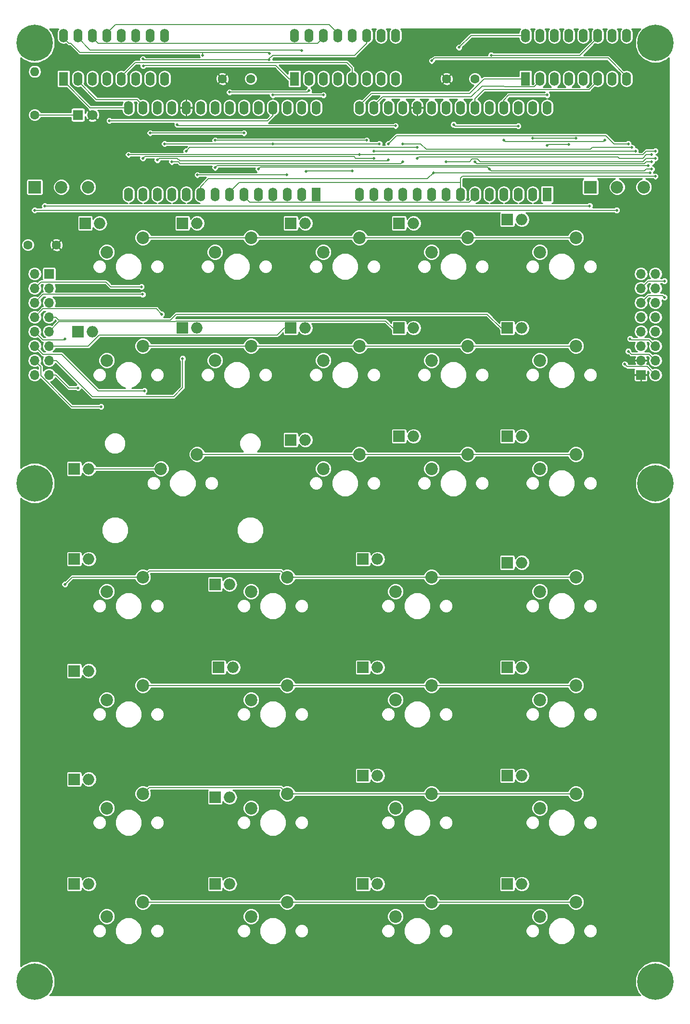
<source format=gbr>
G04 #@! TF.GenerationSoftware,KiCad,Pcbnew,5.0.2-bee76a0~70~ubuntu18.04.1*
G04 #@! TF.CreationDate,2020-02-25T15:21:58-05:00*
G04 #@! TF.ProjectId,led-display,6c65642d-6469-4737-906c-61792e6b6963,rev?*
G04 #@! TF.SameCoordinates,Original*
G04 #@! TF.FileFunction,Copper,L2,Bot*
G04 #@! TF.FilePolarity,Positive*
%FSLAX46Y46*%
G04 Gerber Fmt 4.6, Leading zero omitted, Abs format (unit mm)*
G04 Created by KiCad (PCBNEW 5.0.2-bee76a0~70~ubuntu18.04.1) date Tue 25 Feb 2020 03:21:58 PM EST*
%MOMM*%
%LPD*%
G01*
G04 APERTURE LIST*
G04 #@! TA.AperFunction,ComponentPad*
%ADD10R,1.600000X2.400000*%
G04 #@! TD*
G04 #@! TA.AperFunction,ComponentPad*
%ADD11O,1.600000X2.400000*%
G04 #@! TD*
G04 #@! TA.AperFunction,ComponentPad*
%ADD12C,2.200000*%
G04 #@! TD*
G04 #@! TA.AperFunction,ComponentPad*
%ADD13R,2.200000X2.200000*%
G04 #@! TD*
G04 #@! TA.AperFunction,ComponentPad*
%ADD14C,1.600000*%
G04 #@! TD*
G04 #@! TA.AperFunction,ComponentPad*
%ADD15R,1.800000X1.800000*%
G04 #@! TD*
G04 #@! TA.AperFunction,ComponentPad*
%ADD16C,1.800000*%
G04 #@! TD*
G04 #@! TA.AperFunction,ComponentPad*
%ADD17R,1.700000X1.700000*%
G04 #@! TD*
G04 #@! TA.AperFunction,ComponentPad*
%ADD18O,1.700000X1.700000*%
G04 #@! TD*
G04 #@! TA.AperFunction,ComponentPad*
%ADD19O,1.600000X1.600000*%
G04 #@! TD*
G04 #@! TA.AperFunction,ComponentPad*
%ADD20C,6.400000*%
G04 #@! TD*
G04 #@! TA.AperFunction,ComponentPad*
%ADD21O,2.000000X2.000000*%
G04 #@! TD*
G04 #@! TA.AperFunction,ComponentPad*
%ADD22R,2.000000X2.000000*%
G04 #@! TD*
G04 #@! TA.AperFunction,ViaPad*
%ADD23C,0.508000*%
G04 #@! TD*
G04 #@! TA.AperFunction,Conductor*
%ADD24C,0.152400*%
G04 #@! TD*
G04 #@! TA.AperFunction,Conductor*
%ADD25C,0.254000*%
G04 #@! TD*
G04 APERTURE END LIST*
D10*
G04 #@! TO.P,U2,1*
G04 #@! TO.N,Net-(U1-Pad15)*
X45720000Y-31750000D03*
D11*
G04 #@! TO.P,U2,9*
G04 #@! TO.N,N/C*
X63500000Y-24130000D03*
G04 #@! TO.P,U2,2*
G04 #@! TO.N,Net-(U1-Pad16)*
X48260000Y-31750000D03*
G04 #@! TO.P,U2,10*
G04 #@! TO.N,N/C*
X60960000Y-24130000D03*
G04 #@! TO.P,U2,3*
G04 #@! TO.N,Net-(U1-Pad25)*
X50800000Y-31750000D03*
G04 #@! TO.P,U2,11*
G04 #@! TO.N,Net-(U1-Pad24)*
X58420000Y-24130000D03*
G04 #@! TO.P,U2,4*
G04 #@! TO.N,Net-(U2-Pad4)*
X53340000Y-31750000D03*
G04 #@! TO.P,U2,12*
G04 #@! TO.N,N/C*
X55880000Y-24130000D03*
G04 #@! TO.P,U2,5*
G04 #@! TO.N,Net-(U1-Pad2)*
X55880000Y-31750000D03*
G04 #@! TO.P,U2,13*
G04 #@! TO.N,Net-(U1-Pad1)*
X53340000Y-24130000D03*
G04 #@! TO.P,U2,6*
G04 #@! TO.N,Net-(U1-Pad23)*
X58420000Y-31750000D03*
G04 #@! TO.P,U2,14*
G04 #@! TO.N,Net-(U1-Pad27)*
X50800000Y-24130000D03*
G04 #@! TO.P,U2,7*
G04 #@! TO.N,Net-(U1-Pad4)*
X60960000Y-31750000D03*
G04 #@! TO.P,U2,15*
G04 #@! TO.N,Net-(U1-Pad26)*
X48260000Y-24130000D03*
G04 #@! TO.P,U2,8*
G04 #@! TO.N,Net-(U1-Pad20)*
X63500000Y-31750000D03*
G04 #@! TO.P,U2,16*
G04 #@! TO.N,Net-(U1-Pad3)*
X45720000Y-24130000D03*
G04 #@! TD*
D10*
G04 #@! TO.P,U5,1*
G04 #@! TO.N,Net-(U4-Pad15)*
X127000000Y-31750000D03*
D11*
G04 #@! TO.P,U5,9*
G04 #@! TO.N,N/C*
X144780000Y-24130000D03*
G04 #@! TO.P,U5,2*
G04 #@! TO.N,Net-(U4-Pad16)*
X129540000Y-31750000D03*
G04 #@! TO.P,U5,10*
G04 #@! TO.N,N/C*
X142240000Y-24130000D03*
G04 #@! TO.P,U5,3*
G04 #@! TO.N,Net-(U4-Pad25)*
X132080000Y-31750000D03*
G04 #@! TO.P,U5,11*
G04 #@! TO.N,Net-(U4-Pad24)*
X139700000Y-24130000D03*
G04 #@! TO.P,U5,4*
G04 #@! TO.N,Net-(U5-Pad4)*
X134620000Y-31750000D03*
G04 #@! TO.P,U5,12*
G04 #@! TO.N,N/C*
X137160000Y-24130000D03*
G04 #@! TO.P,U5,5*
G04 #@! TO.N,Net-(U4-Pad2)*
X137160000Y-31750000D03*
G04 #@! TO.P,U5,13*
G04 #@! TO.N,Net-(U4-Pad1)*
X134620000Y-24130000D03*
G04 #@! TO.P,U5,6*
G04 #@! TO.N,Net-(U4-Pad23)*
X139700000Y-31750000D03*
G04 #@! TO.P,U5,14*
G04 #@! TO.N,Net-(U4-Pad27)*
X132080000Y-24130000D03*
G04 #@! TO.P,U5,7*
G04 #@! TO.N,Net-(U4-Pad4)*
X142240000Y-31750000D03*
G04 #@! TO.P,U5,15*
G04 #@! TO.N,Net-(U4-Pad26)*
X129540000Y-24130000D03*
G04 #@! TO.P,U5,8*
G04 #@! TO.N,Net-(U4-Pad20)*
X144780000Y-31750000D03*
G04 #@! TO.P,U5,16*
G04 #@! TO.N,Net-(U4-Pad3)*
X127000000Y-24130000D03*
G04 #@! TD*
D12*
G04 #@! TO.P,SW2,3*
G04 #@! TO.N,N/C*
X147830000Y-50800000D03*
G04 #@! TO.P,SW2,2*
G04 #@! TO.N,Net-(J2-Pad2)*
X143130000Y-50800000D03*
D13*
G04 #@! TO.P,SW2,1*
G04 #@! TO.N,Net-(J2-Pad1)*
X138430000Y-50800000D03*
G04 #@! TD*
D12*
G04 #@! TO.P,SW1,3*
G04 #@! TO.N,N/C*
X50040000Y-50800000D03*
G04 #@! TO.P,SW1,2*
G04 #@! TO.N,Net-(J2-Pad3)*
X45340000Y-50800000D03*
D13*
G04 #@! TO.P,SW1,1*
G04 #@! TO.N,Net-(J2-Pad5)*
X40640000Y-50800000D03*
G04 #@! TD*
D14*
G04 #@! TO.P,C1,2*
G04 #@! TO.N,GND*
X118110000Y-31750000D03*
G04 #@! TO.P,C1,1*
G04 #@! TO.N,VCC*
X113110000Y-31750000D03*
G04 #@! TD*
G04 #@! TO.P,C2,1*
G04 #@! TO.N,VCC*
X44450000Y-60960000D03*
G04 #@! TO.P,C2,2*
G04 #@! TO.N,GND*
X39450000Y-60960000D03*
G04 #@! TD*
G04 #@! TO.P,C3,1*
G04 #@! TO.N,VCC*
X73660000Y-31750000D03*
G04 #@! TO.P,C3,2*
G04 #@! TO.N,GND*
X78660000Y-31750000D03*
G04 #@! TD*
D15*
G04 #@! TO.P,D1,1*
G04 #@! TO.N,Net-(D1-Pad1)*
X48260000Y-38100000D03*
D16*
G04 #@! TO.P,D1,2*
G04 #@! TO.N,VCC*
X50800000Y-38100000D03*
G04 #@! TD*
D17*
G04 #@! TO.P,J1,1*
G04 #@! TO.N,VCC*
X147320000Y-83820000D03*
D18*
G04 #@! TO.P,J1,2*
G04 #@! TO.N,/D0*
X149860000Y-83820000D03*
G04 #@! TO.P,J1,3*
G04 #@! TO.N,VCC*
X147320000Y-81280000D03*
G04 #@! TO.P,J1,4*
G04 #@! TO.N,/D1*
X149860000Y-81280000D03*
G04 #@! TO.P,J1,5*
G04 #@! TO.N,GND*
X147320000Y-78740000D03*
G04 #@! TO.P,J1,6*
G04 #@! TO.N,/D2*
X149860000Y-78740000D03*
G04 #@! TO.P,J1,7*
G04 #@! TO.N,GND*
X147320000Y-76200000D03*
G04 #@! TO.P,J1,8*
G04 #@! TO.N,/D3*
X149860000Y-76200000D03*
G04 #@! TO.P,J1,9*
G04 #@! TO.N,GND*
X147320000Y-73660000D03*
G04 #@! TO.P,J1,10*
G04 #@! TO.N,/D4*
X149860000Y-73660000D03*
G04 #@! TO.P,J1,11*
G04 #@! TO.N,/WR2*
X147320000Y-71120000D03*
G04 #@! TO.P,J1,12*
G04 #@! TO.N,/D5*
X149860000Y-71120000D03*
G04 #@! TO.P,J1,13*
G04 #@! TO.N,Net-(J1-Pad13)*
X147320000Y-68580000D03*
G04 #@! TO.P,J1,14*
G04 #@! TO.N,/D6*
X149860000Y-68580000D03*
G04 #@! TO.P,J1,15*
G04 #@! TO.N,/MODE*
X147320000Y-66040000D03*
G04 #@! TO.P,J1,16*
G04 #@! TO.N,/D7*
X149860000Y-66040000D03*
G04 #@! TD*
G04 #@! TO.P,J2,16*
G04 #@! TO.N,Net-(J2-Pad16)*
X40640000Y-83820000D03*
G04 #@! TO.P,J2,15*
G04 #@! TO.N,Net-(D2-Pad1)*
X43180000Y-83820000D03*
G04 #@! TO.P,J2,14*
G04 #@! TO.N,Net-(J2-Pad14)*
X40640000Y-81280000D03*
G04 #@! TO.P,J2,13*
G04 #@! TO.N,Net-(D10-Pad1)*
X43180000Y-81280000D03*
G04 #@! TO.P,J2,12*
G04 #@! TO.N,Net-(J2-Pad12)*
X40640000Y-78740000D03*
G04 #@! TO.P,J2,11*
G04 #@! TO.N,Net-(D15-Pad1)*
X43180000Y-78740000D03*
G04 #@! TO.P,J2,10*
G04 #@! TO.N,Net-(J2-Pad10)*
X40640000Y-76200000D03*
G04 #@! TO.P,J2,9*
G04 #@! TO.N,Net-(D22-Pad1)*
X43180000Y-76200000D03*
G04 #@! TO.P,J2,8*
G04 #@! TO.N,Net-(J2-Pad8)*
X40640000Y-73660000D03*
G04 #@! TO.P,J2,7*
G04 #@! TO.N,Net-(D29-Pad1)*
X43180000Y-73660000D03*
G04 #@! TO.P,J2,6*
G04 #@! TO.N,Net-(J2-Pad6)*
X40640000Y-71120000D03*
G04 #@! TO.P,J2,5*
G04 #@! TO.N,Net-(J2-Pad5)*
X43180000Y-71120000D03*
G04 #@! TO.P,J2,4*
G04 #@! TO.N,Net-(J2-Pad4)*
X40640000Y-68580000D03*
G04 #@! TO.P,J2,3*
G04 #@! TO.N,Net-(J2-Pad3)*
X43180000Y-68580000D03*
G04 #@! TO.P,J2,2*
G04 #@! TO.N,Net-(J2-Pad2)*
X40640000Y-66040000D03*
D17*
G04 #@! TO.P,J2,1*
G04 #@! TO.N,Net-(J2-Pad1)*
X43180000Y-66040000D03*
G04 #@! TD*
D14*
G04 #@! TO.P,R1,1*
G04 #@! TO.N,Net-(D1-Pad1)*
X40640000Y-38100000D03*
D19*
G04 #@! TO.P,R1,2*
G04 #@! TO.N,GND*
X40640000Y-30480000D03*
G04 #@! TD*
D12*
G04 #@! TO.P,SW3,1*
G04 #@! TO.N,Net-(J2-Pad4)*
X59690000Y-59690000D03*
G04 #@! TO.P,SW3,2*
G04 #@! TO.N,Net-(D3-Pad2)*
X53340000Y-62230000D03*
G04 #@! TD*
G04 #@! TO.P,SW4,1*
G04 #@! TO.N,Net-(J2-Pad6)*
X59690000Y-78740000D03*
G04 #@! TO.P,SW4,2*
G04 #@! TO.N,Net-(D4-Pad2)*
X53340000Y-81280000D03*
G04 #@! TD*
G04 #@! TO.P,SW5,1*
G04 #@! TO.N,Net-(J2-Pad8)*
X69215000Y-97790000D03*
G04 #@! TO.P,SW5,2*
G04 #@! TO.N,Net-(D5-Pad2)*
X62865000Y-100330000D03*
G04 #@! TD*
G04 #@! TO.P,SW6,1*
G04 #@! TO.N,Net-(J2-Pad10)*
X59690000Y-119380000D03*
G04 #@! TO.P,SW6,2*
G04 #@! TO.N,Net-(D6-Pad2)*
X53340000Y-121920000D03*
G04 #@! TD*
G04 #@! TO.P,SW7,1*
G04 #@! TO.N,Net-(J2-Pad12)*
X59690000Y-138430000D03*
G04 #@! TO.P,SW7,2*
G04 #@! TO.N,Net-(D7-Pad2)*
X53340000Y-140970000D03*
G04 #@! TD*
G04 #@! TO.P,SW8,1*
G04 #@! TO.N,Net-(J2-Pad14)*
X59690000Y-157480000D03*
G04 #@! TO.P,SW8,2*
G04 #@! TO.N,Net-(D8-Pad2)*
X53340000Y-160020000D03*
G04 #@! TD*
G04 #@! TO.P,SW9,1*
G04 #@! TO.N,Net-(J2-Pad16)*
X59690000Y-176530000D03*
G04 #@! TO.P,SW9,2*
G04 #@! TO.N,Net-(D2-Pad2)*
X53340000Y-179070000D03*
G04 #@! TD*
G04 #@! TO.P,SW10,1*
G04 #@! TO.N,Net-(J2-Pad4)*
X78740000Y-59690000D03*
G04 #@! TO.P,SW10,2*
G04 #@! TO.N,Net-(D9-Pad2)*
X72390000Y-62230000D03*
G04 #@! TD*
G04 #@! TO.P,SW11,2*
G04 #@! TO.N,Net-(D10-Pad2)*
X72390000Y-81280000D03*
G04 #@! TO.P,SW11,1*
G04 #@! TO.N,Net-(J2-Pad6)*
X78740000Y-78740000D03*
G04 #@! TD*
G04 #@! TO.P,SW12,2*
G04 #@! TO.N,Net-(D11-Pad2)*
X78740000Y-121920000D03*
G04 #@! TO.P,SW12,1*
G04 #@! TO.N,Net-(J2-Pad10)*
X85090000Y-119380000D03*
G04 #@! TD*
G04 #@! TO.P,SW13,2*
G04 #@! TO.N,Net-(D12-Pad2)*
X78740000Y-140970000D03*
G04 #@! TO.P,SW13,1*
G04 #@! TO.N,Net-(J2-Pad12)*
X85090000Y-138430000D03*
G04 #@! TD*
G04 #@! TO.P,SW14,2*
G04 #@! TO.N,Net-(D13-Pad2)*
X78740000Y-160020000D03*
G04 #@! TO.P,SW14,1*
G04 #@! TO.N,Net-(J2-Pad14)*
X85090000Y-157480000D03*
G04 #@! TD*
G04 #@! TO.P,SW15,2*
G04 #@! TO.N,Net-(D14-Pad2)*
X78740000Y-179070000D03*
G04 #@! TO.P,SW15,1*
G04 #@! TO.N,Net-(J2-Pad16)*
X85090000Y-176530000D03*
G04 #@! TD*
G04 #@! TO.P,SW16,2*
G04 #@! TO.N,Net-(D15-Pad2)*
X91440000Y-62230000D03*
G04 #@! TO.P,SW16,1*
G04 #@! TO.N,Net-(J2-Pad4)*
X97790000Y-59690000D03*
G04 #@! TD*
G04 #@! TO.P,SW17,1*
G04 #@! TO.N,Net-(J2-Pad6)*
X97790000Y-78740000D03*
G04 #@! TO.P,SW17,2*
G04 #@! TO.N,Net-(D16-Pad2)*
X91440000Y-81280000D03*
G04 #@! TD*
G04 #@! TO.P,SW18,2*
G04 #@! TO.N,Net-(D17-Pad2)*
X91440000Y-100330000D03*
G04 #@! TO.P,SW18,1*
G04 #@! TO.N,Net-(J2-Pad8)*
X97790000Y-97790000D03*
G04 #@! TD*
G04 #@! TO.P,SW19,1*
G04 #@! TO.N,Net-(J2-Pad10)*
X110490000Y-119380000D03*
G04 #@! TO.P,SW19,2*
G04 #@! TO.N,Net-(D18-Pad2)*
X104140000Y-121920000D03*
G04 #@! TD*
G04 #@! TO.P,SW20,1*
G04 #@! TO.N,Net-(J2-Pad12)*
X110490000Y-138430000D03*
G04 #@! TO.P,SW20,2*
G04 #@! TO.N,Net-(D19-Pad2)*
X104140000Y-140970000D03*
G04 #@! TD*
G04 #@! TO.P,SW21,1*
G04 #@! TO.N,Net-(J2-Pad14)*
X110490000Y-157480000D03*
G04 #@! TO.P,SW21,2*
G04 #@! TO.N,Net-(D20-Pad2)*
X104140000Y-160020000D03*
G04 #@! TD*
G04 #@! TO.P,SW22,1*
G04 #@! TO.N,Net-(J2-Pad16)*
X110490000Y-176530000D03*
G04 #@! TO.P,SW22,2*
G04 #@! TO.N,Net-(D21-Pad2)*
X104140000Y-179070000D03*
G04 #@! TD*
G04 #@! TO.P,SW23,1*
G04 #@! TO.N,Net-(J2-Pad4)*
X116840000Y-59690000D03*
G04 #@! TO.P,SW23,2*
G04 #@! TO.N,Net-(D22-Pad2)*
X110490000Y-62230000D03*
G04 #@! TD*
G04 #@! TO.P,SW24,2*
G04 #@! TO.N,Net-(D23-Pad2)*
X110490000Y-81280000D03*
G04 #@! TO.P,SW24,1*
G04 #@! TO.N,Net-(J2-Pad6)*
X116840000Y-78740000D03*
G04 #@! TD*
G04 #@! TO.P,SW25,1*
G04 #@! TO.N,Net-(J2-Pad8)*
X116840000Y-97790000D03*
G04 #@! TO.P,SW25,2*
G04 #@! TO.N,Net-(D24-Pad2)*
X110490000Y-100330000D03*
G04 #@! TD*
G04 #@! TO.P,SW26,2*
G04 #@! TO.N,Net-(D25-Pad2)*
X129540000Y-121920000D03*
G04 #@! TO.P,SW26,1*
G04 #@! TO.N,Net-(J2-Pad10)*
X135890000Y-119380000D03*
G04 #@! TD*
G04 #@! TO.P,SW27,2*
G04 #@! TO.N,Net-(D26-Pad2)*
X129540000Y-140970000D03*
G04 #@! TO.P,SW27,1*
G04 #@! TO.N,Net-(J2-Pad12)*
X135890000Y-138430000D03*
G04 #@! TD*
G04 #@! TO.P,SW28,2*
G04 #@! TO.N,Net-(D27-Pad2)*
X129540000Y-160020000D03*
G04 #@! TO.P,SW28,1*
G04 #@! TO.N,Net-(J2-Pad14)*
X135890000Y-157480000D03*
G04 #@! TD*
G04 #@! TO.P,SW29,2*
G04 #@! TO.N,Net-(D28-Pad2)*
X129540000Y-179070000D03*
G04 #@! TO.P,SW29,1*
G04 #@! TO.N,Net-(J2-Pad16)*
X135890000Y-176530000D03*
G04 #@! TD*
G04 #@! TO.P,SW30,2*
G04 #@! TO.N,Net-(D29-Pad2)*
X129540000Y-62230000D03*
G04 #@! TO.P,SW30,1*
G04 #@! TO.N,Net-(J2-Pad4)*
X135890000Y-59690000D03*
G04 #@! TD*
G04 #@! TO.P,SW31,1*
G04 #@! TO.N,Net-(J2-Pad6)*
X135890000Y-78740000D03*
G04 #@! TO.P,SW31,2*
G04 #@! TO.N,Net-(D30-Pad2)*
X129540000Y-81280000D03*
G04 #@! TD*
G04 #@! TO.P,SW32,2*
G04 #@! TO.N,Net-(D31-Pad2)*
X129540000Y-100330000D03*
G04 #@! TO.P,SW32,1*
G04 #@! TO.N,Net-(J2-Pad8)*
X135890000Y-97790000D03*
G04 #@! TD*
D10*
G04 #@! TO.P,U1,1*
G04 #@! TO.N,Net-(U1-Pad1)*
X90170000Y-52070000D03*
D11*
G04 #@! TO.P,U1,15*
G04 #@! TO.N,Net-(U1-Pad15)*
X57150000Y-36830000D03*
G04 #@! TO.P,U1,2*
G04 #@! TO.N,Net-(U1-Pad2)*
X87630000Y-52070000D03*
G04 #@! TO.P,U1,16*
G04 #@! TO.N,Net-(U1-Pad16)*
X59690000Y-36830000D03*
G04 #@! TO.P,U1,3*
G04 #@! TO.N,Net-(U1-Pad3)*
X85090000Y-52070000D03*
G04 #@! TO.P,U1,17*
G04 #@! TO.N,Net-(U1-Pad17)*
X62230000Y-36830000D03*
G04 #@! TO.P,U1,4*
G04 #@! TO.N,Net-(U1-Pad4)*
X82550000Y-52070000D03*
G04 #@! TO.P,U1,18*
G04 #@! TO.N,Net-(U1-Pad18)*
X64770000Y-36830000D03*
G04 #@! TO.P,U1,5*
G04 #@! TO.N,/D6*
X80010000Y-52070000D03*
G04 #@! TO.P,U1,19*
G04 #@! TO.N,VCC*
X67310000Y-36830000D03*
G04 #@! TO.P,U1,6*
G04 #@! TO.N,/D5*
X77470000Y-52070000D03*
G04 #@! TO.P,U1,20*
G04 #@! TO.N,Net-(U1-Pad20)*
X69850000Y-36830000D03*
G04 #@! TO.P,U1,7*
G04 #@! TO.N,/D7*
X74930000Y-52070000D03*
G04 #@! TO.P,U1,21*
G04 #@! TO.N,Net-(U1-Pad21)*
X72390000Y-36830000D03*
G04 #@! TO.P,U1,8*
G04 #@! TO.N,Net-(J1-Pad13)*
X72390000Y-52070000D03*
G04 #@! TO.P,U1,22*
G04 #@! TO.N,Net-(U1-Pad22)*
X74930000Y-36830000D03*
G04 #@! TO.P,U1,9*
G04 #@! TO.N,/MODE*
X69850000Y-52070000D03*
G04 #@! TO.P,U1,23*
G04 #@! TO.N,Net-(U1-Pad23)*
X77470000Y-36830000D03*
G04 #@! TO.P,U1,10*
G04 #@! TO.N,/D4*
X67310000Y-52070000D03*
G04 #@! TO.P,U1,24*
G04 #@! TO.N,Net-(U1-Pad24)*
X80010000Y-36830000D03*
G04 #@! TO.P,U1,11*
G04 #@! TO.N,/D1*
X64770000Y-52070000D03*
G04 #@! TO.P,U1,25*
G04 #@! TO.N,Net-(U1-Pad25)*
X82550000Y-36830000D03*
G04 #@! TO.P,U1,12*
G04 #@! TO.N,/D0*
X62230000Y-52070000D03*
G04 #@! TO.P,U1,26*
G04 #@! TO.N,Net-(U1-Pad26)*
X85090000Y-36830000D03*
G04 #@! TO.P,U1,13*
G04 #@! TO.N,/D2*
X59690000Y-52070000D03*
G04 #@! TO.P,U1,27*
G04 #@! TO.N,Net-(U1-Pad27)*
X87630000Y-36830000D03*
G04 #@! TO.P,U1,14*
G04 #@! TO.N,/D3*
X57150000Y-52070000D03*
G04 #@! TO.P,U1,28*
G04 #@! TO.N,GND*
X90170000Y-36830000D03*
G04 #@! TD*
G04 #@! TO.P,U3,16*
G04 #@! TO.N,Net-(U1-Pad3)*
X86360000Y-24130000D03*
G04 #@! TO.P,U3,8*
G04 #@! TO.N,Net-(U1-Pad18)*
X104140000Y-31750000D03*
G04 #@! TO.P,U3,15*
G04 #@! TO.N,Net-(U1-Pad26)*
X88900000Y-24130000D03*
G04 #@! TO.P,U3,7*
G04 #@! TO.N,Net-(U1-Pad4)*
X101600000Y-31750000D03*
G04 #@! TO.P,U3,14*
G04 #@! TO.N,Net-(U1-Pad27)*
X91440000Y-24130000D03*
G04 #@! TO.P,U3,6*
G04 #@! TO.N,Net-(U1-Pad21)*
X99060000Y-31750000D03*
G04 #@! TO.P,U3,13*
G04 #@! TO.N,Net-(U1-Pad1)*
X93980000Y-24130000D03*
G04 #@! TO.P,U3,5*
G04 #@! TO.N,Net-(U1-Pad2)*
X96520000Y-31750000D03*
G04 #@! TO.P,U3,12*
G04 #@! TO.N,N/C*
X96520000Y-24130000D03*
G04 #@! TO.P,U3,4*
G04 #@! TO.N,Net-(U3-Pad4)*
X93980000Y-31750000D03*
G04 #@! TO.P,U3,11*
G04 #@! TO.N,Net-(U1-Pad24)*
X99060000Y-24130000D03*
G04 #@! TO.P,U3,3*
G04 #@! TO.N,Net-(U1-Pad25)*
X91440000Y-31750000D03*
G04 #@! TO.P,U3,10*
G04 #@! TO.N,N/C*
X101600000Y-24130000D03*
G04 #@! TO.P,U3,2*
G04 #@! TO.N,Net-(U1-Pad22)*
X88900000Y-31750000D03*
G04 #@! TO.P,U3,9*
G04 #@! TO.N,N/C*
X104140000Y-24130000D03*
D10*
G04 #@! TO.P,U3,1*
G04 #@! TO.N,Net-(U1-Pad17)*
X86360000Y-31750000D03*
G04 #@! TD*
D11*
G04 #@! TO.P,U4,28*
G04 #@! TO.N,GND*
X130810000Y-36830000D03*
G04 #@! TO.P,U4,14*
G04 #@! TO.N,/D3*
X97790000Y-52070000D03*
G04 #@! TO.P,U4,27*
G04 #@! TO.N,Net-(U4-Pad27)*
X128270000Y-36830000D03*
G04 #@! TO.P,U4,13*
G04 #@! TO.N,/D2*
X100330000Y-52070000D03*
G04 #@! TO.P,U4,26*
G04 #@! TO.N,Net-(U4-Pad26)*
X125730000Y-36830000D03*
G04 #@! TO.P,U4,12*
G04 #@! TO.N,/D0*
X102870000Y-52070000D03*
G04 #@! TO.P,U4,25*
G04 #@! TO.N,Net-(U4-Pad25)*
X123190000Y-36830000D03*
G04 #@! TO.P,U4,11*
G04 #@! TO.N,/D1*
X105410000Y-52070000D03*
G04 #@! TO.P,U4,24*
G04 #@! TO.N,Net-(U4-Pad24)*
X120650000Y-36830000D03*
G04 #@! TO.P,U4,10*
G04 #@! TO.N,/D4*
X107950000Y-52070000D03*
G04 #@! TO.P,U4,23*
G04 #@! TO.N,Net-(U4-Pad23)*
X118110000Y-36830000D03*
G04 #@! TO.P,U4,9*
G04 #@! TO.N,/MODE*
X110490000Y-52070000D03*
G04 #@! TO.P,U4,22*
G04 #@! TO.N,Net-(U4-Pad22)*
X115570000Y-36830000D03*
G04 #@! TO.P,U4,8*
G04 #@! TO.N,/WR2*
X113030000Y-52070000D03*
G04 #@! TO.P,U4,21*
G04 #@! TO.N,Net-(U4-Pad21)*
X113030000Y-36830000D03*
G04 #@! TO.P,U4,7*
G04 #@! TO.N,/D7*
X115570000Y-52070000D03*
G04 #@! TO.P,U4,20*
G04 #@! TO.N,Net-(U4-Pad20)*
X110490000Y-36830000D03*
G04 #@! TO.P,U4,6*
G04 #@! TO.N,/D5*
X118110000Y-52070000D03*
G04 #@! TO.P,U4,19*
G04 #@! TO.N,VCC*
X107950000Y-36830000D03*
G04 #@! TO.P,U4,5*
G04 #@! TO.N,/D6*
X120650000Y-52070000D03*
G04 #@! TO.P,U4,18*
G04 #@! TO.N,Net-(U4-Pad18)*
X105410000Y-36830000D03*
G04 #@! TO.P,U4,4*
G04 #@! TO.N,Net-(U4-Pad4)*
X123190000Y-52070000D03*
G04 #@! TO.P,U4,17*
G04 #@! TO.N,Net-(U4-Pad17)*
X102870000Y-36830000D03*
G04 #@! TO.P,U4,3*
G04 #@! TO.N,Net-(U4-Pad3)*
X125730000Y-52070000D03*
G04 #@! TO.P,U4,16*
G04 #@! TO.N,Net-(U4-Pad16)*
X100330000Y-36830000D03*
G04 #@! TO.P,U4,2*
G04 #@! TO.N,Net-(U4-Pad2)*
X128270000Y-52070000D03*
G04 #@! TO.P,U4,15*
G04 #@! TO.N,Net-(U4-Pad15)*
X97790000Y-36830000D03*
D10*
G04 #@! TO.P,U4,1*
G04 #@! TO.N,Net-(U4-Pad1)*
X130810000Y-52070000D03*
G04 #@! TD*
D20*
G04 #@! TO.P,REF\002A\002A,1*
G04 #@! TO.N,N/C*
X149860000Y-25400000D03*
G04 #@! TD*
G04 #@! TO.P,REF\002A\002A,1*
G04 #@! TO.N,N/C*
X40640000Y-25400000D03*
G04 #@! TD*
G04 #@! TO.P,REF\002A\002A,1*
G04 #@! TO.N,N/C*
X40640000Y-190500000D03*
G04 #@! TD*
G04 #@! TO.P,REF\002A\002A,1*
G04 #@! TO.N,N/C*
X149860000Y-190500000D03*
G04 #@! TD*
G04 #@! TO.P,REF\002A\002A,1*
G04 #@! TO.N,N/C*
X40640000Y-102870000D03*
G04 #@! TD*
G04 #@! TO.P,REF\002A\002A,1*
G04 #@! TO.N,N/C*
X149860000Y-102870000D03*
G04 #@! TD*
D21*
G04 #@! TO.P,D2,2*
G04 #@! TO.N,Net-(D2-Pad2)*
X50165000Y-173355000D03*
D22*
G04 #@! TO.P,D2,1*
G04 #@! TO.N,Net-(D2-Pad1)*
X47625000Y-173355000D03*
G04 #@! TD*
D21*
G04 #@! TO.P,D3,2*
G04 #@! TO.N,Net-(D3-Pad2)*
X52070000Y-57150000D03*
D22*
G04 #@! TO.P,D3,1*
G04 #@! TO.N,Net-(D2-Pad1)*
X49530000Y-57150000D03*
G04 #@! TD*
G04 #@! TO.P,D4,1*
G04 #@! TO.N,Net-(D2-Pad1)*
X48260000Y-76200000D03*
D21*
G04 #@! TO.P,D4,2*
G04 #@! TO.N,Net-(D4-Pad2)*
X50800000Y-76200000D03*
G04 #@! TD*
G04 #@! TO.P,D5,2*
G04 #@! TO.N,Net-(D5-Pad2)*
X50165000Y-100330000D03*
D22*
G04 #@! TO.P,D5,1*
G04 #@! TO.N,Net-(D2-Pad1)*
X47625000Y-100330000D03*
G04 #@! TD*
G04 #@! TO.P,D6,1*
G04 #@! TO.N,Net-(D2-Pad1)*
X47625000Y-116205000D03*
D21*
G04 #@! TO.P,D6,2*
G04 #@! TO.N,Net-(D6-Pad2)*
X50165000Y-116205000D03*
G04 #@! TD*
G04 #@! TO.P,D7,2*
G04 #@! TO.N,Net-(D7-Pad2)*
X50165000Y-135890000D03*
D22*
G04 #@! TO.P,D7,1*
G04 #@! TO.N,Net-(D2-Pad1)*
X47625000Y-135890000D03*
G04 #@! TD*
G04 #@! TO.P,D8,1*
G04 #@! TO.N,Net-(D2-Pad1)*
X47625000Y-154940000D03*
D21*
G04 #@! TO.P,D8,2*
G04 #@! TO.N,Net-(D8-Pad2)*
X50165000Y-154940000D03*
G04 #@! TD*
D22*
G04 #@! TO.P,D9,1*
G04 #@! TO.N,Net-(D10-Pad1)*
X66675000Y-57150000D03*
D21*
G04 #@! TO.P,D9,2*
G04 #@! TO.N,Net-(D9-Pad2)*
X69215000Y-57150000D03*
G04 #@! TD*
G04 #@! TO.P,D10,2*
G04 #@! TO.N,Net-(D10-Pad2)*
X69215000Y-75565000D03*
D22*
G04 #@! TO.P,D10,1*
G04 #@! TO.N,Net-(D10-Pad1)*
X66675000Y-75565000D03*
G04 #@! TD*
G04 #@! TO.P,D11,1*
G04 #@! TO.N,Net-(D10-Pad1)*
X72390000Y-120650000D03*
D21*
G04 #@! TO.P,D11,2*
G04 #@! TO.N,Net-(D11-Pad2)*
X74930000Y-120650000D03*
G04 #@! TD*
G04 #@! TO.P,D12,2*
G04 #@! TO.N,Net-(D12-Pad2)*
X75565000Y-135255000D03*
D22*
G04 #@! TO.P,D12,1*
G04 #@! TO.N,Net-(D10-Pad1)*
X73025000Y-135255000D03*
G04 #@! TD*
G04 #@! TO.P,D13,1*
G04 #@! TO.N,Net-(D10-Pad1)*
X72390000Y-158115000D03*
D21*
G04 #@! TO.P,D13,2*
G04 #@! TO.N,Net-(D13-Pad2)*
X74930000Y-158115000D03*
G04 #@! TD*
D22*
G04 #@! TO.P,D14,1*
G04 #@! TO.N,Net-(D10-Pad1)*
X72390000Y-173355000D03*
D21*
G04 #@! TO.P,D14,2*
G04 #@! TO.N,Net-(D14-Pad2)*
X74930000Y-173355000D03*
G04 #@! TD*
G04 #@! TO.P,D15,2*
G04 #@! TO.N,Net-(D15-Pad2)*
X88265000Y-57150000D03*
D22*
G04 #@! TO.P,D15,1*
G04 #@! TO.N,Net-(D15-Pad1)*
X85725000Y-57150000D03*
G04 #@! TD*
G04 #@! TO.P,D16,1*
G04 #@! TO.N,Net-(D15-Pad1)*
X85725000Y-75565000D03*
D21*
G04 #@! TO.P,D16,2*
G04 #@! TO.N,Net-(D16-Pad2)*
X88265000Y-75565000D03*
G04 #@! TD*
D22*
G04 #@! TO.P,D17,1*
G04 #@! TO.N,Net-(D15-Pad1)*
X85725000Y-95250000D03*
D21*
G04 #@! TO.P,D17,2*
G04 #@! TO.N,Net-(D17-Pad2)*
X88265000Y-95250000D03*
G04 #@! TD*
G04 #@! TO.P,D18,2*
G04 #@! TO.N,Net-(D18-Pad2)*
X100965000Y-116205000D03*
D22*
G04 #@! TO.P,D18,1*
G04 #@! TO.N,Net-(D15-Pad1)*
X98425000Y-116205000D03*
G04 #@! TD*
D21*
G04 #@! TO.P,D19,2*
G04 #@! TO.N,Net-(D19-Pad2)*
X100965000Y-135255000D03*
D22*
G04 #@! TO.P,D19,1*
G04 #@! TO.N,Net-(D15-Pad1)*
X98425000Y-135255000D03*
G04 #@! TD*
G04 #@! TO.P,D20,1*
G04 #@! TO.N,Net-(D15-Pad1)*
X98425000Y-154305000D03*
D21*
G04 #@! TO.P,D20,2*
G04 #@! TO.N,Net-(D20-Pad2)*
X100965000Y-154305000D03*
G04 #@! TD*
G04 #@! TO.P,D21,2*
G04 #@! TO.N,Net-(D21-Pad2)*
X100965000Y-173355000D03*
D22*
G04 #@! TO.P,D21,1*
G04 #@! TO.N,Net-(D15-Pad1)*
X98425000Y-173355000D03*
G04 #@! TD*
G04 #@! TO.P,D22,1*
G04 #@! TO.N,Net-(D22-Pad1)*
X104775000Y-57150000D03*
D21*
G04 #@! TO.P,D22,2*
G04 #@! TO.N,Net-(D22-Pad2)*
X107315000Y-57150000D03*
G04 #@! TD*
G04 #@! TO.P,D23,2*
G04 #@! TO.N,Net-(D23-Pad2)*
X107315000Y-75565000D03*
D22*
G04 #@! TO.P,D23,1*
G04 #@! TO.N,Net-(D22-Pad1)*
X104775000Y-75565000D03*
G04 #@! TD*
G04 #@! TO.P,D24,1*
G04 #@! TO.N,Net-(D22-Pad1)*
X104775000Y-94615000D03*
D21*
G04 #@! TO.P,D24,2*
G04 #@! TO.N,Net-(D24-Pad2)*
X107315000Y-94615000D03*
G04 #@! TD*
G04 #@! TO.P,D25,2*
G04 #@! TO.N,Net-(D25-Pad2)*
X126365000Y-116840000D03*
D22*
G04 #@! TO.P,D25,1*
G04 #@! TO.N,Net-(D22-Pad1)*
X123825000Y-116840000D03*
G04 #@! TD*
G04 #@! TO.P,D26,1*
G04 #@! TO.N,Net-(D22-Pad1)*
X123825000Y-135255000D03*
D21*
G04 #@! TO.P,D26,2*
G04 #@! TO.N,Net-(D26-Pad2)*
X126365000Y-135255000D03*
G04 #@! TD*
G04 #@! TO.P,D27,2*
G04 #@! TO.N,Net-(D27-Pad2)*
X126365000Y-154305000D03*
D22*
G04 #@! TO.P,D27,1*
G04 #@! TO.N,Net-(D22-Pad1)*
X123825000Y-154305000D03*
G04 #@! TD*
G04 #@! TO.P,D28,1*
G04 #@! TO.N,Net-(D22-Pad1)*
X123825000Y-173355000D03*
D21*
G04 #@! TO.P,D28,2*
G04 #@! TO.N,Net-(D28-Pad2)*
X126365000Y-173355000D03*
G04 #@! TD*
G04 #@! TO.P,D29,2*
G04 #@! TO.N,Net-(D29-Pad2)*
X126365000Y-56515000D03*
D22*
G04 #@! TO.P,D29,1*
G04 #@! TO.N,Net-(D29-Pad1)*
X123825000Y-56515000D03*
G04 #@! TD*
G04 #@! TO.P,D30,1*
G04 #@! TO.N,Net-(D29-Pad1)*
X123825000Y-75565000D03*
D21*
G04 #@! TO.P,D30,2*
G04 #@! TO.N,Net-(D30-Pad2)*
X126365000Y-75565000D03*
G04 #@! TD*
G04 #@! TO.P,D31,2*
G04 #@! TO.N,Net-(D31-Pad2)*
X126365000Y-94615000D03*
D22*
G04 #@! TO.P,D31,1*
G04 #@! TO.N,Net-(D29-Pad1)*
X123825000Y-94615000D03*
G04 #@! TD*
D23*
G04 #@! TO.N,/D0*
X62230000Y-46037500D03*
X102870000Y-46037500D03*
X144462500Y-81915000D03*
X145097500Y-43180000D03*
X102870000Y-43180000D03*
G04 #@! TO.N,/D1*
X64770000Y-46355000D03*
X105410000Y-46355000D03*
X145097500Y-79692500D03*
X145732500Y-43815000D03*
X105410000Y-43180000D03*
G04 #@! TO.N,/D2*
X59690000Y-45720000D03*
X100330000Y-45720000D03*
X145415000Y-77470000D03*
X146367500Y-44450000D03*
X100330000Y-44450000D03*
G04 #@! TO.N,/D3*
X149860000Y-44450000D03*
X97790000Y-45085000D03*
X57150000Y-45085000D03*
G04 #@! TO.N,/D4*
X107950000Y-45720000D03*
X149225000Y-45085000D03*
X67310000Y-44450000D03*
X107950000Y-43815000D03*
G04 #@! TO.N,/WR2*
X149860000Y-45720000D03*
X113030000Y-46355000D03*
X151471250Y-70191250D03*
G04 #@! TO.N,/D5*
X149225000Y-46355000D03*
X118110000Y-46355000D03*
G04 #@! TO.N,Net-(J1-Pad13)*
X151447500Y-67310000D03*
X148590000Y-46990000D03*
X72390000Y-47371000D03*
G04 #@! TO.N,/D6*
X149225000Y-47625000D03*
X120650000Y-47625000D03*
X80010000Y-47625000D03*
G04 #@! TO.N,/MODE*
X148907500Y-48260000D03*
X110807500Y-48260000D03*
G04 #@! TO.N,/D7*
X149860000Y-48895000D03*
G04 #@! TO.N,Net-(J2-Pad14)*
X52324000Y-89408000D03*
G04 #@! TO.N,Net-(J2-Pad12)*
X59944000Y-86614000D03*
G04 #@! TO.N,Net-(J2-Pad10)*
X45974000Y-77470000D03*
X45974000Y-120650000D03*
G04 #@! TO.N,Net-(J2-Pad8)*
X62992000Y-73152000D03*
G04 #@! TO.N,Net-(J2-Pad6)*
X59627399Y-69658601D03*
G04 #@! TO.N,Net-(J2-Pad4)*
X59436000Y-68326000D03*
G04 #@! TO.N,Net-(J2-Pad2)*
X40640000Y-54864000D03*
X143065500Y-54864000D03*
G04 #@! TO.N,Net-(J2-Pad1)*
X42418000Y-54102000D03*
X138303000Y-54102000D03*
G04 #@! TO.N,Net-(U1-Pad2)*
X96520000Y-47942500D03*
X88392000Y-48006000D03*
G04 #@! TO.N,Net-(U1-Pad3)*
X81978500Y-27305000D03*
X85026500Y-48641000D03*
X69278500Y-48641000D03*
X70231000Y-27622500D03*
G04 #@! TO.N,Net-(U1-Pad17)*
X59753500Y-29464000D03*
G04 #@! TO.N,Net-(U1-Pad4)*
X101282500Y-43180000D03*
X82550000Y-43180000D03*
X63500000Y-43180000D03*
G04 #@! TO.N,Net-(U1-Pad18)*
X104140000Y-40005000D03*
G04 #@! TO.N,Net-(U1-Pad21)*
X99060000Y-42545000D03*
X72390000Y-42545000D03*
G04 #@! TO.N,Net-(U1-Pad23)*
X60960000Y-41275000D03*
X77470000Y-41275000D03*
G04 #@! TO.N,Net-(U1-Pad24)*
X81915000Y-28409900D03*
X59690000Y-28257500D03*
G04 #@! TO.N,Net-(U1-Pad18)*
X65722500Y-39814500D03*
G04 #@! TO.N,Net-(U1-Pad22)*
X88900000Y-33845500D03*
X74930000Y-34099500D03*
G04 #@! TO.N,Net-(U1-Pad25)*
X53784500Y-39116000D03*
X91440000Y-34607500D03*
X82550000Y-34607500D03*
G04 #@! TO.N,Net-(U1-Pad26)*
X87630000Y-26752400D03*
G04 #@! TO.N,Net-(U4-Pad25)*
X130810000Y-34607500D03*
G04 #@! TO.N,Net-(U4-Pad24)*
X120967500Y-27622500D03*
G04 #@! TO.N,Net-(U4-Pad20)*
X110502702Y-28575000D03*
G04 #@! TO.N,Net-(U4-Pad4)*
X140970000Y-42545000D03*
X123190000Y-42545000D03*
G04 #@! TO.N,Net-(U4-Pad3)*
X115316000Y-26225500D03*
X114363500Y-39814500D03*
X125729999Y-40068499D03*
G04 #@! TO.N,Net-(U4-Pad2)*
X135890000Y-42227500D03*
X128270000Y-42227500D03*
G04 #@! TO.N,Net-(U4-Pad1)*
X134620000Y-43281599D03*
X130810000Y-43497500D03*
G04 #@! TO.N,Net-(D2-Pad1)*
X48260000Y-86106000D03*
G04 #@! TO.N,Net-(D10-Pad1)*
X66675000Y-80962500D03*
G04 #@! TD*
D24*
G04 #@! TO.N,Net-(D1-Pad1)*
X40640000Y-38100000D02*
X48260000Y-38100000D01*
G04 #@! TO.N,/D0*
X62230000Y-46037500D02*
X62547500Y-45720000D01*
X62547500Y-45720000D02*
X65722500Y-45720000D01*
X66205101Y-46202601D02*
X102704899Y-46202601D01*
X65722500Y-45720000D02*
X66205101Y-46202601D01*
X102704899Y-46202601D02*
X102870000Y-46037500D01*
X148398601Y-82358601D02*
X144906101Y-82358601D01*
X149860000Y-83820000D02*
X148398601Y-82358601D01*
X144906101Y-82358601D02*
X144462500Y-81915000D01*
X142557500Y-43180000D02*
X145097500Y-43180000D01*
X141122399Y-41744899D02*
X104305101Y-41744899D01*
X142557500Y-43180000D02*
X141122399Y-41744899D01*
X104305101Y-41744899D02*
X102870000Y-43180000D01*
G04 #@! TO.N,/D1*
X65926434Y-46355000D02*
X66243934Y-46672500D01*
X64770000Y-46355000D02*
X65926434Y-46355000D01*
X66243934Y-46672500D02*
X105092500Y-46672500D01*
X105092500Y-46672500D02*
X105410000Y-46355000D01*
X148781399Y-80201399D02*
X145606399Y-80201399D01*
X149860000Y-81280000D02*
X148781399Y-80201399D01*
X145606399Y-80201399D02*
X145097500Y-79692500D01*
X145732500Y-43815000D02*
X138747500Y-43815000D01*
X138747500Y-43815000D02*
X138430000Y-44132500D01*
X138430000Y-44132500D02*
X133667500Y-44132500D01*
X133667500Y-44132500D02*
X109537500Y-44132500D01*
X109537500Y-44132500D02*
X108585000Y-43180000D01*
X108585000Y-43180000D02*
X105410000Y-43180000D01*
G04 #@! TO.N,/D2*
X59690000Y-45720000D02*
X60007500Y-45402500D01*
X60007500Y-45402500D02*
X66675000Y-45402500D01*
X66675000Y-45402500D02*
X96837500Y-45402500D01*
X96837500Y-45402500D02*
X97155000Y-45720000D01*
X97155000Y-45720000D02*
X100330000Y-45720000D01*
X148781399Y-77661399D02*
X145606399Y-77661399D01*
X149860000Y-78740000D02*
X148781399Y-77661399D01*
X145606399Y-77661399D02*
X145415000Y-77470000D01*
X146367500Y-44450000D02*
X141605000Y-44450000D01*
X141605000Y-44450000D02*
X100330000Y-44450000D01*
G04 #@! TO.N,/D3*
X149860000Y-44450000D02*
X148272500Y-44450000D01*
X148272500Y-44450000D02*
X147637500Y-45085000D01*
X147637500Y-45085000D02*
X136842500Y-45085000D01*
X136842500Y-45085000D02*
X97790000Y-45085000D01*
X57150000Y-45085000D02*
X97790000Y-45085000D01*
G04 #@! TO.N,/D4*
X108203999Y-45466001D02*
X143256001Y-45466001D01*
X107950000Y-45720000D02*
X108203999Y-45466001D01*
X143256001Y-45466001D02*
X143510000Y-45720000D01*
X149225000Y-45085000D02*
X148272500Y-45085000D01*
X148272500Y-45085000D02*
X147637500Y-45720000D01*
X147637500Y-45720000D02*
X143510000Y-45720000D01*
X67310000Y-44450000D02*
X67945000Y-43815000D01*
X67945000Y-43815000D02*
X107950000Y-43815000D01*
G04 #@! TO.N,/WR2*
X147320000Y-71120000D02*
X148590000Y-69850000D01*
X149860000Y-45720000D02*
X148272500Y-45720000D01*
X148272500Y-45720000D02*
X147637500Y-46355000D01*
X113030000Y-46355000D02*
X117157500Y-46355000D01*
X117640101Y-45872399D02*
X118579899Y-45872399D01*
X117157500Y-46355000D02*
X117640101Y-45872399D01*
X118579899Y-45872399D02*
X119062500Y-46355000D01*
X119062500Y-46355000D02*
X147637500Y-46355000D01*
X151130000Y-69850000D02*
X148590000Y-69850000D01*
X151471250Y-70191250D02*
X151130000Y-69850000D01*
G04 #@! TO.N,/D5*
X149225000Y-46355000D02*
X148272500Y-46355000D01*
X148272500Y-46355000D02*
X147955000Y-46672500D01*
X147955000Y-46672500D02*
X119062500Y-46672500D01*
X119062500Y-46672500D02*
X118427500Y-46672500D01*
X118427500Y-46672500D02*
X118110000Y-46355000D01*
X77470000Y-52470000D02*
X77470000Y-52070000D01*
X78498610Y-53498610D02*
X77470000Y-52470000D01*
X117081390Y-53498610D02*
X78498610Y-53498610D01*
X118110000Y-52470000D02*
X117081390Y-53498610D01*
X118110000Y-52070000D02*
X118110000Y-52470000D01*
G04 #@! TO.N,Net-(J1-Pad13)*
X147320000Y-68580000D02*
X148590000Y-67310000D01*
X148590000Y-67310000D02*
X151447500Y-67310000D01*
X148590000Y-46990000D02*
X74612500Y-46990000D01*
X74612500Y-46990000D02*
X72771000Y-46990000D01*
X72771000Y-46990000D02*
X72390000Y-47371000D01*
G04 #@! TO.N,/D6*
X149225000Y-47625000D02*
X148272500Y-47625000D01*
X148272500Y-47625000D02*
X147955000Y-47942500D01*
X147955000Y-47942500D02*
X120967500Y-47942500D01*
X120967500Y-47942500D02*
X120650000Y-47625000D01*
X120319810Y-47294810D02*
X120396001Y-47371001D01*
X80340190Y-47294810D02*
X120319810Y-47294810D01*
X120396001Y-47371001D02*
X120650000Y-47625000D01*
X80010000Y-47625000D02*
X80340190Y-47294810D01*
G04 #@! TO.N,/MODE*
X148907500Y-48260000D02*
X110807500Y-48260000D01*
X109728000Y-49339500D02*
X110807500Y-48260000D01*
X71228100Y-49339500D02*
X109728000Y-49339500D01*
X69850000Y-52070000D02*
X69850000Y-50717600D01*
X69850000Y-50717600D02*
X71228100Y-49339500D01*
G04 #@! TO.N,/D7*
X149860000Y-48895000D02*
X115887500Y-48895000D01*
X115887500Y-48895000D02*
X115570000Y-49212500D01*
X115506500Y-49974500D02*
X115570000Y-50038000D01*
X76625500Y-49974500D02*
X115506500Y-49974500D01*
X74930000Y-51670000D02*
X76625500Y-49974500D01*
X74930000Y-52070000D02*
X74930000Y-51670000D01*
X115570000Y-49212500D02*
X115570000Y-50038000D01*
X115570000Y-50038000D02*
X115570000Y-52070000D01*
G04 #@! TO.N,Net-(J2-Pad16)*
X135890000Y-176530000D02*
X110490000Y-176530000D01*
X108934366Y-176530000D02*
X85090000Y-176530000D01*
X110490000Y-176530000D02*
X108934366Y-176530000D01*
X85090000Y-176530000D02*
X59690000Y-176530000D01*
G04 #@! TO.N,Net-(J2-Pad14)*
X83990001Y-156380001D02*
X85090000Y-157480000D01*
X60789999Y-156380001D02*
X83990001Y-156380001D01*
X59690000Y-157480000D02*
X60789999Y-156380001D01*
X85090000Y-157480000D02*
X110490000Y-157480000D01*
X110490000Y-157480000D02*
X135890000Y-157480000D01*
X41718601Y-82358601D02*
X41489999Y-82129999D01*
X41489999Y-82129999D02*
X40640000Y-81280000D01*
X41718601Y-83954931D02*
X41718601Y-82358601D01*
X47171670Y-89408000D02*
X41718601Y-83954931D01*
X52324000Y-89408000D02*
X47171670Y-89408000D01*
G04 #@! TO.N,Net-(J2-Pad12)*
X135890000Y-138430000D02*
X110490000Y-138430000D01*
X110490000Y-138430000D02*
X85090000Y-138430000D01*
X85090000Y-138430000D02*
X59690000Y-138430000D01*
X42101399Y-80201399D02*
X45403399Y-80201399D01*
X40640000Y-78740000D02*
X42101399Y-80201399D01*
X45403399Y-80201399D02*
X51816000Y-86614000D01*
X51816000Y-86614000D02*
X59944000Y-86614000D01*
G04 #@! TO.N,Net-(J2-Pad10)*
X83990001Y-118280001D02*
X85090000Y-119380000D01*
X60789999Y-118280001D02*
X83990001Y-118280001D01*
X59690000Y-119380000D02*
X60789999Y-118280001D01*
X85090000Y-119380000D02*
X110490000Y-119380000D01*
X110490000Y-119380000D02*
X135890000Y-119380000D01*
X42101399Y-77661399D02*
X45782601Y-77661399D01*
X40640000Y-76200000D02*
X42101399Y-77661399D01*
X45782601Y-77661399D02*
X45974000Y-77470000D01*
X47244000Y-119380000D02*
X59690000Y-119380000D01*
X45974000Y-120650000D02*
X47244000Y-119380000D01*
G04 #@! TO.N,Net-(J2-Pad8)*
X135890000Y-97790000D02*
X116840000Y-97790000D01*
X115284366Y-97790000D02*
X97790000Y-97790000D01*
X116840000Y-97790000D02*
X115284366Y-97790000D01*
X97790000Y-97790000D02*
X69215000Y-97790000D01*
X42101399Y-72198601D02*
X62038601Y-72198601D01*
X40640000Y-73660000D02*
X42101399Y-72198601D01*
X62038601Y-72198601D02*
X62992000Y-73152000D01*
G04 #@! TO.N,Net-(J2-Pad6)*
X135890000Y-78740000D02*
X116840000Y-78740000D01*
X116840000Y-78740000D02*
X97790000Y-78740000D01*
X97790000Y-78740000D02*
X78740000Y-78740000D01*
X78740000Y-78740000D02*
X59690000Y-78740000D01*
X42101399Y-69658601D02*
X59627399Y-69658601D01*
X40640000Y-71120000D02*
X42101399Y-69658601D01*
G04 #@! TO.N,Net-(J2-Pad4)*
X59690000Y-59690000D02*
X78740000Y-59690000D01*
X78740000Y-59690000D02*
X97790000Y-59690000D01*
X97790000Y-59690000D02*
X116840000Y-59690000D01*
X116840000Y-59690000D02*
X135890000Y-59690000D01*
X41489999Y-67730001D02*
X40640000Y-68580000D01*
X41718601Y-67501399D02*
X41489999Y-67730001D01*
X53205069Y-67501399D02*
X41718601Y-67501399D01*
X54029670Y-68326000D02*
X53205069Y-67501399D01*
X59436000Y-68326000D02*
X54029670Y-68326000D01*
G04 #@! TO.N,Net-(J2-Pad2)*
X40640000Y-54864000D02*
X139066000Y-54864000D01*
X139066000Y-54864000D02*
X143065500Y-54864000D01*
G04 #@! TO.N,Net-(J2-Pad1)*
X136380400Y-54102000D02*
X42418000Y-54102000D01*
X136380400Y-54102000D02*
X138303000Y-54102000D01*
G04 #@! TO.N,Net-(U1-Pad1)*
X53340000Y-23730000D02*
X53340000Y-24130000D01*
X54845000Y-22225000D02*
X53340000Y-23730000D01*
X93980000Y-23730000D02*
X92475000Y-22225000D01*
X92475000Y-22225000D02*
X54845000Y-22225000D01*
X93980000Y-24130000D02*
X93980000Y-23730000D01*
G04 #@! TO.N,Net-(U1-Pad15)*
X50400000Y-36830000D02*
X45720000Y-32150000D01*
X45720000Y-32150000D02*
X45720000Y-31750000D01*
X57150000Y-36830000D02*
X50400000Y-36830000D01*
G04 #@! TO.N,Net-(U1-Pad2)*
X96520000Y-47942500D02*
X88392000Y-47942500D01*
X55880000Y-31350000D02*
X55880000Y-31750000D01*
X95567500Y-28892500D02*
X58337500Y-28892500D01*
X58337500Y-28892500D02*
X55880000Y-31350000D01*
X96520000Y-29845000D02*
X95567500Y-28892500D01*
X96520000Y-31750000D02*
X96520000Y-29845000D01*
G04 #@! TO.N,Net-(U1-Pad16)*
X48260000Y-32150000D02*
X48260000Y-31750000D01*
X51511390Y-35401390D02*
X48260000Y-32150000D01*
X58661390Y-35401390D02*
X51511390Y-35401390D01*
X59690000Y-36430000D02*
X58661390Y-35401390D01*
X59690000Y-36830000D02*
X59690000Y-36430000D01*
G04 #@! TO.N,Net-(U1-Pad3)*
X46990000Y-25482400D02*
X48622100Y-27114500D01*
X81788000Y-27114500D02*
X81978500Y-27305000D01*
X45720000Y-24530000D02*
X45720000Y-24130000D01*
X46672400Y-25482400D02*
X45720000Y-24530000D01*
X46990000Y-25482400D02*
X46672400Y-25482400D01*
X85026500Y-48641000D02*
X69278500Y-48641000D01*
X70231000Y-27622500D02*
X70231000Y-27114500D01*
X48622100Y-27114500D02*
X70231000Y-27114500D01*
X70231000Y-27114500D02*
X81788000Y-27114500D01*
G04 #@! TO.N,Net-(U1-Pad17)*
X85407600Y-31750000D02*
X83058100Y-29400500D01*
X86360000Y-31750000D02*
X85407600Y-31750000D01*
X83058100Y-29400500D02*
X59817000Y-29400500D01*
X59817000Y-29400500D02*
X59753500Y-29464000D01*
G04 #@! TO.N,Net-(U1-Pad4)*
X101282500Y-43180000D02*
X82550000Y-43180000D01*
X63500000Y-43180000D02*
X82550000Y-43180000D01*
G04 #@! TO.N,Net-(U1-Pad18)*
X104140000Y-40005000D02*
X66040000Y-40005000D01*
G04 #@! TO.N,Net-(U1-Pad21)*
X99060000Y-42545000D02*
X72390000Y-42545000D01*
G04 #@! TO.N,Net-(U1-Pad23)*
X77470000Y-41275000D02*
X60960000Y-41275000D01*
G04 #@! TO.N,Net-(U1-Pad24)*
X99060000Y-25482400D02*
X96919900Y-27622500D01*
X99060000Y-24130000D02*
X99060000Y-25482400D01*
X96919900Y-27622500D02*
X82550000Y-27622500D01*
X82550000Y-27622500D02*
X81915000Y-28257500D01*
X81915000Y-28257500D02*
X81915000Y-28409900D01*
X62617500Y-28409900D02*
X81915000Y-28409900D01*
X62617500Y-28409900D02*
X59842400Y-28409900D01*
X59842400Y-28409900D02*
X59690000Y-28257500D01*
G04 #@! TO.N,Net-(U1-Pad4)*
X60718610Y-32576064D02*
X60718610Y-31406716D01*
G04 #@! TO.N,Net-(U1-Pad18)*
X66040000Y-40005000D02*
X65913000Y-40005000D01*
X65913000Y-40005000D02*
X65722500Y-39814500D01*
G04 #@! TO.N,Net-(U1-Pad22)*
X88646001Y-34099499D02*
X88900000Y-33845500D01*
X74930000Y-34099500D02*
X88646001Y-34099499D01*
G04 #@! TO.N,Net-(U1-Pad25)*
X91440000Y-31350000D02*
X91440000Y-31750000D01*
X82550000Y-38182400D02*
X81616400Y-39116000D01*
X82550000Y-36830000D02*
X82550000Y-38182400D01*
X81616400Y-39116000D02*
X53784500Y-39116000D01*
X82909210Y-34607500D02*
X91440000Y-34607500D01*
X82550000Y-34607500D02*
X82909210Y-34607500D01*
G04 #@! TO.N,Net-(U1-Pad26)*
X48260000Y-24530000D02*
X48260000Y-24130000D01*
X50400000Y-26670000D02*
X48260000Y-24530000D01*
X87630000Y-26670000D02*
X50400000Y-26670000D01*
X87630000Y-26752400D02*
X87630000Y-26670000D01*
G04 #@! TO.N,Net-(U1-Pad27)*
X50800000Y-24530000D02*
X50800000Y-24130000D01*
X51828610Y-25558610D02*
X50800000Y-24530000D01*
X90411390Y-25558610D02*
X51828610Y-25558610D01*
X91440000Y-24530000D02*
X90411390Y-25558610D01*
X91440000Y-24130000D02*
X91440000Y-24530000D01*
G04 #@! TO.N,Net-(U4-Pad25)*
X130450790Y-34607500D02*
X130810000Y-34607500D01*
X123190000Y-35477600D02*
X124060100Y-34607500D01*
X124060100Y-34607500D02*
X130450790Y-34607500D01*
X123190000Y-36830000D02*
X123190000Y-35477600D01*
G04 #@! TO.N,Net-(U4-Pad24)*
X139700000Y-24530000D02*
X139700000Y-24130000D01*
X136607500Y-27622500D02*
X139700000Y-24530000D01*
X120967500Y-27622500D02*
X136607500Y-27622500D01*
G04 #@! TO.N,Net-(U4-Pad23)*
X139700000Y-32150000D02*
X139700000Y-31750000D01*
X138195000Y-33655000D02*
X139700000Y-32150000D01*
X119697500Y-33655000D02*
X138195000Y-33655000D01*
X118110000Y-35242500D02*
X119697500Y-33655000D01*
X118110000Y-36830000D02*
X118110000Y-35242500D01*
G04 #@! TO.N,Net-(U4-Pad20)*
X144780000Y-31350000D02*
X144780000Y-31750000D01*
X141535101Y-28105101D02*
X144780000Y-31350000D01*
X110972601Y-28105101D02*
X141535101Y-28105101D01*
X110502702Y-28575000D02*
X110972601Y-28105101D01*
G04 #@! TO.N,Net-(U4-Pad4)*
X140716001Y-42798999D02*
X123443999Y-42798999D01*
X140970000Y-42545000D02*
X140716001Y-42798999D01*
X123443999Y-42798999D02*
X123190000Y-42545000D01*
G04 #@! TO.N,Net-(U4-Pad3)*
X127000000Y-24130000D02*
X117411500Y-24130000D01*
X117411500Y-24130000D02*
X115316000Y-26225500D01*
X114617499Y-40068499D02*
X125729999Y-40068499D01*
X114363500Y-39814500D02*
X114617499Y-40068499D01*
G04 #@! TO.N,Net-(U4-Pad16)*
X123190000Y-33020000D02*
X119380000Y-33020000D01*
X119380000Y-33020000D02*
X117475000Y-34925000D01*
X100330000Y-36430000D02*
X100330000Y-36830000D01*
X101835000Y-34925000D02*
X100330000Y-36430000D01*
X117475000Y-34925000D02*
X101835000Y-34925000D01*
X129540000Y-32150000D02*
X129540000Y-31750000D01*
X128511399Y-33178601D02*
X129540000Y-32150000D01*
X123348601Y-33178601D02*
X128511399Y-33178601D01*
X123190000Y-33020000D02*
X123348601Y-33178601D01*
G04 #@! TO.N,Net-(U4-Pad2)*
X135890000Y-42227500D02*
X128270000Y-42227500D01*
G04 #@! TO.N,Net-(U4-Pad15)*
X97790000Y-36430000D02*
X97790000Y-36830000D01*
X125730000Y-31750000D02*
X119697500Y-31750000D01*
X119697500Y-31750000D02*
X117157500Y-34290000D01*
X117157500Y-34290000D02*
X99930000Y-34290000D01*
X99930000Y-34290000D02*
X97790000Y-36430000D01*
X125730000Y-31750000D02*
X127000000Y-31750000D01*
G04 #@! TO.N,Net-(U4-Pad1)*
X134620000Y-43281599D02*
X131025901Y-43281599D01*
X131025901Y-43281599D02*
X130810000Y-43497500D01*
G04 #@! TO.N,Net-(D2-Pad1)*
X44382081Y-83820000D02*
X46668081Y-86106000D01*
X43180000Y-83820000D02*
X44382081Y-83820000D01*
X46668081Y-86106000D02*
X48260000Y-86106000D01*
G04 #@! TO.N,Net-(D5-Pad2)*
X50165000Y-100330000D02*
X62865000Y-100330000D01*
G04 #@! TO.N,Net-(D10-Pad1)*
X43180000Y-81280000D02*
X44450000Y-81280000D01*
X44450000Y-81280000D02*
X50800000Y-87630000D01*
X50800000Y-87630000D02*
X65087500Y-87630000D01*
X65087500Y-87630000D02*
X66675000Y-86042500D01*
X66675000Y-86042500D02*
X66675000Y-80962500D01*
G04 #@! TO.N,Net-(D15-Pad1)*
X84572600Y-75565000D02*
X85725000Y-75565000D01*
X83343999Y-76793601D02*
X84572600Y-75565000D01*
X52024729Y-76793601D02*
X83343999Y-76793601D01*
X50078330Y-78740000D02*
X52024729Y-76793601D01*
X43180000Y-78740000D02*
X50078330Y-78740000D01*
G04 #@! TO.N,Net-(D22-Pad1)*
X103622600Y-75565000D02*
X104775000Y-75565000D01*
X102393999Y-74336399D02*
X103622600Y-75565000D01*
X65492119Y-74336399D02*
X102393999Y-74336399D01*
X65355708Y-74472810D02*
X65492119Y-74336399D01*
X44907190Y-74472810D02*
X65355708Y-74472810D01*
X43180000Y-76200000D02*
X44907190Y-74472810D01*
G04 #@! TO.N,Net-(D29-Pad1)*
X44382081Y-73660000D02*
X44890081Y-74168000D01*
X43180000Y-73660000D02*
X44382081Y-73660000D01*
X44890081Y-74168000D02*
X64516000Y-74168000D01*
X64516000Y-74168000D02*
X65532000Y-73152000D01*
X122672600Y-75565000D02*
X123825000Y-75565000D01*
X120259600Y-73152000D02*
X122672600Y-75565000D01*
X65532000Y-73152000D02*
X120259600Y-73152000D01*
G04 #@! TD*
D25*
G04 #@! TO.N,VCC*
G36*
X44607522Y-23269198D02*
X44539000Y-23613683D01*
X44539000Y-24646318D01*
X44607522Y-24990803D01*
X44868548Y-25381453D01*
X45259198Y-25642478D01*
X45720000Y-25734137D01*
X46180803Y-25642478D01*
X46183858Y-25640437D01*
X46317269Y-25773848D01*
X46342777Y-25812023D01*
X46380951Y-25837530D01*
X46494009Y-25913073D01*
X46672400Y-25948557D01*
X46717430Y-25939600D01*
X46800622Y-25939600D01*
X48266969Y-27405948D01*
X48292477Y-27444123D01*
X48330651Y-27469630D01*
X48443709Y-27545173D01*
X48622100Y-27580657D01*
X48667130Y-27571700D01*
X69596000Y-27571700D01*
X69596000Y-27748809D01*
X69680455Y-27952700D01*
X60251067Y-27952700D01*
X60228327Y-27897802D01*
X60049698Y-27719173D01*
X59816309Y-27622500D01*
X59563691Y-27622500D01*
X59330302Y-27719173D01*
X59151673Y-27897802D01*
X59055000Y-28131191D01*
X59055000Y-28383809D01*
X59076328Y-28435300D01*
X58382530Y-28435300D01*
X58337500Y-28426343D01*
X58193788Y-28454929D01*
X58159109Y-28461827D01*
X58007877Y-28562877D01*
X57982370Y-28601051D01*
X56343858Y-30239564D01*
X56340802Y-30237522D01*
X55880000Y-30145863D01*
X55419197Y-30237522D01*
X55028547Y-30498547D01*
X54767522Y-30889198D01*
X54699000Y-31233683D01*
X54699000Y-32266318D01*
X54767522Y-32610803D01*
X55028548Y-33001453D01*
X55419198Y-33262478D01*
X55880000Y-33354137D01*
X56340803Y-33262478D01*
X56731453Y-33001453D01*
X56992478Y-32610803D01*
X57061000Y-32266317D01*
X57061000Y-31233683D01*
X57239000Y-31233683D01*
X57239000Y-32266318D01*
X57307522Y-32610803D01*
X57568548Y-33001453D01*
X57959198Y-33262478D01*
X58420000Y-33354137D01*
X58880803Y-33262478D01*
X59271453Y-33001453D01*
X59532478Y-32610803D01*
X59601000Y-32266317D01*
X59601000Y-31233683D01*
X59779000Y-31233683D01*
X59779000Y-32266318D01*
X59847522Y-32610803D01*
X60108548Y-33001453D01*
X60499198Y-33262478D01*
X60960000Y-33354137D01*
X61420803Y-33262478D01*
X61811453Y-33001453D01*
X62072478Y-32610803D01*
X62141000Y-32266317D01*
X62141000Y-31233683D01*
X62319000Y-31233683D01*
X62319000Y-32266318D01*
X62387522Y-32610803D01*
X62648548Y-33001453D01*
X63039198Y-33262478D01*
X63500000Y-33354137D01*
X63960803Y-33262478D01*
X64351453Y-33001453D01*
X64612478Y-32610803D01*
X64625958Y-32543030D01*
X72884930Y-32543030D01*
X72962540Y-32731578D01*
X73391265Y-32923766D01*
X73860902Y-32937258D01*
X74299954Y-32770002D01*
X74357460Y-32731578D01*
X74435070Y-32543030D01*
X73660000Y-31767961D01*
X72884930Y-32543030D01*
X64625958Y-32543030D01*
X64681000Y-32266317D01*
X64681000Y-31950902D01*
X72472742Y-31950902D01*
X72639998Y-32389954D01*
X72678422Y-32447460D01*
X72866970Y-32525070D01*
X73642039Y-31750000D01*
X73677961Y-31750000D01*
X74453030Y-32525070D01*
X74641578Y-32447460D01*
X74833766Y-32018735D01*
X74847258Y-31549098D01*
X74834301Y-31515085D01*
X77479000Y-31515085D01*
X77479000Y-31984915D01*
X77658797Y-32418983D01*
X77991017Y-32751203D01*
X78425085Y-32931000D01*
X78894915Y-32931000D01*
X79328983Y-32751203D01*
X79661203Y-32418983D01*
X79841000Y-31984915D01*
X79841000Y-31515085D01*
X79661203Y-31081017D01*
X79328983Y-30748797D01*
X78894915Y-30569000D01*
X78425085Y-30569000D01*
X77991017Y-30748797D01*
X77658797Y-31081017D01*
X77479000Y-31515085D01*
X74834301Y-31515085D01*
X74680002Y-31110046D01*
X74641578Y-31052540D01*
X74453030Y-30974930D01*
X73677961Y-31750000D01*
X73642039Y-31750000D01*
X72866970Y-30974930D01*
X72678422Y-31052540D01*
X72486234Y-31481265D01*
X72472742Y-31950902D01*
X64681000Y-31950902D01*
X64681000Y-31233682D01*
X64625959Y-30956970D01*
X72884930Y-30956970D01*
X73660000Y-31732039D01*
X74435070Y-30956970D01*
X74357460Y-30768422D01*
X73928735Y-30576234D01*
X73459098Y-30562742D01*
X73020046Y-30729998D01*
X72962540Y-30768422D01*
X72884930Y-30956970D01*
X64625959Y-30956970D01*
X64612478Y-30889197D01*
X64351453Y-30498547D01*
X63960802Y-30237522D01*
X63500000Y-30145863D01*
X63039197Y-30237522D01*
X62648547Y-30498547D01*
X62387522Y-30889198D01*
X62319000Y-31233683D01*
X62141000Y-31233683D01*
X62141000Y-31233682D01*
X62072478Y-30889197D01*
X61811453Y-30498547D01*
X61420802Y-30237522D01*
X60960000Y-30145863D01*
X60499197Y-30237522D01*
X60108547Y-30498547D01*
X59847522Y-30889198D01*
X59779000Y-31233683D01*
X59601000Y-31233683D01*
X59601000Y-31233682D01*
X59532478Y-30889197D01*
X59271453Y-30498547D01*
X58880802Y-30237522D01*
X58420000Y-30145863D01*
X57959197Y-30237522D01*
X57568547Y-30498547D01*
X57307522Y-30889198D01*
X57239000Y-31233683D01*
X57061000Y-31233683D01*
X57061000Y-31233682D01*
X56992478Y-30889197D01*
X56990437Y-30886142D01*
X58526879Y-29349700D01*
X59118500Y-29349700D01*
X59118500Y-29590309D01*
X59215173Y-29823698D01*
X59393802Y-30002327D01*
X59627191Y-30099000D01*
X59879809Y-30099000D01*
X60113198Y-30002327D01*
X60257825Y-29857700D01*
X82868722Y-29857700D01*
X85052470Y-32041449D01*
X85077977Y-32079623D01*
X85116151Y-32105130D01*
X85171536Y-32142137D01*
X85171536Y-32950000D01*
X85201106Y-33098659D01*
X85285314Y-33224686D01*
X85411341Y-33308894D01*
X85560000Y-33338464D01*
X87160000Y-33338464D01*
X87308659Y-33308894D01*
X87434686Y-33224686D01*
X87518894Y-33098659D01*
X87548464Y-32950000D01*
X87548464Y-30550000D01*
X87518894Y-30401341D01*
X87434686Y-30275314D01*
X87308659Y-30191106D01*
X87160000Y-30161536D01*
X85560000Y-30161536D01*
X85411341Y-30191106D01*
X85285314Y-30275314D01*
X85201106Y-30401341D01*
X85171536Y-30550000D01*
X85171536Y-30867357D01*
X83653878Y-29349700D01*
X95378122Y-29349700D01*
X96062801Y-30034379D01*
X96062801Y-30236805D01*
X96059197Y-30237522D01*
X95668547Y-30498547D01*
X95407522Y-30889198D01*
X95339000Y-31233683D01*
X95339000Y-32266318D01*
X95407522Y-32610803D01*
X95668548Y-33001453D01*
X96059198Y-33262478D01*
X96520000Y-33354137D01*
X96980803Y-33262478D01*
X97371453Y-33001453D01*
X97632478Y-32610803D01*
X97701000Y-32266317D01*
X97701000Y-31233683D01*
X97879000Y-31233683D01*
X97879000Y-32266318D01*
X97947522Y-32610803D01*
X98208548Y-33001453D01*
X98599198Y-33262478D01*
X99060000Y-33354137D01*
X99520803Y-33262478D01*
X99911453Y-33001453D01*
X100172478Y-32610803D01*
X100241000Y-32266317D01*
X100241000Y-31233683D01*
X100419000Y-31233683D01*
X100419000Y-32266318D01*
X100487522Y-32610803D01*
X100748548Y-33001453D01*
X101139198Y-33262478D01*
X101600000Y-33354137D01*
X102060803Y-33262478D01*
X102451453Y-33001453D01*
X102712478Y-32610803D01*
X102781000Y-32266317D01*
X102781000Y-31233683D01*
X102959000Y-31233683D01*
X102959000Y-32266318D01*
X103027522Y-32610803D01*
X103288548Y-33001453D01*
X103679198Y-33262478D01*
X104140000Y-33354137D01*
X104600803Y-33262478D01*
X104991453Y-33001453D01*
X105252478Y-32610803D01*
X105265958Y-32543030D01*
X112334930Y-32543030D01*
X112412540Y-32731578D01*
X112841265Y-32923766D01*
X113310902Y-32937258D01*
X113749954Y-32770002D01*
X113807460Y-32731578D01*
X113885070Y-32543030D01*
X113110000Y-31767961D01*
X112334930Y-32543030D01*
X105265958Y-32543030D01*
X105321000Y-32266317D01*
X105321000Y-31950902D01*
X111922742Y-31950902D01*
X112089998Y-32389954D01*
X112128422Y-32447460D01*
X112316970Y-32525070D01*
X113092039Y-31750000D01*
X113127961Y-31750000D01*
X113903030Y-32525070D01*
X114091578Y-32447460D01*
X114283766Y-32018735D01*
X114297258Y-31549098D01*
X114130002Y-31110046D01*
X114091578Y-31052540D01*
X113903030Y-30974930D01*
X113127961Y-31750000D01*
X113092039Y-31750000D01*
X112316970Y-30974930D01*
X112128422Y-31052540D01*
X111936234Y-31481265D01*
X111922742Y-31950902D01*
X105321000Y-31950902D01*
X105321000Y-31233682D01*
X105265959Y-30956970D01*
X112334930Y-30956970D01*
X113110000Y-31732039D01*
X113885070Y-30956970D01*
X113807460Y-30768422D01*
X113378735Y-30576234D01*
X112909098Y-30562742D01*
X112470046Y-30729998D01*
X112412540Y-30768422D01*
X112334930Y-30956970D01*
X105265959Y-30956970D01*
X105252478Y-30889197D01*
X104991453Y-30498547D01*
X104600802Y-30237522D01*
X104140000Y-30145863D01*
X103679197Y-30237522D01*
X103288547Y-30498547D01*
X103027522Y-30889198D01*
X102959000Y-31233683D01*
X102781000Y-31233683D01*
X102781000Y-31233682D01*
X102712478Y-30889197D01*
X102451453Y-30498547D01*
X102060802Y-30237522D01*
X101600000Y-30145863D01*
X101139197Y-30237522D01*
X100748547Y-30498547D01*
X100487522Y-30889198D01*
X100419000Y-31233683D01*
X100241000Y-31233683D01*
X100241000Y-31233682D01*
X100172478Y-30889197D01*
X99911453Y-30498547D01*
X99520802Y-30237522D01*
X99060000Y-30145863D01*
X98599197Y-30237522D01*
X98208547Y-30498547D01*
X97947522Y-30889198D01*
X97879000Y-31233683D01*
X97701000Y-31233683D01*
X97701000Y-31233682D01*
X97632478Y-30889197D01*
X97371453Y-30498547D01*
X96980802Y-30237522D01*
X96977200Y-30236806D01*
X96977200Y-29890028D01*
X96986157Y-29844999D01*
X96975937Y-29793622D01*
X96950673Y-29666609D01*
X96849623Y-29515377D01*
X96811446Y-29489868D01*
X95922632Y-28601054D01*
X95897123Y-28562877D01*
X95745891Y-28461827D01*
X95612530Y-28435300D01*
X95567500Y-28426343D01*
X95522470Y-28435300D01*
X82550000Y-28435300D01*
X82550000Y-28283591D01*
X82545749Y-28273329D01*
X82739378Y-28079700D01*
X96874870Y-28079700D01*
X96919900Y-28088657D01*
X96964930Y-28079700D01*
X97098291Y-28053173D01*
X97249523Y-27952123D01*
X97275032Y-27913946D01*
X99351446Y-25837532D01*
X99389623Y-25812023D01*
X99490673Y-25660791D01*
X99493224Y-25647964D01*
X99520803Y-25642478D01*
X99911453Y-25381453D01*
X100172478Y-24990803D01*
X100241000Y-24646317D01*
X100241000Y-23613682D01*
X100172478Y-23269197D01*
X99983919Y-22987000D01*
X100676081Y-22987000D01*
X100487522Y-23269198D01*
X100419000Y-23613683D01*
X100419000Y-24646318D01*
X100487522Y-24990803D01*
X100748548Y-25381453D01*
X101139198Y-25642478D01*
X101600000Y-25734137D01*
X102060803Y-25642478D01*
X102451453Y-25381453D01*
X102712478Y-24990803D01*
X102781000Y-24646317D01*
X102781000Y-23613682D01*
X102712478Y-23269197D01*
X102523919Y-22987000D01*
X103216081Y-22987000D01*
X103027522Y-23269198D01*
X102959000Y-23613683D01*
X102959000Y-24646318D01*
X103027522Y-24990803D01*
X103288548Y-25381453D01*
X103679198Y-25642478D01*
X104140000Y-25734137D01*
X104600803Y-25642478D01*
X104991453Y-25381453D01*
X105252478Y-24990803D01*
X105321000Y-24646317D01*
X105321000Y-23613682D01*
X105252478Y-23269197D01*
X105063919Y-22987000D01*
X126076081Y-22987000D01*
X125887522Y-23269198D01*
X125819000Y-23613683D01*
X125819000Y-23672800D01*
X117456530Y-23672800D01*
X117411500Y-23663843D01*
X117366470Y-23672800D01*
X117233109Y-23699327D01*
X117081877Y-23800377D01*
X117056368Y-23838554D01*
X115304422Y-25590500D01*
X115189691Y-25590500D01*
X114956302Y-25687173D01*
X114777673Y-25865802D01*
X114681000Y-26099191D01*
X114681000Y-26351809D01*
X114777673Y-26585198D01*
X114956302Y-26763827D01*
X115189691Y-26860500D01*
X115442309Y-26860500D01*
X115675698Y-26763827D01*
X115854327Y-26585198D01*
X115951000Y-26351809D01*
X115951000Y-26237078D01*
X117600878Y-24587200D01*
X125819000Y-24587200D01*
X125819000Y-24646318D01*
X125887522Y-24990803D01*
X126148548Y-25381453D01*
X126539198Y-25642478D01*
X127000000Y-25734137D01*
X127460803Y-25642478D01*
X127851453Y-25381453D01*
X128112478Y-24990803D01*
X128181000Y-24646317D01*
X128181000Y-23613682D01*
X128112478Y-23269197D01*
X127923919Y-22987000D01*
X128616081Y-22987000D01*
X128427522Y-23269198D01*
X128359000Y-23613683D01*
X128359000Y-24646318D01*
X128427522Y-24990803D01*
X128688548Y-25381453D01*
X129079198Y-25642478D01*
X129540000Y-25734137D01*
X130000803Y-25642478D01*
X130391453Y-25381453D01*
X130652478Y-24990803D01*
X130721000Y-24646317D01*
X130721000Y-23613682D01*
X130652478Y-23269197D01*
X130463919Y-22987000D01*
X131156081Y-22987000D01*
X130967522Y-23269198D01*
X130899000Y-23613683D01*
X130899000Y-24646318D01*
X130967522Y-24990803D01*
X131228548Y-25381453D01*
X131619198Y-25642478D01*
X132080000Y-25734137D01*
X132540803Y-25642478D01*
X132931453Y-25381453D01*
X133192478Y-24990803D01*
X133261000Y-24646317D01*
X133261000Y-23613682D01*
X133192478Y-23269197D01*
X133003919Y-22987000D01*
X133696081Y-22987000D01*
X133507522Y-23269198D01*
X133439000Y-23613683D01*
X133439000Y-24646318D01*
X133507522Y-24990803D01*
X133768548Y-25381453D01*
X134159198Y-25642478D01*
X134620000Y-25734137D01*
X135080803Y-25642478D01*
X135471453Y-25381453D01*
X135732478Y-24990803D01*
X135801000Y-24646317D01*
X135801000Y-23613682D01*
X135732478Y-23269197D01*
X135543919Y-22987000D01*
X136236081Y-22987000D01*
X136047522Y-23269198D01*
X135979000Y-23613683D01*
X135979000Y-24646318D01*
X136047522Y-24990803D01*
X136308548Y-25381453D01*
X136699198Y-25642478D01*
X137160000Y-25734137D01*
X137620803Y-25642478D01*
X138011453Y-25381453D01*
X138272478Y-24990803D01*
X138341000Y-24646317D01*
X138341000Y-23613682D01*
X138272478Y-23269197D01*
X138083919Y-22987000D01*
X138776081Y-22987000D01*
X138587522Y-23269198D01*
X138519000Y-23613683D01*
X138519000Y-24646318D01*
X138587522Y-24990803D01*
X138589564Y-24993858D01*
X136418122Y-27165300D01*
X121408325Y-27165300D01*
X121327198Y-27084173D01*
X121093809Y-26987500D01*
X120841191Y-26987500D01*
X120607802Y-27084173D01*
X120429173Y-27262802D01*
X120332500Y-27496191D01*
X120332500Y-27647901D01*
X111017631Y-27647901D01*
X110972601Y-27638944D01*
X110927571Y-27647901D01*
X110794210Y-27674428D01*
X110642978Y-27775478D01*
X110617469Y-27813655D01*
X110491124Y-27940000D01*
X110376393Y-27940000D01*
X110143004Y-28036673D01*
X109964375Y-28215302D01*
X109867702Y-28448691D01*
X109867702Y-28701309D01*
X109964375Y-28934698D01*
X110143004Y-29113327D01*
X110376393Y-29210000D01*
X110629011Y-29210000D01*
X110862400Y-29113327D01*
X111041029Y-28934698D01*
X111137702Y-28701309D01*
X111137702Y-28586578D01*
X111161979Y-28562301D01*
X141345723Y-28562301D01*
X143669564Y-30886142D01*
X143667522Y-30889198D01*
X143599000Y-31233683D01*
X143599000Y-32266318D01*
X143667522Y-32610803D01*
X143928548Y-33001453D01*
X144319198Y-33262478D01*
X144780000Y-33354137D01*
X145240803Y-33262478D01*
X145631453Y-33001453D01*
X145892478Y-32610803D01*
X145961000Y-32266317D01*
X145961000Y-31233682D01*
X145892478Y-30889197D01*
X145631453Y-30498547D01*
X145240802Y-30237522D01*
X144780000Y-30145863D01*
X144319197Y-30237522D01*
X144316142Y-30239563D01*
X141890233Y-27813655D01*
X141864724Y-27775478D01*
X141713492Y-27674428D01*
X141580131Y-27647901D01*
X141535101Y-27638944D01*
X141490071Y-27647901D01*
X137228677Y-27647901D01*
X139236142Y-25640436D01*
X139239198Y-25642478D01*
X139700000Y-25734137D01*
X140160803Y-25642478D01*
X140551453Y-25381453D01*
X140812478Y-24990803D01*
X140881000Y-24646317D01*
X140881000Y-23613682D01*
X140812478Y-23269197D01*
X140623919Y-22987000D01*
X141316081Y-22987000D01*
X141127522Y-23269198D01*
X141059000Y-23613683D01*
X141059000Y-24646318D01*
X141127522Y-24990803D01*
X141388548Y-25381453D01*
X141779198Y-25642478D01*
X142240000Y-25734137D01*
X142700803Y-25642478D01*
X143091453Y-25381453D01*
X143352478Y-24990803D01*
X143421000Y-24646317D01*
X143421000Y-23613682D01*
X143352478Y-23269197D01*
X143163919Y-22987000D01*
X143856081Y-22987000D01*
X143667522Y-23269198D01*
X143599000Y-23613683D01*
X143599000Y-24646318D01*
X143667522Y-24990803D01*
X143928548Y-25381453D01*
X144319198Y-25642478D01*
X144780000Y-25734137D01*
X145240803Y-25642478D01*
X145631453Y-25381453D01*
X145892478Y-24990803D01*
X145961000Y-24646317D01*
X145961000Y-23613682D01*
X145892478Y-23269197D01*
X145703919Y-22987000D01*
X147208701Y-22987000D01*
X146824175Y-23371526D01*
X146279000Y-24687695D01*
X146279000Y-26112305D01*
X146824175Y-27428474D01*
X147831526Y-28435825D01*
X149147695Y-28981000D01*
X150572305Y-28981000D01*
X151888474Y-28435825D01*
X152273000Y-28051299D01*
X152273000Y-100218701D01*
X151888474Y-99834175D01*
X150572305Y-99289000D01*
X149147695Y-99289000D01*
X147831526Y-99834175D01*
X146824175Y-100841526D01*
X146279000Y-102157695D01*
X146279000Y-103582305D01*
X146824175Y-104898474D01*
X147831526Y-105905825D01*
X149147695Y-106451000D01*
X150572305Y-106451000D01*
X151888474Y-105905825D01*
X152273000Y-105521299D01*
X152273000Y-187848701D01*
X151888474Y-187464175D01*
X150572305Y-186919000D01*
X149147695Y-186919000D01*
X147831526Y-187464175D01*
X146824175Y-188471526D01*
X146279000Y-189787695D01*
X146279000Y-191212305D01*
X146824175Y-192528474D01*
X147208701Y-192913000D01*
X43291299Y-192913000D01*
X43675825Y-192528474D01*
X44221000Y-191212305D01*
X44221000Y-189787695D01*
X43675825Y-188471526D01*
X42668474Y-187464175D01*
X41352305Y-186919000D01*
X39927695Y-186919000D01*
X38611526Y-187464175D01*
X38227000Y-187848701D01*
X38227000Y-181365139D01*
X50839000Y-181365139D01*
X50839000Y-181854861D01*
X51026408Y-182307306D01*
X51372694Y-182653592D01*
X51825139Y-182841000D01*
X52314861Y-182841000D01*
X52767306Y-182653592D01*
X53113592Y-182307306D01*
X53301000Y-181854861D01*
X53301000Y-181365139D01*
X53206250Y-181136390D01*
X54769000Y-181136390D01*
X54769000Y-182083610D01*
X55131485Y-182958728D01*
X55801272Y-183628515D01*
X56676390Y-183991000D01*
X57623610Y-183991000D01*
X58498728Y-183628515D01*
X59168515Y-182958728D01*
X59531000Y-182083610D01*
X59531000Y-181365139D01*
X60999000Y-181365139D01*
X60999000Y-181854861D01*
X61186408Y-182307306D01*
X61532694Y-182653592D01*
X61985139Y-182841000D01*
X62474861Y-182841000D01*
X62927306Y-182653592D01*
X63273592Y-182307306D01*
X63461000Y-181854861D01*
X63461000Y-181365139D01*
X76239000Y-181365139D01*
X76239000Y-181854861D01*
X76426408Y-182307306D01*
X76772694Y-182653592D01*
X77225139Y-182841000D01*
X77714861Y-182841000D01*
X78167306Y-182653592D01*
X78513592Y-182307306D01*
X78701000Y-181854861D01*
X78701000Y-181365139D01*
X78606250Y-181136390D01*
X80169000Y-181136390D01*
X80169000Y-182083610D01*
X80531485Y-182958728D01*
X81201272Y-183628515D01*
X82076390Y-183991000D01*
X83023610Y-183991000D01*
X83898728Y-183628515D01*
X84568515Y-182958728D01*
X84931000Y-182083610D01*
X84931000Y-181365139D01*
X86399000Y-181365139D01*
X86399000Y-181854861D01*
X86586408Y-182307306D01*
X86932694Y-182653592D01*
X87385139Y-182841000D01*
X87874861Y-182841000D01*
X88327306Y-182653592D01*
X88673592Y-182307306D01*
X88861000Y-181854861D01*
X88861000Y-181365139D01*
X101639000Y-181365139D01*
X101639000Y-181854861D01*
X101826408Y-182307306D01*
X102172694Y-182653592D01*
X102625139Y-182841000D01*
X103114861Y-182841000D01*
X103567306Y-182653592D01*
X103913592Y-182307306D01*
X104101000Y-181854861D01*
X104101000Y-181365139D01*
X104006250Y-181136390D01*
X105569000Y-181136390D01*
X105569000Y-182083610D01*
X105931485Y-182958728D01*
X106601272Y-183628515D01*
X107476390Y-183991000D01*
X108423610Y-183991000D01*
X109298728Y-183628515D01*
X109968515Y-182958728D01*
X110331000Y-182083610D01*
X110331000Y-181365139D01*
X111799000Y-181365139D01*
X111799000Y-181854861D01*
X111986408Y-182307306D01*
X112332694Y-182653592D01*
X112785139Y-182841000D01*
X113274861Y-182841000D01*
X113727306Y-182653592D01*
X114073592Y-182307306D01*
X114261000Y-181854861D01*
X114261000Y-181365139D01*
X127039000Y-181365139D01*
X127039000Y-181854861D01*
X127226408Y-182307306D01*
X127572694Y-182653592D01*
X128025139Y-182841000D01*
X128514861Y-182841000D01*
X128967306Y-182653592D01*
X129313592Y-182307306D01*
X129501000Y-181854861D01*
X129501000Y-181365139D01*
X129406250Y-181136390D01*
X130969000Y-181136390D01*
X130969000Y-182083610D01*
X131331485Y-182958728D01*
X132001272Y-183628515D01*
X132876390Y-183991000D01*
X133823610Y-183991000D01*
X134698728Y-183628515D01*
X135368515Y-182958728D01*
X135731000Y-182083610D01*
X135731000Y-181365139D01*
X137199000Y-181365139D01*
X137199000Y-181854861D01*
X137386408Y-182307306D01*
X137732694Y-182653592D01*
X138185139Y-182841000D01*
X138674861Y-182841000D01*
X139127306Y-182653592D01*
X139473592Y-182307306D01*
X139661000Y-181854861D01*
X139661000Y-181365139D01*
X139473592Y-180912694D01*
X139127306Y-180566408D01*
X138674861Y-180379000D01*
X138185139Y-180379000D01*
X137732694Y-180566408D01*
X137386408Y-180912694D01*
X137199000Y-181365139D01*
X135731000Y-181365139D01*
X135731000Y-181136390D01*
X135368515Y-180261272D01*
X134698728Y-179591485D01*
X133823610Y-179229000D01*
X132876390Y-179229000D01*
X132001272Y-179591485D01*
X131331485Y-180261272D01*
X130969000Y-181136390D01*
X129406250Y-181136390D01*
X129313592Y-180912694D01*
X128967306Y-180566408D01*
X128514861Y-180379000D01*
X128025139Y-180379000D01*
X127572694Y-180566408D01*
X127226408Y-180912694D01*
X127039000Y-181365139D01*
X114261000Y-181365139D01*
X114073592Y-180912694D01*
X113727306Y-180566408D01*
X113274861Y-180379000D01*
X112785139Y-180379000D01*
X112332694Y-180566408D01*
X111986408Y-180912694D01*
X111799000Y-181365139D01*
X110331000Y-181365139D01*
X110331000Y-181136390D01*
X109968515Y-180261272D01*
X109298728Y-179591485D01*
X108423610Y-179229000D01*
X107476390Y-179229000D01*
X106601272Y-179591485D01*
X105931485Y-180261272D01*
X105569000Y-181136390D01*
X104006250Y-181136390D01*
X103913592Y-180912694D01*
X103567306Y-180566408D01*
X103114861Y-180379000D01*
X102625139Y-180379000D01*
X102172694Y-180566408D01*
X101826408Y-180912694D01*
X101639000Y-181365139D01*
X88861000Y-181365139D01*
X88673592Y-180912694D01*
X88327306Y-180566408D01*
X87874861Y-180379000D01*
X87385139Y-180379000D01*
X86932694Y-180566408D01*
X86586408Y-180912694D01*
X86399000Y-181365139D01*
X84931000Y-181365139D01*
X84931000Y-181136390D01*
X84568515Y-180261272D01*
X83898728Y-179591485D01*
X83023610Y-179229000D01*
X82076390Y-179229000D01*
X81201272Y-179591485D01*
X80531485Y-180261272D01*
X80169000Y-181136390D01*
X78606250Y-181136390D01*
X78513592Y-180912694D01*
X78167306Y-180566408D01*
X77714861Y-180379000D01*
X77225139Y-180379000D01*
X76772694Y-180566408D01*
X76426408Y-180912694D01*
X76239000Y-181365139D01*
X63461000Y-181365139D01*
X63273592Y-180912694D01*
X62927306Y-180566408D01*
X62474861Y-180379000D01*
X61985139Y-180379000D01*
X61532694Y-180566408D01*
X61186408Y-180912694D01*
X60999000Y-181365139D01*
X59531000Y-181365139D01*
X59531000Y-181136390D01*
X59168515Y-180261272D01*
X58498728Y-179591485D01*
X57623610Y-179229000D01*
X56676390Y-179229000D01*
X55801272Y-179591485D01*
X55131485Y-180261272D01*
X54769000Y-181136390D01*
X53206250Y-181136390D01*
X53113592Y-180912694D01*
X52767306Y-180566408D01*
X52314861Y-180379000D01*
X51825139Y-180379000D01*
X51372694Y-180566408D01*
X51026408Y-180912694D01*
X50839000Y-181365139D01*
X38227000Y-181365139D01*
X38227000Y-178775411D01*
X51859000Y-178775411D01*
X51859000Y-179364589D01*
X52084468Y-179908919D01*
X52501081Y-180325532D01*
X53045411Y-180551000D01*
X53634589Y-180551000D01*
X54178919Y-180325532D01*
X54595532Y-179908919D01*
X54821000Y-179364589D01*
X54821000Y-178775411D01*
X77259000Y-178775411D01*
X77259000Y-179364589D01*
X77484468Y-179908919D01*
X77901081Y-180325532D01*
X78445411Y-180551000D01*
X79034589Y-180551000D01*
X79578919Y-180325532D01*
X79995532Y-179908919D01*
X80221000Y-179364589D01*
X80221000Y-178775411D01*
X102659000Y-178775411D01*
X102659000Y-179364589D01*
X102884468Y-179908919D01*
X103301081Y-180325532D01*
X103845411Y-180551000D01*
X104434589Y-180551000D01*
X104978919Y-180325532D01*
X105395532Y-179908919D01*
X105621000Y-179364589D01*
X105621000Y-178775411D01*
X128059000Y-178775411D01*
X128059000Y-179364589D01*
X128284468Y-179908919D01*
X128701081Y-180325532D01*
X129245411Y-180551000D01*
X129834589Y-180551000D01*
X130378919Y-180325532D01*
X130795532Y-179908919D01*
X131021000Y-179364589D01*
X131021000Y-178775411D01*
X130795532Y-178231081D01*
X130378919Y-177814468D01*
X129834589Y-177589000D01*
X129245411Y-177589000D01*
X128701081Y-177814468D01*
X128284468Y-178231081D01*
X128059000Y-178775411D01*
X105621000Y-178775411D01*
X105395532Y-178231081D01*
X104978919Y-177814468D01*
X104434589Y-177589000D01*
X103845411Y-177589000D01*
X103301081Y-177814468D01*
X102884468Y-178231081D01*
X102659000Y-178775411D01*
X80221000Y-178775411D01*
X79995532Y-178231081D01*
X79578919Y-177814468D01*
X79034589Y-177589000D01*
X78445411Y-177589000D01*
X77901081Y-177814468D01*
X77484468Y-178231081D01*
X77259000Y-178775411D01*
X54821000Y-178775411D01*
X54595532Y-178231081D01*
X54178919Y-177814468D01*
X53634589Y-177589000D01*
X53045411Y-177589000D01*
X52501081Y-177814468D01*
X52084468Y-178231081D01*
X51859000Y-178775411D01*
X38227000Y-178775411D01*
X38227000Y-176235411D01*
X58209000Y-176235411D01*
X58209000Y-176824589D01*
X58434468Y-177368919D01*
X58851081Y-177785532D01*
X59395411Y-178011000D01*
X59984589Y-178011000D01*
X60528919Y-177785532D01*
X60945532Y-177368919D01*
X61103645Y-176987200D01*
X83676355Y-176987200D01*
X83834468Y-177368919D01*
X84251081Y-177785532D01*
X84795411Y-178011000D01*
X85384589Y-178011000D01*
X85928919Y-177785532D01*
X86345532Y-177368919D01*
X86503645Y-176987200D01*
X109076355Y-176987200D01*
X109234468Y-177368919D01*
X109651081Y-177785532D01*
X110195411Y-178011000D01*
X110784589Y-178011000D01*
X111328919Y-177785532D01*
X111745532Y-177368919D01*
X111903645Y-176987200D01*
X134476355Y-176987200D01*
X134634468Y-177368919D01*
X135051081Y-177785532D01*
X135595411Y-178011000D01*
X136184589Y-178011000D01*
X136728919Y-177785532D01*
X137145532Y-177368919D01*
X137371000Y-176824589D01*
X137371000Y-176235411D01*
X137145532Y-175691081D01*
X136728919Y-175274468D01*
X136184589Y-175049000D01*
X135595411Y-175049000D01*
X135051081Y-175274468D01*
X134634468Y-175691081D01*
X134476355Y-176072800D01*
X111903645Y-176072800D01*
X111745532Y-175691081D01*
X111328919Y-175274468D01*
X110784589Y-175049000D01*
X110195411Y-175049000D01*
X109651081Y-175274468D01*
X109234468Y-175691081D01*
X109076355Y-176072800D01*
X86503645Y-176072800D01*
X86345532Y-175691081D01*
X85928919Y-175274468D01*
X85384589Y-175049000D01*
X84795411Y-175049000D01*
X84251081Y-175274468D01*
X83834468Y-175691081D01*
X83676355Y-176072800D01*
X61103645Y-176072800D01*
X60945532Y-175691081D01*
X60528919Y-175274468D01*
X59984589Y-175049000D01*
X59395411Y-175049000D01*
X58851081Y-175274468D01*
X58434468Y-175691081D01*
X58209000Y-176235411D01*
X38227000Y-176235411D01*
X38227000Y-172355000D01*
X46236536Y-172355000D01*
X46236536Y-174355000D01*
X46266106Y-174503659D01*
X46350314Y-174629686D01*
X46476341Y-174713894D01*
X46625000Y-174743464D01*
X48625000Y-174743464D01*
X48773659Y-174713894D01*
X48899686Y-174629686D01*
X48983894Y-174503659D01*
X49013464Y-174355000D01*
X49013464Y-174117338D01*
X49169355Y-174350645D01*
X49626161Y-174655873D01*
X50028986Y-174736000D01*
X50301014Y-174736000D01*
X50703839Y-174655873D01*
X51160645Y-174350645D01*
X51465873Y-173893839D01*
X51573055Y-173355000D01*
X51465873Y-172816161D01*
X51160645Y-172359355D01*
X51154128Y-172355000D01*
X71001536Y-172355000D01*
X71001536Y-174355000D01*
X71031106Y-174503659D01*
X71115314Y-174629686D01*
X71241341Y-174713894D01*
X71390000Y-174743464D01*
X73390000Y-174743464D01*
X73538659Y-174713894D01*
X73664686Y-174629686D01*
X73748894Y-174503659D01*
X73778464Y-174355000D01*
X73778464Y-174117338D01*
X73934355Y-174350645D01*
X74391161Y-174655873D01*
X74793986Y-174736000D01*
X75066014Y-174736000D01*
X75468839Y-174655873D01*
X75925645Y-174350645D01*
X76230873Y-173893839D01*
X76338055Y-173355000D01*
X76230873Y-172816161D01*
X75925645Y-172359355D01*
X75919128Y-172355000D01*
X97036536Y-172355000D01*
X97036536Y-174355000D01*
X97066106Y-174503659D01*
X97150314Y-174629686D01*
X97276341Y-174713894D01*
X97425000Y-174743464D01*
X99425000Y-174743464D01*
X99573659Y-174713894D01*
X99699686Y-174629686D01*
X99783894Y-174503659D01*
X99813464Y-174355000D01*
X99813464Y-174117338D01*
X99969355Y-174350645D01*
X100426161Y-174655873D01*
X100828986Y-174736000D01*
X101101014Y-174736000D01*
X101503839Y-174655873D01*
X101960645Y-174350645D01*
X102265873Y-173893839D01*
X102373055Y-173355000D01*
X102265873Y-172816161D01*
X101960645Y-172359355D01*
X101954128Y-172355000D01*
X122436536Y-172355000D01*
X122436536Y-174355000D01*
X122466106Y-174503659D01*
X122550314Y-174629686D01*
X122676341Y-174713894D01*
X122825000Y-174743464D01*
X124825000Y-174743464D01*
X124973659Y-174713894D01*
X125099686Y-174629686D01*
X125183894Y-174503659D01*
X125213464Y-174355000D01*
X125213464Y-174117338D01*
X125369355Y-174350645D01*
X125826161Y-174655873D01*
X126228986Y-174736000D01*
X126501014Y-174736000D01*
X126903839Y-174655873D01*
X127360645Y-174350645D01*
X127665873Y-173893839D01*
X127773055Y-173355000D01*
X127665873Y-172816161D01*
X127360645Y-172359355D01*
X126903839Y-172054127D01*
X126501014Y-171974000D01*
X126228986Y-171974000D01*
X125826161Y-172054127D01*
X125369355Y-172359355D01*
X125213464Y-172592662D01*
X125213464Y-172355000D01*
X125183894Y-172206341D01*
X125099686Y-172080314D01*
X124973659Y-171996106D01*
X124825000Y-171966536D01*
X122825000Y-171966536D01*
X122676341Y-171996106D01*
X122550314Y-172080314D01*
X122466106Y-172206341D01*
X122436536Y-172355000D01*
X101954128Y-172355000D01*
X101503839Y-172054127D01*
X101101014Y-171974000D01*
X100828986Y-171974000D01*
X100426161Y-172054127D01*
X99969355Y-172359355D01*
X99813464Y-172592662D01*
X99813464Y-172355000D01*
X99783894Y-172206341D01*
X99699686Y-172080314D01*
X99573659Y-171996106D01*
X99425000Y-171966536D01*
X97425000Y-171966536D01*
X97276341Y-171996106D01*
X97150314Y-172080314D01*
X97066106Y-172206341D01*
X97036536Y-172355000D01*
X75919128Y-172355000D01*
X75468839Y-172054127D01*
X75066014Y-171974000D01*
X74793986Y-171974000D01*
X74391161Y-172054127D01*
X73934355Y-172359355D01*
X73778464Y-172592662D01*
X73778464Y-172355000D01*
X73748894Y-172206341D01*
X73664686Y-172080314D01*
X73538659Y-171996106D01*
X73390000Y-171966536D01*
X71390000Y-171966536D01*
X71241341Y-171996106D01*
X71115314Y-172080314D01*
X71031106Y-172206341D01*
X71001536Y-172355000D01*
X51154128Y-172355000D01*
X50703839Y-172054127D01*
X50301014Y-171974000D01*
X50028986Y-171974000D01*
X49626161Y-172054127D01*
X49169355Y-172359355D01*
X49013464Y-172592662D01*
X49013464Y-172355000D01*
X48983894Y-172206341D01*
X48899686Y-172080314D01*
X48773659Y-171996106D01*
X48625000Y-171966536D01*
X46625000Y-171966536D01*
X46476341Y-171996106D01*
X46350314Y-172080314D01*
X46266106Y-172206341D01*
X46236536Y-172355000D01*
X38227000Y-172355000D01*
X38227000Y-162315139D01*
X50839000Y-162315139D01*
X50839000Y-162804861D01*
X51026408Y-163257306D01*
X51372694Y-163603592D01*
X51825139Y-163791000D01*
X52314861Y-163791000D01*
X52767306Y-163603592D01*
X53113592Y-163257306D01*
X53301000Y-162804861D01*
X53301000Y-162315139D01*
X53206250Y-162086390D01*
X54769000Y-162086390D01*
X54769000Y-163033610D01*
X55131485Y-163908728D01*
X55801272Y-164578515D01*
X56676390Y-164941000D01*
X57623610Y-164941000D01*
X58498728Y-164578515D01*
X59168515Y-163908728D01*
X59531000Y-163033610D01*
X59531000Y-162315139D01*
X60999000Y-162315139D01*
X60999000Y-162804861D01*
X61186408Y-163257306D01*
X61532694Y-163603592D01*
X61985139Y-163791000D01*
X62474861Y-163791000D01*
X62927306Y-163603592D01*
X63273592Y-163257306D01*
X63461000Y-162804861D01*
X63461000Y-162315139D01*
X76239000Y-162315139D01*
X76239000Y-162804861D01*
X76426408Y-163257306D01*
X76772694Y-163603592D01*
X77225139Y-163791000D01*
X77714861Y-163791000D01*
X78167306Y-163603592D01*
X78513592Y-163257306D01*
X78701000Y-162804861D01*
X78701000Y-162315139D01*
X78606250Y-162086390D01*
X80169000Y-162086390D01*
X80169000Y-163033610D01*
X80531485Y-163908728D01*
X81201272Y-164578515D01*
X82076390Y-164941000D01*
X83023610Y-164941000D01*
X83898728Y-164578515D01*
X84568515Y-163908728D01*
X84931000Y-163033610D01*
X84931000Y-162315139D01*
X86399000Y-162315139D01*
X86399000Y-162804861D01*
X86586408Y-163257306D01*
X86932694Y-163603592D01*
X87385139Y-163791000D01*
X87874861Y-163791000D01*
X88327306Y-163603592D01*
X88673592Y-163257306D01*
X88861000Y-162804861D01*
X88861000Y-162315139D01*
X101639000Y-162315139D01*
X101639000Y-162804861D01*
X101826408Y-163257306D01*
X102172694Y-163603592D01*
X102625139Y-163791000D01*
X103114861Y-163791000D01*
X103567306Y-163603592D01*
X103913592Y-163257306D01*
X104101000Y-162804861D01*
X104101000Y-162315139D01*
X104006250Y-162086390D01*
X105569000Y-162086390D01*
X105569000Y-163033610D01*
X105931485Y-163908728D01*
X106601272Y-164578515D01*
X107476390Y-164941000D01*
X108423610Y-164941000D01*
X109298728Y-164578515D01*
X109968515Y-163908728D01*
X110331000Y-163033610D01*
X110331000Y-162315139D01*
X111799000Y-162315139D01*
X111799000Y-162804861D01*
X111986408Y-163257306D01*
X112332694Y-163603592D01*
X112785139Y-163791000D01*
X113274861Y-163791000D01*
X113727306Y-163603592D01*
X114073592Y-163257306D01*
X114261000Y-162804861D01*
X114261000Y-162315139D01*
X127039000Y-162315139D01*
X127039000Y-162804861D01*
X127226408Y-163257306D01*
X127572694Y-163603592D01*
X128025139Y-163791000D01*
X128514861Y-163791000D01*
X128967306Y-163603592D01*
X129313592Y-163257306D01*
X129501000Y-162804861D01*
X129501000Y-162315139D01*
X129406250Y-162086390D01*
X130969000Y-162086390D01*
X130969000Y-163033610D01*
X131331485Y-163908728D01*
X132001272Y-164578515D01*
X132876390Y-164941000D01*
X133823610Y-164941000D01*
X134698728Y-164578515D01*
X135368515Y-163908728D01*
X135731000Y-163033610D01*
X135731000Y-162315139D01*
X137199000Y-162315139D01*
X137199000Y-162804861D01*
X137386408Y-163257306D01*
X137732694Y-163603592D01*
X138185139Y-163791000D01*
X138674861Y-163791000D01*
X139127306Y-163603592D01*
X139473592Y-163257306D01*
X139661000Y-162804861D01*
X139661000Y-162315139D01*
X139473592Y-161862694D01*
X139127306Y-161516408D01*
X138674861Y-161329000D01*
X138185139Y-161329000D01*
X137732694Y-161516408D01*
X137386408Y-161862694D01*
X137199000Y-162315139D01*
X135731000Y-162315139D01*
X135731000Y-162086390D01*
X135368515Y-161211272D01*
X134698728Y-160541485D01*
X133823610Y-160179000D01*
X132876390Y-160179000D01*
X132001272Y-160541485D01*
X131331485Y-161211272D01*
X130969000Y-162086390D01*
X129406250Y-162086390D01*
X129313592Y-161862694D01*
X128967306Y-161516408D01*
X128514861Y-161329000D01*
X128025139Y-161329000D01*
X127572694Y-161516408D01*
X127226408Y-161862694D01*
X127039000Y-162315139D01*
X114261000Y-162315139D01*
X114073592Y-161862694D01*
X113727306Y-161516408D01*
X113274861Y-161329000D01*
X112785139Y-161329000D01*
X112332694Y-161516408D01*
X111986408Y-161862694D01*
X111799000Y-162315139D01*
X110331000Y-162315139D01*
X110331000Y-162086390D01*
X109968515Y-161211272D01*
X109298728Y-160541485D01*
X108423610Y-160179000D01*
X107476390Y-160179000D01*
X106601272Y-160541485D01*
X105931485Y-161211272D01*
X105569000Y-162086390D01*
X104006250Y-162086390D01*
X103913592Y-161862694D01*
X103567306Y-161516408D01*
X103114861Y-161329000D01*
X102625139Y-161329000D01*
X102172694Y-161516408D01*
X101826408Y-161862694D01*
X101639000Y-162315139D01*
X88861000Y-162315139D01*
X88673592Y-161862694D01*
X88327306Y-161516408D01*
X87874861Y-161329000D01*
X87385139Y-161329000D01*
X86932694Y-161516408D01*
X86586408Y-161862694D01*
X86399000Y-162315139D01*
X84931000Y-162315139D01*
X84931000Y-162086390D01*
X84568515Y-161211272D01*
X83898728Y-160541485D01*
X83023610Y-160179000D01*
X82076390Y-160179000D01*
X81201272Y-160541485D01*
X80531485Y-161211272D01*
X80169000Y-162086390D01*
X78606250Y-162086390D01*
X78513592Y-161862694D01*
X78167306Y-161516408D01*
X77714861Y-161329000D01*
X77225139Y-161329000D01*
X76772694Y-161516408D01*
X76426408Y-161862694D01*
X76239000Y-162315139D01*
X63461000Y-162315139D01*
X63273592Y-161862694D01*
X62927306Y-161516408D01*
X62474861Y-161329000D01*
X61985139Y-161329000D01*
X61532694Y-161516408D01*
X61186408Y-161862694D01*
X60999000Y-162315139D01*
X59531000Y-162315139D01*
X59531000Y-162086390D01*
X59168515Y-161211272D01*
X58498728Y-160541485D01*
X57623610Y-160179000D01*
X56676390Y-160179000D01*
X55801272Y-160541485D01*
X55131485Y-161211272D01*
X54769000Y-162086390D01*
X53206250Y-162086390D01*
X53113592Y-161862694D01*
X52767306Y-161516408D01*
X52314861Y-161329000D01*
X51825139Y-161329000D01*
X51372694Y-161516408D01*
X51026408Y-161862694D01*
X50839000Y-162315139D01*
X38227000Y-162315139D01*
X38227000Y-159725411D01*
X51859000Y-159725411D01*
X51859000Y-160314589D01*
X52084468Y-160858919D01*
X52501081Y-161275532D01*
X53045411Y-161501000D01*
X53634589Y-161501000D01*
X54178919Y-161275532D01*
X54595532Y-160858919D01*
X54821000Y-160314589D01*
X54821000Y-159725411D01*
X77259000Y-159725411D01*
X77259000Y-160314589D01*
X77484468Y-160858919D01*
X77901081Y-161275532D01*
X78445411Y-161501000D01*
X79034589Y-161501000D01*
X79578919Y-161275532D01*
X79995532Y-160858919D01*
X80221000Y-160314589D01*
X80221000Y-159725411D01*
X102659000Y-159725411D01*
X102659000Y-160314589D01*
X102884468Y-160858919D01*
X103301081Y-161275532D01*
X103845411Y-161501000D01*
X104434589Y-161501000D01*
X104978919Y-161275532D01*
X105395532Y-160858919D01*
X105621000Y-160314589D01*
X105621000Y-159725411D01*
X128059000Y-159725411D01*
X128059000Y-160314589D01*
X128284468Y-160858919D01*
X128701081Y-161275532D01*
X129245411Y-161501000D01*
X129834589Y-161501000D01*
X130378919Y-161275532D01*
X130795532Y-160858919D01*
X131021000Y-160314589D01*
X131021000Y-159725411D01*
X130795532Y-159181081D01*
X130378919Y-158764468D01*
X129834589Y-158539000D01*
X129245411Y-158539000D01*
X128701081Y-158764468D01*
X128284468Y-159181081D01*
X128059000Y-159725411D01*
X105621000Y-159725411D01*
X105395532Y-159181081D01*
X104978919Y-158764468D01*
X104434589Y-158539000D01*
X103845411Y-158539000D01*
X103301081Y-158764468D01*
X102884468Y-159181081D01*
X102659000Y-159725411D01*
X80221000Y-159725411D01*
X79995532Y-159181081D01*
X79578919Y-158764468D01*
X79034589Y-158539000D01*
X78445411Y-158539000D01*
X77901081Y-158764468D01*
X77484468Y-159181081D01*
X77259000Y-159725411D01*
X54821000Y-159725411D01*
X54595532Y-159181081D01*
X54178919Y-158764468D01*
X53634589Y-158539000D01*
X53045411Y-158539000D01*
X52501081Y-158764468D01*
X52084468Y-159181081D01*
X51859000Y-159725411D01*
X38227000Y-159725411D01*
X38227000Y-157185411D01*
X58209000Y-157185411D01*
X58209000Y-157774589D01*
X58434468Y-158318919D01*
X58851081Y-158735532D01*
X59395411Y-158961000D01*
X59984589Y-158961000D01*
X60528919Y-158735532D01*
X60945532Y-158318919D01*
X61171000Y-157774589D01*
X61171000Y-157185411D01*
X61026767Y-156837201D01*
X71119973Y-156837201D01*
X71115314Y-156840314D01*
X71031106Y-156966341D01*
X71001536Y-157115000D01*
X71001536Y-159115000D01*
X71031106Y-159263659D01*
X71115314Y-159389686D01*
X71241341Y-159473894D01*
X71390000Y-159503464D01*
X73390000Y-159503464D01*
X73538659Y-159473894D01*
X73664686Y-159389686D01*
X73748894Y-159263659D01*
X73778464Y-159115000D01*
X73778464Y-158877338D01*
X73934355Y-159110645D01*
X74391161Y-159415873D01*
X74793986Y-159496000D01*
X75066014Y-159496000D01*
X75468839Y-159415873D01*
X75925645Y-159110645D01*
X76230873Y-158653839D01*
X76338055Y-158115000D01*
X76230873Y-157576161D01*
X75925645Y-157119355D01*
X75503372Y-156837201D01*
X83753233Y-156837201D01*
X83609000Y-157185411D01*
X83609000Y-157774589D01*
X83834468Y-158318919D01*
X84251081Y-158735532D01*
X84795411Y-158961000D01*
X85384589Y-158961000D01*
X85928919Y-158735532D01*
X86345532Y-158318919D01*
X86503645Y-157937200D01*
X109076355Y-157937200D01*
X109234468Y-158318919D01*
X109651081Y-158735532D01*
X110195411Y-158961000D01*
X110784589Y-158961000D01*
X111328919Y-158735532D01*
X111745532Y-158318919D01*
X111903645Y-157937200D01*
X134476355Y-157937200D01*
X134634468Y-158318919D01*
X135051081Y-158735532D01*
X135595411Y-158961000D01*
X136184589Y-158961000D01*
X136728919Y-158735532D01*
X137145532Y-158318919D01*
X137371000Y-157774589D01*
X137371000Y-157185411D01*
X137145532Y-156641081D01*
X136728919Y-156224468D01*
X136184589Y-155999000D01*
X135595411Y-155999000D01*
X135051081Y-156224468D01*
X134634468Y-156641081D01*
X134476355Y-157022800D01*
X111903645Y-157022800D01*
X111745532Y-156641081D01*
X111328919Y-156224468D01*
X110784589Y-155999000D01*
X110195411Y-155999000D01*
X109651081Y-156224468D01*
X109234468Y-156641081D01*
X109076355Y-157022800D01*
X86503645Y-157022800D01*
X86345532Y-156641081D01*
X85928919Y-156224468D01*
X85384589Y-155999000D01*
X84795411Y-155999000D01*
X84413691Y-156157113D01*
X84345133Y-156088555D01*
X84319624Y-156050378D01*
X84168392Y-155949328D01*
X84035031Y-155922801D01*
X83990001Y-155913844D01*
X83944971Y-155922801D01*
X60835029Y-155922801D01*
X60789999Y-155913844D01*
X60744969Y-155922801D01*
X60611608Y-155949328D01*
X60460376Y-156050378D01*
X60434867Y-156088555D01*
X60366309Y-156157113D01*
X59984589Y-155999000D01*
X59395411Y-155999000D01*
X58851081Y-156224468D01*
X58434468Y-156641081D01*
X58209000Y-157185411D01*
X38227000Y-157185411D01*
X38227000Y-153940000D01*
X46236536Y-153940000D01*
X46236536Y-155940000D01*
X46266106Y-156088659D01*
X46350314Y-156214686D01*
X46476341Y-156298894D01*
X46625000Y-156328464D01*
X48625000Y-156328464D01*
X48773659Y-156298894D01*
X48899686Y-156214686D01*
X48983894Y-156088659D01*
X49013464Y-155940000D01*
X49013464Y-155702338D01*
X49169355Y-155935645D01*
X49626161Y-156240873D01*
X50028986Y-156321000D01*
X50301014Y-156321000D01*
X50703839Y-156240873D01*
X51160645Y-155935645D01*
X51465873Y-155478839D01*
X51573055Y-154940000D01*
X51465873Y-154401161D01*
X51160645Y-153944355D01*
X50703839Y-153639127D01*
X50301014Y-153559000D01*
X50028986Y-153559000D01*
X49626161Y-153639127D01*
X49169355Y-153944355D01*
X49013464Y-154177662D01*
X49013464Y-153940000D01*
X48983894Y-153791341D01*
X48899686Y-153665314D01*
X48773659Y-153581106D01*
X48625000Y-153551536D01*
X46625000Y-153551536D01*
X46476341Y-153581106D01*
X46350314Y-153665314D01*
X46266106Y-153791341D01*
X46236536Y-153940000D01*
X38227000Y-153940000D01*
X38227000Y-153305000D01*
X97036536Y-153305000D01*
X97036536Y-155305000D01*
X97066106Y-155453659D01*
X97150314Y-155579686D01*
X97276341Y-155663894D01*
X97425000Y-155693464D01*
X99425000Y-155693464D01*
X99573659Y-155663894D01*
X99699686Y-155579686D01*
X99783894Y-155453659D01*
X99813464Y-155305000D01*
X99813464Y-155067338D01*
X99969355Y-155300645D01*
X100426161Y-155605873D01*
X100828986Y-155686000D01*
X101101014Y-155686000D01*
X101503839Y-155605873D01*
X101960645Y-155300645D01*
X102265873Y-154843839D01*
X102373055Y-154305000D01*
X102265873Y-153766161D01*
X101960645Y-153309355D01*
X101954128Y-153305000D01*
X122436536Y-153305000D01*
X122436536Y-155305000D01*
X122466106Y-155453659D01*
X122550314Y-155579686D01*
X122676341Y-155663894D01*
X122825000Y-155693464D01*
X124825000Y-155693464D01*
X124973659Y-155663894D01*
X125099686Y-155579686D01*
X125183894Y-155453659D01*
X125213464Y-155305000D01*
X125213464Y-155067338D01*
X125369355Y-155300645D01*
X125826161Y-155605873D01*
X126228986Y-155686000D01*
X126501014Y-155686000D01*
X126903839Y-155605873D01*
X127360645Y-155300645D01*
X127665873Y-154843839D01*
X127773055Y-154305000D01*
X127665873Y-153766161D01*
X127360645Y-153309355D01*
X126903839Y-153004127D01*
X126501014Y-152924000D01*
X126228986Y-152924000D01*
X125826161Y-153004127D01*
X125369355Y-153309355D01*
X125213464Y-153542662D01*
X125213464Y-153305000D01*
X125183894Y-153156341D01*
X125099686Y-153030314D01*
X124973659Y-152946106D01*
X124825000Y-152916536D01*
X122825000Y-152916536D01*
X122676341Y-152946106D01*
X122550314Y-153030314D01*
X122466106Y-153156341D01*
X122436536Y-153305000D01*
X101954128Y-153305000D01*
X101503839Y-153004127D01*
X101101014Y-152924000D01*
X100828986Y-152924000D01*
X100426161Y-153004127D01*
X99969355Y-153309355D01*
X99813464Y-153542662D01*
X99813464Y-153305000D01*
X99783894Y-153156341D01*
X99699686Y-153030314D01*
X99573659Y-152946106D01*
X99425000Y-152916536D01*
X97425000Y-152916536D01*
X97276341Y-152946106D01*
X97150314Y-153030314D01*
X97066106Y-153156341D01*
X97036536Y-153305000D01*
X38227000Y-153305000D01*
X38227000Y-143265139D01*
X50839000Y-143265139D01*
X50839000Y-143754861D01*
X51026408Y-144207306D01*
X51372694Y-144553592D01*
X51825139Y-144741000D01*
X52314861Y-144741000D01*
X52767306Y-144553592D01*
X53113592Y-144207306D01*
X53301000Y-143754861D01*
X53301000Y-143265139D01*
X53206250Y-143036390D01*
X54769000Y-143036390D01*
X54769000Y-143983610D01*
X55131485Y-144858728D01*
X55801272Y-145528515D01*
X56676390Y-145891000D01*
X57623610Y-145891000D01*
X58498728Y-145528515D01*
X59168515Y-144858728D01*
X59531000Y-143983610D01*
X59531000Y-143265139D01*
X60999000Y-143265139D01*
X60999000Y-143754861D01*
X61186408Y-144207306D01*
X61532694Y-144553592D01*
X61985139Y-144741000D01*
X62474861Y-144741000D01*
X62927306Y-144553592D01*
X63273592Y-144207306D01*
X63461000Y-143754861D01*
X63461000Y-143265139D01*
X76239000Y-143265139D01*
X76239000Y-143754861D01*
X76426408Y-144207306D01*
X76772694Y-144553592D01*
X77225139Y-144741000D01*
X77714861Y-144741000D01*
X78167306Y-144553592D01*
X78513592Y-144207306D01*
X78701000Y-143754861D01*
X78701000Y-143265139D01*
X78606250Y-143036390D01*
X80169000Y-143036390D01*
X80169000Y-143983610D01*
X80531485Y-144858728D01*
X81201272Y-145528515D01*
X82076390Y-145891000D01*
X83023610Y-145891000D01*
X83898728Y-145528515D01*
X84568515Y-144858728D01*
X84931000Y-143983610D01*
X84931000Y-143265139D01*
X86399000Y-143265139D01*
X86399000Y-143754861D01*
X86586408Y-144207306D01*
X86932694Y-144553592D01*
X87385139Y-144741000D01*
X87874861Y-144741000D01*
X88327306Y-144553592D01*
X88673592Y-144207306D01*
X88861000Y-143754861D01*
X88861000Y-143265139D01*
X101639000Y-143265139D01*
X101639000Y-143754861D01*
X101826408Y-144207306D01*
X102172694Y-144553592D01*
X102625139Y-144741000D01*
X103114861Y-144741000D01*
X103567306Y-144553592D01*
X103913592Y-144207306D01*
X104101000Y-143754861D01*
X104101000Y-143265139D01*
X104006250Y-143036390D01*
X105569000Y-143036390D01*
X105569000Y-143983610D01*
X105931485Y-144858728D01*
X106601272Y-145528515D01*
X107476390Y-145891000D01*
X108423610Y-145891000D01*
X109298728Y-145528515D01*
X109968515Y-144858728D01*
X110331000Y-143983610D01*
X110331000Y-143265139D01*
X111799000Y-143265139D01*
X111799000Y-143754861D01*
X111986408Y-144207306D01*
X112332694Y-144553592D01*
X112785139Y-144741000D01*
X113274861Y-144741000D01*
X113727306Y-144553592D01*
X114073592Y-144207306D01*
X114261000Y-143754861D01*
X114261000Y-143265139D01*
X127039000Y-143265139D01*
X127039000Y-143754861D01*
X127226408Y-144207306D01*
X127572694Y-144553592D01*
X128025139Y-144741000D01*
X128514861Y-144741000D01*
X128967306Y-144553592D01*
X129313592Y-144207306D01*
X129501000Y-143754861D01*
X129501000Y-143265139D01*
X129406250Y-143036390D01*
X130969000Y-143036390D01*
X130969000Y-143983610D01*
X131331485Y-144858728D01*
X132001272Y-145528515D01*
X132876390Y-145891000D01*
X133823610Y-145891000D01*
X134698728Y-145528515D01*
X135368515Y-144858728D01*
X135731000Y-143983610D01*
X135731000Y-143265139D01*
X137199000Y-143265139D01*
X137199000Y-143754861D01*
X137386408Y-144207306D01*
X137732694Y-144553592D01*
X138185139Y-144741000D01*
X138674861Y-144741000D01*
X139127306Y-144553592D01*
X139473592Y-144207306D01*
X139661000Y-143754861D01*
X139661000Y-143265139D01*
X139473592Y-142812694D01*
X139127306Y-142466408D01*
X138674861Y-142279000D01*
X138185139Y-142279000D01*
X137732694Y-142466408D01*
X137386408Y-142812694D01*
X137199000Y-143265139D01*
X135731000Y-143265139D01*
X135731000Y-143036390D01*
X135368515Y-142161272D01*
X134698728Y-141491485D01*
X133823610Y-141129000D01*
X132876390Y-141129000D01*
X132001272Y-141491485D01*
X131331485Y-142161272D01*
X130969000Y-143036390D01*
X129406250Y-143036390D01*
X129313592Y-142812694D01*
X128967306Y-142466408D01*
X128514861Y-142279000D01*
X128025139Y-142279000D01*
X127572694Y-142466408D01*
X127226408Y-142812694D01*
X127039000Y-143265139D01*
X114261000Y-143265139D01*
X114073592Y-142812694D01*
X113727306Y-142466408D01*
X113274861Y-142279000D01*
X112785139Y-142279000D01*
X112332694Y-142466408D01*
X111986408Y-142812694D01*
X111799000Y-143265139D01*
X110331000Y-143265139D01*
X110331000Y-143036390D01*
X109968515Y-142161272D01*
X109298728Y-141491485D01*
X108423610Y-141129000D01*
X107476390Y-141129000D01*
X106601272Y-141491485D01*
X105931485Y-142161272D01*
X105569000Y-143036390D01*
X104006250Y-143036390D01*
X103913592Y-142812694D01*
X103567306Y-142466408D01*
X103114861Y-142279000D01*
X102625139Y-142279000D01*
X102172694Y-142466408D01*
X101826408Y-142812694D01*
X101639000Y-143265139D01*
X88861000Y-143265139D01*
X88673592Y-142812694D01*
X88327306Y-142466408D01*
X87874861Y-142279000D01*
X87385139Y-142279000D01*
X86932694Y-142466408D01*
X86586408Y-142812694D01*
X86399000Y-143265139D01*
X84931000Y-143265139D01*
X84931000Y-143036390D01*
X84568515Y-142161272D01*
X83898728Y-141491485D01*
X83023610Y-141129000D01*
X82076390Y-141129000D01*
X81201272Y-141491485D01*
X80531485Y-142161272D01*
X80169000Y-143036390D01*
X78606250Y-143036390D01*
X78513592Y-142812694D01*
X78167306Y-142466408D01*
X77714861Y-142279000D01*
X77225139Y-142279000D01*
X76772694Y-142466408D01*
X76426408Y-142812694D01*
X76239000Y-143265139D01*
X63461000Y-143265139D01*
X63273592Y-142812694D01*
X62927306Y-142466408D01*
X62474861Y-142279000D01*
X61985139Y-142279000D01*
X61532694Y-142466408D01*
X61186408Y-142812694D01*
X60999000Y-143265139D01*
X59531000Y-143265139D01*
X59531000Y-143036390D01*
X59168515Y-142161272D01*
X58498728Y-141491485D01*
X57623610Y-141129000D01*
X56676390Y-141129000D01*
X55801272Y-141491485D01*
X55131485Y-142161272D01*
X54769000Y-143036390D01*
X53206250Y-143036390D01*
X53113592Y-142812694D01*
X52767306Y-142466408D01*
X52314861Y-142279000D01*
X51825139Y-142279000D01*
X51372694Y-142466408D01*
X51026408Y-142812694D01*
X50839000Y-143265139D01*
X38227000Y-143265139D01*
X38227000Y-140675411D01*
X51859000Y-140675411D01*
X51859000Y-141264589D01*
X52084468Y-141808919D01*
X52501081Y-142225532D01*
X53045411Y-142451000D01*
X53634589Y-142451000D01*
X54178919Y-142225532D01*
X54595532Y-141808919D01*
X54821000Y-141264589D01*
X54821000Y-140675411D01*
X77259000Y-140675411D01*
X77259000Y-141264589D01*
X77484468Y-141808919D01*
X77901081Y-142225532D01*
X78445411Y-142451000D01*
X79034589Y-142451000D01*
X79578919Y-142225532D01*
X79995532Y-141808919D01*
X80221000Y-141264589D01*
X80221000Y-140675411D01*
X102659000Y-140675411D01*
X102659000Y-141264589D01*
X102884468Y-141808919D01*
X103301081Y-142225532D01*
X103845411Y-142451000D01*
X104434589Y-142451000D01*
X104978919Y-142225532D01*
X105395532Y-141808919D01*
X105621000Y-141264589D01*
X105621000Y-140675411D01*
X128059000Y-140675411D01*
X128059000Y-141264589D01*
X128284468Y-141808919D01*
X128701081Y-142225532D01*
X129245411Y-142451000D01*
X129834589Y-142451000D01*
X130378919Y-142225532D01*
X130795532Y-141808919D01*
X131021000Y-141264589D01*
X131021000Y-140675411D01*
X130795532Y-140131081D01*
X130378919Y-139714468D01*
X129834589Y-139489000D01*
X129245411Y-139489000D01*
X128701081Y-139714468D01*
X128284468Y-140131081D01*
X128059000Y-140675411D01*
X105621000Y-140675411D01*
X105395532Y-140131081D01*
X104978919Y-139714468D01*
X104434589Y-139489000D01*
X103845411Y-139489000D01*
X103301081Y-139714468D01*
X102884468Y-140131081D01*
X102659000Y-140675411D01*
X80221000Y-140675411D01*
X79995532Y-140131081D01*
X79578919Y-139714468D01*
X79034589Y-139489000D01*
X78445411Y-139489000D01*
X77901081Y-139714468D01*
X77484468Y-140131081D01*
X77259000Y-140675411D01*
X54821000Y-140675411D01*
X54595532Y-140131081D01*
X54178919Y-139714468D01*
X53634589Y-139489000D01*
X53045411Y-139489000D01*
X52501081Y-139714468D01*
X52084468Y-140131081D01*
X51859000Y-140675411D01*
X38227000Y-140675411D01*
X38227000Y-138135411D01*
X58209000Y-138135411D01*
X58209000Y-138724589D01*
X58434468Y-139268919D01*
X58851081Y-139685532D01*
X59395411Y-139911000D01*
X59984589Y-139911000D01*
X60528919Y-139685532D01*
X60945532Y-139268919D01*
X61103645Y-138887200D01*
X83676355Y-138887200D01*
X83834468Y-139268919D01*
X84251081Y-139685532D01*
X84795411Y-139911000D01*
X85384589Y-139911000D01*
X85928919Y-139685532D01*
X86345532Y-139268919D01*
X86503645Y-138887200D01*
X109076355Y-138887200D01*
X109234468Y-139268919D01*
X109651081Y-139685532D01*
X110195411Y-139911000D01*
X110784589Y-139911000D01*
X111328919Y-139685532D01*
X111745532Y-139268919D01*
X111903645Y-138887200D01*
X134476355Y-138887200D01*
X134634468Y-139268919D01*
X135051081Y-139685532D01*
X135595411Y-139911000D01*
X136184589Y-139911000D01*
X136728919Y-139685532D01*
X137145532Y-139268919D01*
X137371000Y-138724589D01*
X137371000Y-138135411D01*
X137145532Y-137591081D01*
X136728919Y-137174468D01*
X136184589Y-136949000D01*
X135595411Y-136949000D01*
X135051081Y-137174468D01*
X134634468Y-137591081D01*
X134476355Y-137972800D01*
X111903645Y-137972800D01*
X111745532Y-137591081D01*
X111328919Y-137174468D01*
X110784589Y-136949000D01*
X110195411Y-136949000D01*
X109651081Y-137174468D01*
X109234468Y-137591081D01*
X109076355Y-137972800D01*
X86503645Y-137972800D01*
X86345532Y-137591081D01*
X85928919Y-137174468D01*
X85384589Y-136949000D01*
X84795411Y-136949000D01*
X84251081Y-137174468D01*
X83834468Y-137591081D01*
X83676355Y-137972800D01*
X61103645Y-137972800D01*
X60945532Y-137591081D01*
X60528919Y-137174468D01*
X59984589Y-136949000D01*
X59395411Y-136949000D01*
X58851081Y-137174468D01*
X58434468Y-137591081D01*
X58209000Y-138135411D01*
X38227000Y-138135411D01*
X38227000Y-134890000D01*
X46236536Y-134890000D01*
X46236536Y-136890000D01*
X46266106Y-137038659D01*
X46350314Y-137164686D01*
X46476341Y-137248894D01*
X46625000Y-137278464D01*
X48625000Y-137278464D01*
X48773659Y-137248894D01*
X48899686Y-137164686D01*
X48983894Y-137038659D01*
X49013464Y-136890000D01*
X49013464Y-136652338D01*
X49169355Y-136885645D01*
X49626161Y-137190873D01*
X50028986Y-137271000D01*
X50301014Y-137271000D01*
X50703839Y-137190873D01*
X51160645Y-136885645D01*
X51465873Y-136428839D01*
X51573055Y-135890000D01*
X51465873Y-135351161D01*
X51160645Y-134894355D01*
X50703839Y-134589127D01*
X50301014Y-134509000D01*
X50028986Y-134509000D01*
X49626161Y-134589127D01*
X49169355Y-134894355D01*
X49013464Y-135127662D01*
X49013464Y-134890000D01*
X48983894Y-134741341D01*
X48899686Y-134615314D01*
X48773659Y-134531106D01*
X48625000Y-134501536D01*
X46625000Y-134501536D01*
X46476341Y-134531106D01*
X46350314Y-134615314D01*
X46266106Y-134741341D01*
X46236536Y-134890000D01*
X38227000Y-134890000D01*
X38227000Y-134255000D01*
X71636536Y-134255000D01*
X71636536Y-136255000D01*
X71666106Y-136403659D01*
X71750314Y-136529686D01*
X71876341Y-136613894D01*
X72025000Y-136643464D01*
X74025000Y-136643464D01*
X74173659Y-136613894D01*
X74299686Y-136529686D01*
X74383894Y-136403659D01*
X74413464Y-136255000D01*
X74413464Y-136017338D01*
X74569355Y-136250645D01*
X75026161Y-136555873D01*
X75428986Y-136636000D01*
X75701014Y-136636000D01*
X76103839Y-136555873D01*
X76560645Y-136250645D01*
X76865873Y-135793839D01*
X76973055Y-135255000D01*
X76865873Y-134716161D01*
X76560645Y-134259355D01*
X76554128Y-134255000D01*
X97036536Y-134255000D01*
X97036536Y-136255000D01*
X97066106Y-136403659D01*
X97150314Y-136529686D01*
X97276341Y-136613894D01*
X97425000Y-136643464D01*
X99425000Y-136643464D01*
X99573659Y-136613894D01*
X99699686Y-136529686D01*
X99783894Y-136403659D01*
X99813464Y-136255000D01*
X99813464Y-136017338D01*
X99969355Y-136250645D01*
X100426161Y-136555873D01*
X100828986Y-136636000D01*
X101101014Y-136636000D01*
X101503839Y-136555873D01*
X101960645Y-136250645D01*
X102265873Y-135793839D01*
X102373055Y-135255000D01*
X102265873Y-134716161D01*
X101960645Y-134259355D01*
X101954128Y-134255000D01*
X122436536Y-134255000D01*
X122436536Y-136255000D01*
X122466106Y-136403659D01*
X122550314Y-136529686D01*
X122676341Y-136613894D01*
X122825000Y-136643464D01*
X124825000Y-136643464D01*
X124973659Y-136613894D01*
X125099686Y-136529686D01*
X125183894Y-136403659D01*
X125213464Y-136255000D01*
X125213464Y-136017338D01*
X125369355Y-136250645D01*
X125826161Y-136555873D01*
X126228986Y-136636000D01*
X126501014Y-136636000D01*
X126903839Y-136555873D01*
X127360645Y-136250645D01*
X127665873Y-135793839D01*
X127773055Y-135255000D01*
X127665873Y-134716161D01*
X127360645Y-134259355D01*
X126903839Y-133954127D01*
X126501014Y-133874000D01*
X126228986Y-133874000D01*
X125826161Y-133954127D01*
X125369355Y-134259355D01*
X125213464Y-134492662D01*
X125213464Y-134255000D01*
X125183894Y-134106341D01*
X125099686Y-133980314D01*
X124973659Y-133896106D01*
X124825000Y-133866536D01*
X122825000Y-133866536D01*
X122676341Y-133896106D01*
X122550314Y-133980314D01*
X122466106Y-134106341D01*
X122436536Y-134255000D01*
X101954128Y-134255000D01*
X101503839Y-133954127D01*
X101101014Y-133874000D01*
X100828986Y-133874000D01*
X100426161Y-133954127D01*
X99969355Y-134259355D01*
X99813464Y-134492662D01*
X99813464Y-134255000D01*
X99783894Y-134106341D01*
X99699686Y-133980314D01*
X99573659Y-133896106D01*
X99425000Y-133866536D01*
X97425000Y-133866536D01*
X97276341Y-133896106D01*
X97150314Y-133980314D01*
X97066106Y-134106341D01*
X97036536Y-134255000D01*
X76554128Y-134255000D01*
X76103839Y-133954127D01*
X75701014Y-133874000D01*
X75428986Y-133874000D01*
X75026161Y-133954127D01*
X74569355Y-134259355D01*
X74413464Y-134492662D01*
X74413464Y-134255000D01*
X74383894Y-134106341D01*
X74299686Y-133980314D01*
X74173659Y-133896106D01*
X74025000Y-133866536D01*
X72025000Y-133866536D01*
X71876341Y-133896106D01*
X71750314Y-133980314D01*
X71666106Y-134106341D01*
X71636536Y-134255000D01*
X38227000Y-134255000D01*
X38227000Y-124215139D01*
X50839000Y-124215139D01*
X50839000Y-124704861D01*
X51026408Y-125157306D01*
X51372694Y-125503592D01*
X51825139Y-125691000D01*
X52314861Y-125691000D01*
X52767306Y-125503592D01*
X53113592Y-125157306D01*
X53301000Y-124704861D01*
X53301000Y-124215139D01*
X53206250Y-123986390D01*
X54769000Y-123986390D01*
X54769000Y-124933610D01*
X55131485Y-125808728D01*
X55801272Y-126478515D01*
X56676390Y-126841000D01*
X57623610Y-126841000D01*
X58498728Y-126478515D01*
X59168515Y-125808728D01*
X59531000Y-124933610D01*
X59531000Y-124215139D01*
X60999000Y-124215139D01*
X60999000Y-124704861D01*
X61186408Y-125157306D01*
X61532694Y-125503592D01*
X61985139Y-125691000D01*
X62474861Y-125691000D01*
X62927306Y-125503592D01*
X63273592Y-125157306D01*
X63461000Y-124704861D01*
X63461000Y-124215139D01*
X76239000Y-124215139D01*
X76239000Y-124704861D01*
X76426408Y-125157306D01*
X76772694Y-125503592D01*
X77225139Y-125691000D01*
X77714861Y-125691000D01*
X78167306Y-125503592D01*
X78513592Y-125157306D01*
X78701000Y-124704861D01*
X78701000Y-124215139D01*
X78606250Y-123986390D01*
X80169000Y-123986390D01*
X80169000Y-124933610D01*
X80531485Y-125808728D01*
X81201272Y-126478515D01*
X82076390Y-126841000D01*
X83023610Y-126841000D01*
X83898728Y-126478515D01*
X84568515Y-125808728D01*
X84931000Y-124933610D01*
X84931000Y-124215139D01*
X86399000Y-124215139D01*
X86399000Y-124704861D01*
X86586408Y-125157306D01*
X86932694Y-125503592D01*
X87385139Y-125691000D01*
X87874861Y-125691000D01*
X88327306Y-125503592D01*
X88673592Y-125157306D01*
X88861000Y-124704861D01*
X88861000Y-124215139D01*
X101639000Y-124215139D01*
X101639000Y-124704861D01*
X101826408Y-125157306D01*
X102172694Y-125503592D01*
X102625139Y-125691000D01*
X103114861Y-125691000D01*
X103567306Y-125503592D01*
X103913592Y-125157306D01*
X104101000Y-124704861D01*
X104101000Y-124215139D01*
X104006250Y-123986390D01*
X105569000Y-123986390D01*
X105569000Y-124933610D01*
X105931485Y-125808728D01*
X106601272Y-126478515D01*
X107476390Y-126841000D01*
X108423610Y-126841000D01*
X109298728Y-126478515D01*
X109968515Y-125808728D01*
X110331000Y-124933610D01*
X110331000Y-124215139D01*
X111799000Y-124215139D01*
X111799000Y-124704861D01*
X111986408Y-125157306D01*
X112332694Y-125503592D01*
X112785139Y-125691000D01*
X113274861Y-125691000D01*
X113727306Y-125503592D01*
X114073592Y-125157306D01*
X114261000Y-124704861D01*
X114261000Y-124215139D01*
X127039000Y-124215139D01*
X127039000Y-124704861D01*
X127226408Y-125157306D01*
X127572694Y-125503592D01*
X128025139Y-125691000D01*
X128514861Y-125691000D01*
X128967306Y-125503592D01*
X129313592Y-125157306D01*
X129501000Y-124704861D01*
X129501000Y-124215139D01*
X129406250Y-123986390D01*
X130969000Y-123986390D01*
X130969000Y-124933610D01*
X131331485Y-125808728D01*
X132001272Y-126478515D01*
X132876390Y-126841000D01*
X133823610Y-126841000D01*
X134698728Y-126478515D01*
X135368515Y-125808728D01*
X135731000Y-124933610D01*
X135731000Y-124215139D01*
X137199000Y-124215139D01*
X137199000Y-124704861D01*
X137386408Y-125157306D01*
X137732694Y-125503592D01*
X138185139Y-125691000D01*
X138674861Y-125691000D01*
X139127306Y-125503592D01*
X139473592Y-125157306D01*
X139661000Y-124704861D01*
X139661000Y-124215139D01*
X139473592Y-123762694D01*
X139127306Y-123416408D01*
X138674861Y-123229000D01*
X138185139Y-123229000D01*
X137732694Y-123416408D01*
X137386408Y-123762694D01*
X137199000Y-124215139D01*
X135731000Y-124215139D01*
X135731000Y-123986390D01*
X135368515Y-123111272D01*
X134698728Y-122441485D01*
X133823610Y-122079000D01*
X132876390Y-122079000D01*
X132001272Y-122441485D01*
X131331485Y-123111272D01*
X130969000Y-123986390D01*
X129406250Y-123986390D01*
X129313592Y-123762694D01*
X128967306Y-123416408D01*
X128514861Y-123229000D01*
X128025139Y-123229000D01*
X127572694Y-123416408D01*
X127226408Y-123762694D01*
X127039000Y-124215139D01*
X114261000Y-124215139D01*
X114073592Y-123762694D01*
X113727306Y-123416408D01*
X113274861Y-123229000D01*
X112785139Y-123229000D01*
X112332694Y-123416408D01*
X111986408Y-123762694D01*
X111799000Y-124215139D01*
X110331000Y-124215139D01*
X110331000Y-123986390D01*
X109968515Y-123111272D01*
X109298728Y-122441485D01*
X108423610Y-122079000D01*
X107476390Y-122079000D01*
X106601272Y-122441485D01*
X105931485Y-123111272D01*
X105569000Y-123986390D01*
X104006250Y-123986390D01*
X103913592Y-123762694D01*
X103567306Y-123416408D01*
X103114861Y-123229000D01*
X102625139Y-123229000D01*
X102172694Y-123416408D01*
X101826408Y-123762694D01*
X101639000Y-124215139D01*
X88861000Y-124215139D01*
X88673592Y-123762694D01*
X88327306Y-123416408D01*
X87874861Y-123229000D01*
X87385139Y-123229000D01*
X86932694Y-123416408D01*
X86586408Y-123762694D01*
X86399000Y-124215139D01*
X84931000Y-124215139D01*
X84931000Y-123986390D01*
X84568515Y-123111272D01*
X83898728Y-122441485D01*
X83023610Y-122079000D01*
X82076390Y-122079000D01*
X81201272Y-122441485D01*
X80531485Y-123111272D01*
X80169000Y-123986390D01*
X78606250Y-123986390D01*
X78513592Y-123762694D01*
X78167306Y-123416408D01*
X77714861Y-123229000D01*
X77225139Y-123229000D01*
X76772694Y-123416408D01*
X76426408Y-123762694D01*
X76239000Y-124215139D01*
X63461000Y-124215139D01*
X63273592Y-123762694D01*
X62927306Y-123416408D01*
X62474861Y-123229000D01*
X61985139Y-123229000D01*
X61532694Y-123416408D01*
X61186408Y-123762694D01*
X60999000Y-124215139D01*
X59531000Y-124215139D01*
X59531000Y-123986390D01*
X59168515Y-123111272D01*
X58498728Y-122441485D01*
X57623610Y-122079000D01*
X56676390Y-122079000D01*
X55801272Y-122441485D01*
X55131485Y-123111272D01*
X54769000Y-123986390D01*
X53206250Y-123986390D01*
X53113592Y-123762694D01*
X52767306Y-123416408D01*
X52314861Y-123229000D01*
X51825139Y-123229000D01*
X51372694Y-123416408D01*
X51026408Y-123762694D01*
X50839000Y-124215139D01*
X38227000Y-124215139D01*
X38227000Y-121625411D01*
X51859000Y-121625411D01*
X51859000Y-122214589D01*
X52084468Y-122758919D01*
X52501081Y-123175532D01*
X53045411Y-123401000D01*
X53634589Y-123401000D01*
X54178919Y-123175532D01*
X54595532Y-122758919D01*
X54821000Y-122214589D01*
X54821000Y-121625411D01*
X54595532Y-121081081D01*
X54178919Y-120664468D01*
X53634589Y-120439000D01*
X53045411Y-120439000D01*
X52501081Y-120664468D01*
X52084468Y-121081081D01*
X51859000Y-121625411D01*
X38227000Y-121625411D01*
X38227000Y-120523691D01*
X45339000Y-120523691D01*
X45339000Y-120776309D01*
X45435673Y-121009698D01*
X45614302Y-121188327D01*
X45847691Y-121285000D01*
X46100309Y-121285000D01*
X46333698Y-121188327D01*
X46512327Y-121009698D01*
X46609000Y-120776309D01*
X46609000Y-120661578D01*
X47433379Y-119837200D01*
X58276355Y-119837200D01*
X58434468Y-120218919D01*
X58851081Y-120635532D01*
X59395411Y-120861000D01*
X59984589Y-120861000D01*
X60528919Y-120635532D01*
X60945532Y-120218919D01*
X61171000Y-119674589D01*
X61171000Y-119650000D01*
X71001536Y-119650000D01*
X71001536Y-121650000D01*
X71031106Y-121798659D01*
X71115314Y-121924686D01*
X71241341Y-122008894D01*
X71390000Y-122038464D01*
X73390000Y-122038464D01*
X73538659Y-122008894D01*
X73664686Y-121924686D01*
X73748894Y-121798659D01*
X73778464Y-121650000D01*
X73778464Y-121412338D01*
X73934355Y-121645645D01*
X74391161Y-121950873D01*
X74793986Y-122031000D01*
X75066014Y-122031000D01*
X75468839Y-121950873D01*
X75925645Y-121645645D01*
X75939164Y-121625411D01*
X77259000Y-121625411D01*
X77259000Y-122214589D01*
X77484468Y-122758919D01*
X77901081Y-123175532D01*
X78445411Y-123401000D01*
X79034589Y-123401000D01*
X79578919Y-123175532D01*
X79995532Y-122758919D01*
X80221000Y-122214589D01*
X80221000Y-121625411D01*
X102659000Y-121625411D01*
X102659000Y-122214589D01*
X102884468Y-122758919D01*
X103301081Y-123175532D01*
X103845411Y-123401000D01*
X104434589Y-123401000D01*
X104978919Y-123175532D01*
X105395532Y-122758919D01*
X105621000Y-122214589D01*
X105621000Y-121625411D01*
X128059000Y-121625411D01*
X128059000Y-122214589D01*
X128284468Y-122758919D01*
X128701081Y-123175532D01*
X129245411Y-123401000D01*
X129834589Y-123401000D01*
X130378919Y-123175532D01*
X130795532Y-122758919D01*
X131021000Y-122214589D01*
X131021000Y-121625411D01*
X130795532Y-121081081D01*
X130378919Y-120664468D01*
X129834589Y-120439000D01*
X129245411Y-120439000D01*
X128701081Y-120664468D01*
X128284468Y-121081081D01*
X128059000Y-121625411D01*
X105621000Y-121625411D01*
X105395532Y-121081081D01*
X104978919Y-120664468D01*
X104434589Y-120439000D01*
X103845411Y-120439000D01*
X103301081Y-120664468D01*
X102884468Y-121081081D01*
X102659000Y-121625411D01*
X80221000Y-121625411D01*
X79995532Y-121081081D01*
X79578919Y-120664468D01*
X79034589Y-120439000D01*
X78445411Y-120439000D01*
X77901081Y-120664468D01*
X77484468Y-121081081D01*
X77259000Y-121625411D01*
X75939164Y-121625411D01*
X76230873Y-121188839D01*
X76338055Y-120650000D01*
X76230873Y-120111161D01*
X75925645Y-119654355D01*
X75468839Y-119349127D01*
X75066014Y-119269000D01*
X74793986Y-119269000D01*
X74391161Y-119349127D01*
X73934355Y-119654355D01*
X73778464Y-119887662D01*
X73778464Y-119650000D01*
X73748894Y-119501341D01*
X73664686Y-119375314D01*
X73538659Y-119291106D01*
X73390000Y-119261536D01*
X71390000Y-119261536D01*
X71241341Y-119291106D01*
X71115314Y-119375314D01*
X71031106Y-119501341D01*
X71001536Y-119650000D01*
X61171000Y-119650000D01*
X61171000Y-119085411D01*
X61026767Y-118737201D01*
X83753233Y-118737201D01*
X83609000Y-119085411D01*
X83609000Y-119674589D01*
X83834468Y-120218919D01*
X84251081Y-120635532D01*
X84795411Y-120861000D01*
X85384589Y-120861000D01*
X85928919Y-120635532D01*
X86345532Y-120218919D01*
X86503645Y-119837200D01*
X109076355Y-119837200D01*
X109234468Y-120218919D01*
X109651081Y-120635532D01*
X110195411Y-120861000D01*
X110784589Y-120861000D01*
X111328919Y-120635532D01*
X111745532Y-120218919D01*
X111903645Y-119837200D01*
X134476355Y-119837200D01*
X134634468Y-120218919D01*
X135051081Y-120635532D01*
X135595411Y-120861000D01*
X136184589Y-120861000D01*
X136728919Y-120635532D01*
X137145532Y-120218919D01*
X137371000Y-119674589D01*
X137371000Y-119085411D01*
X137145532Y-118541081D01*
X136728919Y-118124468D01*
X136184589Y-117899000D01*
X135595411Y-117899000D01*
X135051081Y-118124468D01*
X134634468Y-118541081D01*
X134476355Y-118922800D01*
X111903645Y-118922800D01*
X111745532Y-118541081D01*
X111328919Y-118124468D01*
X110784589Y-117899000D01*
X110195411Y-117899000D01*
X109651081Y-118124468D01*
X109234468Y-118541081D01*
X109076355Y-118922800D01*
X86503645Y-118922800D01*
X86345532Y-118541081D01*
X85928919Y-118124468D01*
X85384589Y-117899000D01*
X84795411Y-117899000D01*
X84413691Y-118057113D01*
X84345133Y-117988555D01*
X84319624Y-117950378D01*
X84168392Y-117849328D01*
X84035031Y-117822801D01*
X83990001Y-117813844D01*
X83944971Y-117822801D01*
X60835029Y-117822801D01*
X60789999Y-117813844D01*
X60744969Y-117822801D01*
X60611608Y-117849328D01*
X60460376Y-117950378D01*
X60434867Y-117988555D01*
X60366309Y-118057113D01*
X59984589Y-117899000D01*
X59395411Y-117899000D01*
X58851081Y-118124468D01*
X58434468Y-118541081D01*
X58276355Y-118922800D01*
X47289029Y-118922800D01*
X47243999Y-118913843D01*
X47065609Y-118949327D01*
X46914377Y-119050377D01*
X46888870Y-119088551D01*
X45962422Y-120015000D01*
X45847691Y-120015000D01*
X45614302Y-120111673D01*
X45435673Y-120290302D01*
X45339000Y-120523691D01*
X38227000Y-120523691D01*
X38227000Y-115205000D01*
X46236536Y-115205000D01*
X46236536Y-117205000D01*
X46266106Y-117353659D01*
X46350314Y-117479686D01*
X46476341Y-117563894D01*
X46625000Y-117593464D01*
X48625000Y-117593464D01*
X48773659Y-117563894D01*
X48899686Y-117479686D01*
X48983894Y-117353659D01*
X49013464Y-117205000D01*
X49013464Y-116967338D01*
X49169355Y-117200645D01*
X49626161Y-117505873D01*
X50028986Y-117586000D01*
X50301014Y-117586000D01*
X50703839Y-117505873D01*
X51160645Y-117200645D01*
X51465873Y-116743839D01*
X51573055Y-116205000D01*
X51465873Y-115666161D01*
X51160645Y-115209355D01*
X51154128Y-115205000D01*
X97036536Y-115205000D01*
X97036536Y-117205000D01*
X97066106Y-117353659D01*
X97150314Y-117479686D01*
X97276341Y-117563894D01*
X97425000Y-117593464D01*
X99425000Y-117593464D01*
X99573659Y-117563894D01*
X99699686Y-117479686D01*
X99783894Y-117353659D01*
X99813464Y-117205000D01*
X99813464Y-116967338D01*
X99969355Y-117200645D01*
X100426161Y-117505873D01*
X100828986Y-117586000D01*
X101101014Y-117586000D01*
X101503839Y-117505873D01*
X101960645Y-117200645D01*
X102265873Y-116743839D01*
X102373055Y-116205000D01*
X102300452Y-115840000D01*
X122436536Y-115840000D01*
X122436536Y-117840000D01*
X122466106Y-117988659D01*
X122550314Y-118114686D01*
X122676341Y-118198894D01*
X122825000Y-118228464D01*
X124825000Y-118228464D01*
X124973659Y-118198894D01*
X125099686Y-118114686D01*
X125183894Y-117988659D01*
X125213464Y-117840000D01*
X125213464Y-117602338D01*
X125369355Y-117835645D01*
X125826161Y-118140873D01*
X126228986Y-118221000D01*
X126501014Y-118221000D01*
X126903839Y-118140873D01*
X127360645Y-117835645D01*
X127665873Y-117378839D01*
X127773055Y-116840000D01*
X127665873Y-116301161D01*
X127360645Y-115844355D01*
X126903839Y-115539127D01*
X126501014Y-115459000D01*
X126228986Y-115459000D01*
X125826161Y-115539127D01*
X125369355Y-115844355D01*
X125213464Y-116077662D01*
X125213464Y-115840000D01*
X125183894Y-115691341D01*
X125099686Y-115565314D01*
X124973659Y-115481106D01*
X124825000Y-115451536D01*
X122825000Y-115451536D01*
X122676341Y-115481106D01*
X122550314Y-115565314D01*
X122466106Y-115691341D01*
X122436536Y-115840000D01*
X102300452Y-115840000D01*
X102265873Y-115666161D01*
X101960645Y-115209355D01*
X101503839Y-114904127D01*
X101101014Y-114824000D01*
X100828986Y-114824000D01*
X100426161Y-114904127D01*
X99969355Y-115209355D01*
X99813464Y-115442662D01*
X99813464Y-115205000D01*
X99783894Y-115056341D01*
X99699686Y-114930314D01*
X99573659Y-114846106D01*
X99425000Y-114816536D01*
X97425000Y-114816536D01*
X97276341Y-114846106D01*
X97150314Y-114930314D01*
X97066106Y-115056341D01*
X97036536Y-115205000D01*
X51154128Y-115205000D01*
X50703839Y-114904127D01*
X50301014Y-114824000D01*
X50028986Y-114824000D01*
X49626161Y-114904127D01*
X49169355Y-115209355D01*
X49013464Y-115442662D01*
X49013464Y-115205000D01*
X48983894Y-115056341D01*
X48899686Y-114930314D01*
X48773659Y-114846106D01*
X48625000Y-114816536D01*
X46625000Y-114816536D01*
X46476341Y-114846106D01*
X46350314Y-114930314D01*
X46266106Y-115056341D01*
X46236536Y-115205000D01*
X38227000Y-115205000D01*
X38227000Y-110636390D01*
X52394000Y-110636390D01*
X52394000Y-111583610D01*
X52756485Y-112458728D01*
X53426272Y-113128515D01*
X54301390Y-113491000D01*
X55248610Y-113491000D01*
X56123728Y-113128515D01*
X56793515Y-112458728D01*
X57156000Y-111583610D01*
X57156000Y-110636390D01*
X76194000Y-110636390D01*
X76194000Y-111583610D01*
X76556485Y-112458728D01*
X77226272Y-113128515D01*
X78101390Y-113491000D01*
X79048610Y-113491000D01*
X79923728Y-113128515D01*
X80593515Y-112458728D01*
X80956000Y-111583610D01*
X80956000Y-110636390D01*
X80593515Y-109761272D01*
X79923728Y-109091485D01*
X79048610Y-108729000D01*
X78101390Y-108729000D01*
X77226272Y-109091485D01*
X76556485Y-109761272D01*
X76194000Y-110636390D01*
X57156000Y-110636390D01*
X56793515Y-109761272D01*
X56123728Y-109091485D01*
X55248610Y-108729000D01*
X54301390Y-108729000D01*
X53426272Y-109091485D01*
X52756485Y-109761272D01*
X52394000Y-110636390D01*
X38227000Y-110636390D01*
X38227000Y-105521299D01*
X38611526Y-105905825D01*
X39927695Y-106451000D01*
X41352305Y-106451000D01*
X42668474Y-105905825D01*
X43675825Y-104898474D01*
X44221000Y-103582305D01*
X44221000Y-102625139D01*
X60364000Y-102625139D01*
X60364000Y-103114861D01*
X60551408Y-103567306D01*
X60897694Y-103913592D01*
X61350139Y-104101000D01*
X61839861Y-104101000D01*
X62292306Y-103913592D01*
X62638592Y-103567306D01*
X62826000Y-103114861D01*
X62826000Y-102625139D01*
X62731250Y-102396390D01*
X64294000Y-102396390D01*
X64294000Y-103343610D01*
X64656485Y-104218728D01*
X65326272Y-104888515D01*
X66201390Y-105251000D01*
X67148610Y-105251000D01*
X68023728Y-104888515D01*
X68693515Y-104218728D01*
X69056000Y-103343610D01*
X69056000Y-102625139D01*
X70524000Y-102625139D01*
X70524000Y-103114861D01*
X70711408Y-103567306D01*
X71057694Y-103913592D01*
X71510139Y-104101000D01*
X71999861Y-104101000D01*
X72452306Y-103913592D01*
X72798592Y-103567306D01*
X72986000Y-103114861D01*
X72986000Y-102625139D01*
X88939000Y-102625139D01*
X88939000Y-103114861D01*
X89126408Y-103567306D01*
X89472694Y-103913592D01*
X89925139Y-104101000D01*
X90414861Y-104101000D01*
X90867306Y-103913592D01*
X91213592Y-103567306D01*
X91401000Y-103114861D01*
X91401000Y-102625139D01*
X91306250Y-102396390D01*
X92869000Y-102396390D01*
X92869000Y-103343610D01*
X93231485Y-104218728D01*
X93901272Y-104888515D01*
X94776390Y-105251000D01*
X95723610Y-105251000D01*
X96598728Y-104888515D01*
X97268515Y-104218728D01*
X97631000Y-103343610D01*
X97631000Y-102625139D01*
X99099000Y-102625139D01*
X99099000Y-103114861D01*
X99286408Y-103567306D01*
X99632694Y-103913592D01*
X100085139Y-104101000D01*
X100574861Y-104101000D01*
X101027306Y-103913592D01*
X101373592Y-103567306D01*
X101561000Y-103114861D01*
X101561000Y-102625139D01*
X107989000Y-102625139D01*
X107989000Y-103114861D01*
X108176408Y-103567306D01*
X108522694Y-103913592D01*
X108975139Y-104101000D01*
X109464861Y-104101000D01*
X109917306Y-103913592D01*
X110263592Y-103567306D01*
X110451000Y-103114861D01*
X110451000Y-102625139D01*
X110356250Y-102396390D01*
X111919000Y-102396390D01*
X111919000Y-103343610D01*
X112281485Y-104218728D01*
X112951272Y-104888515D01*
X113826390Y-105251000D01*
X114773610Y-105251000D01*
X115648728Y-104888515D01*
X116318515Y-104218728D01*
X116681000Y-103343610D01*
X116681000Y-102625139D01*
X118149000Y-102625139D01*
X118149000Y-103114861D01*
X118336408Y-103567306D01*
X118682694Y-103913592D01*
X119135139Y-104101000D01*
X119624861Y-104101000D01*
X120077306Y-103913592D01*
X120423592Y-103567306D01*
X120611000Y-103114861D01*
X120611000Y-102625139D01*
X127039000Y-102625139D01*
X127039000Y-103114861D01*
X127226408Y-103567306D01*
X127572694Y-103913592D01*
X128025139Y-104101000D01*
X128514861Y-104101000D01*
X128967306Y-103913592D01*
X129313592Y-103567306D01*
X129501000Y-103114861D01*
X129501000Y-102625139D01*
X129406250Y-102396390D01*
X130969000Y-102396390D01*
X130969000Y-103343610D01*
X131331485Y-104218728D01*
X132001272Y-104888515D01*
X132876390Y-105251000D01*
X133823610Y-105251000D01*
X134698728Y-104888515D01*
X135368515Y-104218728D01*
X135731000Y-103343610D01*
X135731000Y-102625139D01*
X137199000Y-102625139D01*
X137199000Y-103114861D01*
X137386408Y-103567306D01*
X137732694Y-103913592D01*
X138185139Y-104101000D01*
X138674861Y-104101000D01*
X139127306Y-103913592D01*
X139473592Y-103567306D01*
X139661000Y-103114861D01*
X139661000Y-102625139D01*
X139473592Y-102172694D01*
X139127306Y-101826408D01*
X138674861Y-101639000D01*
X138185139Y-101639000D01*
X137732694Y-101826408D01*
X137386408Y-102172694D01*
X137199000Y-102625139D01*
X135731000Y-102625139D01*
X135731000Y-102396390D01*
X135368515Y-101521272D01*
X134698728Y-100851485D01*
X133823610Y-100489000D01*
X132876390Y-100489000D01*
X132001272Y-100851485D01*
X131331485Y-101521272D01*
X130969000Y-102396390D01*
X129406250Y-102396390D01*
X129313592Y-102172694D01*
X128967306Y-101826408D01*
X128514861Y-101639000D01*
X128025139Y-101639000D01*
X127572694Y-101826408D01*
X127226408Y-102172694D01*
X127039000Y-102625139D01*
X120611000Y-102625139D01*
X120423592Y-102172694D01*
X120077306Y-101826408D01*
X119624861Y-101639000D01*
X119135139Y-101639000D01*
X118682694Y-101826408D01*
X118336408Y-102172694D01*
X118149000Y-102625139D01*
X116681000Y-102625139D01*
X116681000Y-102396390D01*
X116318515Y-101521272D01*
X115648728Y-100851485D01*
X114773610Y-100489000D01*
X113826390Y-100489000D01*
X112951272Y-100851485D01*
X112281485Y-101521272D01*
X111919000Y-102396390D01*
X110356250Y-102396390D01*
X110263592Y-102172694D01*
X109917306Y-101826408D01*
X109464861Y-101639000D01*
X108975139Y-101639000D01*
X108522694Y-101826408D01*
X108176408Y-102172694D01*
X107989000Y-102625139D01*
X101561000Y-102625139D01*
X101373592Y-102172694D01*
X101027306Y-101826408D01*
X100574861Y-101639000D01*
X100085139Y-101639000D01*
X99632694Y-101826408D01*
X99286408Y-102172694D01*
X99099000Y-102625139D01*
X97631000Y-102625139D01*
X97631000Y-102396390D01*
X97268515Y-101521272D01*
X96598728Y-100851485D01*
X95723610Y-100489000D01*
X94776390Y-100489000D01*
X93901272Y-100851485D01*
X93231485Y-101521272D01*
X92869000Y-102396390D01*
X91306250Y-102396390D01*
X91213592Y-102172694D01*
X90867306Y-101826408D01*
X90414861Y-101639000D01*
X89925139Y-101639000D01*
X89472694Y-101826408D01*
X89126408Y-102172694D01*
X88939000Y-102625139D01*
X72986000Y-102625139D01*
X72798592Y-102172694D01*
X72452306Y-101826408D01*
X71999861Y-101639000D01*
X71510139Y-101639000D01*
X71057694Y-101826408D01*
X70711408Y-102172694D01*
X70524000Y-102625139D01*
X69056000Y-102625139D01*
X69056000Y-102396390D01*
X68693515Y-101521272D01*
X68023728Y-100851485D01*
X67148610Y-100489000D01*
X66201390Y-100489000D01*
X65326272Y-100851485D01*
X64656485Y-101521272D01*
X64294000Y-102396390D01*
X62731250Y-102396390D01*
X62638592Y-102172694D01*
X62292306Y-101826408D01*
X61839861Y-101639000D01*
X61350139Y-101639000D01*
X60897694Y-101826408D01*
X60551408Y-102172694D01*
X60364000Y-102625139D01*
X44221000Y-102625139D01*
X44221000Y-102157695D01*
X43675825Y-100841526D01*
X42668474Y-99834175D01*
X41451288Y-99330000D01*
X46236536Y-99330000D01*
X46236536Y-101330000D01*
X46266106Y-101478659D01*
X46350314Y-101604686D01*
X46476341Y-101688894D01*
X46625000Y-101718464D01*
X48625000Y-101718464D01*
X48773659Y-101688894D01*
X48899686Y-101604686D01*
X48983894Y-101478659D01*
X49013464Y-101330000D01*
X49013464Y-101092338D01*
X49169355Y-101325645D01*
X49626161Y-101630873D01*
X50028986Y-101711000D01*
X50301014Y-101711000D01*
X50703839Y-101630873D01*
X51160645Y-101325645D01*
X51465873Y-100868839D01*
X51482112Y-100787200D01*
X61451355Y-100787200D01*
X61609468Y-101168919D01*
X62026081Y-101585532D01*
X62570411Y-101811000D01*
X63159589Y-101811000D01*
X63703919Y-101585532D01*
X64120532Y-101168919D01*
X64346000Y-100624589D01*
X64346000Y-100035411D01*
X89959000Y-100035411D01*
X89959000Y-100624589D01*
X90184468Y-101168919D01*
X90601081Y-101585532D01*
X91145411Y-101811000D01*
X91734589Y-101811000D01*
X92278919Y-101585532D01*
X92695532Y-101168919D01*
X92921000Y-100624589D01*
X92921000Y-100035411D01*
X109009000Y-100035411D01*
X109009000Y-100624589D01*
X109234468Y-101168919D01*
X109651081Y-101585532D01*
X110195411Y-101811000D01*
X110784589Y-101811000D01*
X111328919Y-101585532D01*
X111745532Y-101168919D01*
X111971000Y-100624589D01*
X111971000Y-100035411D01*
X128059000Y-100035411D01*
X128059000Y-100624589D01*
X128284468Y-101168919D01*
X128701081Y-101585532D01*
X129245411Y-101811000D01*
X129834589Y-101811000D01*
X130378919Y-101585532D01*
X130795532Y-101168919D01*
X131021000Y-100624589D01*
X131021000Y-100035411D01*
X130795532Y-99491081D01*
X130378919Y-99074468D01*
X129834589Y-98849000D01*
X129245411Y-98849000D01*
X128701081Y-99074468D01*
X128284468Y-99491081D01*
X128059000Y-100035411D01*
X111971000Y-100035411D01*
X111745532Y-99491081D01*
X111328919Y-99074468D01*
X110784589Y-98849000D01*
X110195411Y-98849000D01*
X109651081Y-99074468D01*
X109234468Y-99491081D01*
X109009000Y-100035411D01*
X92921000Y-100035411D01*
X92695532Y-99491081D01*
X92278919Y-99074468D01*
X91734589Y-98849000D01*
X91145411Y-98849000D01*
X90601081Y-99074468D01*
X90184468Y-99491081D01*
X89959000Y-100035411D01*
X64346000Y-100035411D01*
X64120532Y-99491081D01*
X63703919Y-99074468D01*
X63159589Y-98849000D01*
X62570411Y-98849000D01*
X62026081Y-99074468D01*
X61609468Y-99491081D01*
X61451355Y-99872800D01*
X51482112Y-99872800D01*
X51465873Y-99791161D01*
X51160645Y-99334355D01*
X50703839Y-99029127D01*
X50301014Y-98949000D01*
X50028986Y-98949000D01*
X49626161Y-99029127D01*
X49169355Y-99334355D01*
X49013464Y-99567662D01*
X49013464Y-99330000D01*
X48983894Y-99181341D01*
X48899686Y-99055314D01*
X48773659Y-98971106D01*
X48625000Y-98941536D01*
X46625000Y-98941536D01*
X46476341Y-98971106D01*
X46350314Y-99055314D01*
X46266106Y-99181341D01*
X46236536Y-99330000D01*
X41451288Y-99330000D01*
X41352305Y-99289000D01*
X39927695Y-99289000D01*
X38611526Y-99834175D01*
X38227000Y-100218701D01*
X38227000Y-95490873D01*
X52869000Y-95490873D01*
X52869000Y-96249127D01*
X53159171Y-96949662D01*
X53695338Y-97485829D01*
X54395873Y-97776000D01*
X55154127Y-97776000D01*
X55831528Y-97495411D01*
X67734000Y-97495411D01*
X67734000Y-98084589D01*
X67959468Y-98628919D01*
X68376081Y-99045532D01*
X68920411Y-99271000D01*
X69509589Y-99271000D01*
X70053919Y-99045532D01*
X70470532Y-98628919D01*
X70628645Y-98247200D01*
X96376355Y-98247200D01*
X96534468Y-98628919D01*
X96951081Y-99045532D01*
X97495411Y-99271000D01*
X98084589Y-99271000D01*
X98628919Y-99045532D01*
X99045532Y-98628919D01*
X99203645Y-98247200D01*
X115426355Y-98247200D01*
X115584468Y-98628919D01*
X116001081Y-99045532D01*
X116545411Y-99271000D01*
X117134589Y-99271000D01*
X117678919Y-99045532D01*
X118095532Y-98628919D01*
X118253645Y-98247200D01*
X134476355Y-98247200D01*
X134634468Y-98628919D01*
X135051081Y-99045532D01*
X135595411Y-99271000D01*
X136184589Y-99271000D01*
X136728919Y-99045532D01*
X137145532Y-98628919D01*
X137371000Y-98084589D01*
X137371000Y-97495411D01*
X137145532Y-96951081D01*
X136728919Y-96534468D01*
X136184589Y-96309000D01*
X135595411Y-96309000D01*
X135051081Y-96534468D01*
X134634468Y-96951081D01*
X134476355Y-97332800D01*
X118253645Y-97332800D01*
X118095532Y-96951081D01*
X117678919Y-96534468D01*
X117134589Y-96309000D01*
X116545411Y-96309000D01*
X116001081Y-96534468D01*
X115584468Y-96951081D01*
X115426355Y-97332800D01*
X99203645Y-97332800D01*
X99045532Y-96951081D01*
X98628919Y-96534468D01*
X98084589Y-96309000D01*
X97495411Y-96309000D01*
X96951081Y-96534468D01*
X96534468Y-96951081D01*
X96376355Y-97332800D01*
X79807691Y-97332800D01*
X80190829Y-96949662D01*
X80481000Y-96249127D01*
X80481000Y-95490873D01*
X80190829Y-94790338D01*
X79654662Y-94254171D01*
X79644593Y-94250000D01*
X84336536Y-94250000D01*
X84336536Y-96250000D01*
X84366106Y-96398659D01*
X84450314Y-96524686D01*
X84576341Y-96608894D01*
X84725000Y-96638464D01*
X86725000Y-96638464D01*
X86873659Y-96608894D01*
X86999686Y-96524686D01*
X87083894Y-96398659D01*
X87113464Y-96250000D01*
X87113464Y-96012338D01*
X87269355Y-96245645D01*
X87726161Y-96550873D01*
X88128986Y-96631000D01*
X88401014Y-96631000D01*
X88803839Y-96550873D01*
X89260645Y-96245645D01*
X89565873Y-95788839D01*
X89673055Y-95250000D01*
X89565873Y-94711161D01*
X89260645Y-94254355D01*
X88803839Y-93949127D01*
X88401014Y-93869000D01*
X88128986Y-93869000D01*
X87726161Y-93949127D01*
X87269355Y-94254355D01*
X87113464Y-94487662D01*
X87113464Y-94250000D01*
X87083894Y-94101341D01*
X86999686Y-93975314D01*
X86873659Y-93891106D01*
X86725000Y-93861536D01*
X84725000Y-93861536D01*
X84576341Y-93891106D01*
X84450314Y-93975314D01*
X84366106Y-94101341D01*
X84336536Y-94250000D01*
X79644593Y-94250000D01*
X78954127Y-93964000D01*
X78195873Y-93964000D01*
X77495338Y-94254171D01*
X76959171Y-94790338D01*
X76669000Y-95490873D01*
X76669000Y-96249127D01*
X76959171Y-96949662D01*
X77342309Y-97332800D01*
X70628645Y-97332800D01*
X70470532Y-96951081D01*
X70053919Y-96534468D01*
X69509589Y-96309000D01*
X68920411Y-96309000D01*
X68376081Y-96534468D01*
X67959468Y-96951081D01*
X67734000Y-97495411D01*
X55831528Y-97495411D01*
X55854662Y-97485829D01*
X56390829Y-96949662D01*
X56681000Y-96249127D01*
X56681000Y-95490873D01*
X56390829Y-94790338D01*
X55854662Y-94254171D01*
X55154127Y-93964000D01*
X54395873Y-93964000D01*
X53695338Y-94254171D01*
X53159171Y-94790338D01*
X52869000Y-95490873D01*
X38227000Y-95490873D01*
X38227000Y-93615000D01*
X103386536Y-93615000D01*
X103386536Y-95615000D01*
X103416106Y-95763659D01*
X103500314Y-95889686D01*
X103626341Y-95973894D01*
X103775000Y-96003464D01*
X105775000Y-96003464D01*
X105923659Y-95973894D01*
X106049686Y-95889686D01*
X106133894Y-95763659D01*
X106163464Y-95615000D01*
X106163464Y-95377338D01*
X106319355Y-95610645D01*
X106776161Y-95915873D01*
X107178986Y-95996000D01*
X107451014Y-95996000D01*
X107853839Y-95915873D01*
X108310645Y-95610645D01*
X108615873Y-95153839D01*
X108723055Y-94615000D01*
X108615873Y-94076161D01*
X108310645Y-93619355D01*
X108304128Y-93615000D01*
X122436536Y-93615000D01*
X122436536Y-95615000D01*
X122466106Y-95763659D01*
X122550314Y-95889686D01*
X122676341Y-95973894D01*
X122825000Y-96003464D01*
X124825000Y-96003464D01*
X124973659Y-95973894D01*
X125099686Y-95889686D01*
X125183894Y-95763659D01*
X125213464Y-95615000D01*
X125213464Y-95377338D01*
X125369355Y-95610645D01*
X125826161Y-95915873D01*
X126228986Y-95996000D01*
X126501014Y-95996000D01*
X126903839Y-95915873D01*
X127360645Y-95610645D01*
X127665873Y-95153839D01*
X127773055Y-94615000D01*
X127665873Y-94076161D01*
X127360645Y-93619355D01*
X126903839Y-93314127D01*
X126501014Y-93234000D01*
X126228986Y-93234000D01*
X125826161Y-93314127D01*
X125369355Y-93619355D01*
X125213464Y-93852662D01*
X125213464Y-93615000D01*
X125183894Y-93466341D01*
X125099686Y-93340314D01*
X124973659Y-93256106D01*
X124825000Y-93226536D01*
X122825000Y-93226536D01*
X122676341Y-93256106D01*
X122550314Y-93340314D01*
X122466106Y-93466341D01*
X122436536Y-93615000D01*
X108304128Y-93615000D01*
X107853839Y-93314127D01*
X107451014Y-93234000D01*
X107178986Y-93234000D01*
X106776161Y-93314127D01*
X106319355Y-93619355D01*
X106163464Y-93852662D01*
X106163464Y-93615000D01*
X106133894Y-93466341D01*
X106049686Y-93340314D01*
X105923659Y-93256106D01*
X105775000Y-93226536D01*
X103775000Y-93226536D01*
X103626341Y-93256106D01*
X103500314Y-93340314D01*
X103416106Y-93466341D01*
X103386536Y-93615000D01*
X38227000Y-93615000D01*
X38227000Y-68580000D01*
X39384884Y-68580000D01*
X39480424Y-69060312D01*
X39752499Y-69467501D01*
X40159688Y-69739576D01*
X40518761Y-69811000D01*
X40761239Y-69811000D01*
X41120312Y-69739576D01*
X41527501Y-69467501D01*
X41799576Y-69060312D01*
X41895116Y-68580000D01*
X41799576Y-68099688D01*
X41786484Y-68080095D01*
X41845129Y-68021450D01*
X41845131Y-68021447D01*
X41907979Y-67958599D01*
X42114697Y-67958599D01*
X42020424Y-68099688D01*
X41924884Y-68580000D01*
X42020424Y-69060312D01*
X42109833Y-69194122D01*
X42101398Y-69192444D01*
X41923008Y-69227928D01*
X41771776Y-69328978D01*
X41746269Y-69367152D01*
X41139905Y-69973516D01*
X41120312Y-69960424D01*
X40761239Y-69889000D01*
X40518761Y-69889000D01*
X40159688Y-69960424D01*
X39752499Y-70232499D01*
X39480424Y-70639688D01*
X39384884Y-71120000D01*
X39480424Y-71600312D01*
X39752499Y-72007501D01*
X40159688Y-72279576D01*
X40518761Y-72351000D01*
X40761239Y-72351000D01*
X41120312Y-72279576D01*
X41527501Y-72007501D01*
X41799576Y-71600312D01*
X41895116Y-71120000D01*
X41799576Y-70639688D01*
X41786484Y-70620095D01*
X42290778Y-70115801D01*
X42467150Y-70115801D01*
X42292499Y-70232499D01*
X42020424Y-70639688D01*
X41924884Y-71120000D01*
X42020424Y-71600312D01*
X42109833Y-71734122D01*
X42101398Y-71732444D01*
X41923008Y-71767928D01*
X41771776Y-71868978D01*
X41746269Y-71907152D01*
X41139905Y-72513516D01*
X41120312Y-72500424D01*
X40761239Y-72429000D01*
X40518761Y-72429000D01*
X40159688Y-72500424D01*
X39752499Y-72772499D01*
X39480424Y-73179688D01*
X39384884Y-73660000D01*
X39480424Y-74140312D01*
X39752499Y-74547501D01*
X40159688Y-74819576D01*
X40518761Y-74891000D01*
X40761239Y-74891000D01*
X41120312Y-74819576D01*
X41527501Y-74547501D01*
X41799576Y-74140312D01*
X41895116Y-73660000D01*
X41799576Y-73179688D01*
X41786484Y-73160095D01*
X42290778Y-72655801D01*
X42467150Y-72655801D01*
X42292499Y-72772499D01*
X42020424Y-73179688D01*
X41924884Y-73660000D01*
X42020424Y-74140312D01*
X42292499Y-74547501D01*
X42699688Y-74819576D01*
X43058761Y-74891000D01*
X43301239Y-74891000D01*
X43660312Y-74819576D01*
X44067501Y-74547501D01*
X44290004Y-74214501D01*
X44404463Y-74328960D01*
X43679906Y-75053516D01*
X43660312Y-75040424D01*
X43301239Y-74969000D01*
X43058761Y-74969000D01*
X42699688Y-75040424D01*
X42292499Y-75312499D01*
X42020424Y-75719688D01*
X41924884Y-76200000D01*
X42020424Y-76680312D01*
X42292499Y-77087501D01*
X42467150Y-77204199D01*
X42290778Y-77204199D01*
X41786484Y-76699905D01*
X41799576Y-76680312D01*
X41895116Y-76200000D01*
X41799576Y-75719688D01*
X41527501Y-75312499D01*
X41120312Y-75040424D01*
X40761239Y-74969000D01*
X40518761Y-74969000D01*
X40159688Y-75040424D01*
X39752499Y-75312499D01*
X39480424Y-75719688D01*
X39384884Y-76200000D01*
X39480424Y-76680312D01*
X39752499Y-77087501D01*
X40159688Y-77359576D01*
X40518761Y-77431000D01*
X40761239Y-77431000D01*
X41120312Y-77359576D01*
X41139905Y-77346484D01*
X41746268Y-77952847D01*
X41771776Y-77991022D01*
X41809950Y-78016529D01*
X41923008Y-78092072D01*
X42101398Y-78127556D01*
X42109833Y-78125878D01*
X42020424Y-78259688D01*
X41924884Y-78740000D01*
X42020424Y-79220312D01*
X42292499Y-79627501D01*
X42467150Y-79744199D01*
X42290778Y-79744199D01*
X41786484Y-79239905D01*
X41799576Y-79220312D01*
X41895116Y-78740000D01*
X41799576Y-78259688D01*
X41527501Y-77852499D01*
X41120312Y-77580424D01*
X40761239Y-77509000D01*
X40518761Y-77509000D01*
X40159688Y-77580424D01*
X39752499Y-77852499D01*
X39480424Y-78259688D01*
X39384884Y-78740000D01*
X39480424Y-79220312D01*
X39752499Y-79627501D01*
X40159688Y-79899576D01*
X40518761Y-79971000D01*
X40761239Y-79971000D01*
X41120312Y-79899576D01*
X41139905Y-79886484D01*
X41746268Y-80492847D01*
X41771776Y-80531022D01*
X41809950Y-80556529D01*
X41923008Y-80632072D01*
X42101398Y-80667556D01*
X42109833Y-80665878D01*
X42020424Y-80799688D01*
X41924884Y-81280000D01*
X42020424Y-81760312D01*
X42292499Y-82167501D01*
X42699688Y-82439576D01*
X43058761Y-82511000D01*
X43301239Y-82511000D01*
X43660312Y-82439576D01*
X44067501Y-82167501D01*
X44317209Y-81793787D01*
X48035213Y-85511791D01*
X47900302Y-85567673D01*
X47819175Y-85648800D01*
X46857460Y-85648800D01*
X44737213Y-83528554D01*
X44711704Y-83490377D01*
X44560472Y-83389327D01*
X44427111Y-83362800D01*
X44382081Y-83353843D01*
X44343902Y-83361437D01*
X44339576Y-83339688D01*
X44067501Y-82932499D01*
X43660312Y-82660424D01*
X43301239Y-82589000D01*
X43058761Y-82589000D01*
X42699688Y-82660424D01*
X42292499Y-82932499D01*
X42175801Y-83107150D01*
X42175801Y-82403630D01*
X42184758Y-82358600D01*
X42149274Y-82180210D01*
X42115723Y-82129998D01*
X42048224Y-82028978D01*
X42010047Y-82003469D01*
X41845131Y-81838553D01*
X41845129Y-81838550D01*
X41786484Y-81779905D01*
X41799576Y-81760312D01*
X41895116Y-81280000D01*
X41799576Y-80799688D01*
X41527501Y-80392499D01*
X41120312Y-80120424D01*
X40761239Y-80049000D01*
X40518761Y-80049000D01*
X40159688Y-80120424D01*
X39752499Y-80392499D01*
X39480424Y-80799688D01*
X39384884Y-81280000D01*
X39480424Y-81760312D01*
X39752499Y-82167501D01*
X40159688Y-82439576D01*
X40518761Y-82511000D01*
X40761239Y-82511000D01*
X41120312Y-82439576D01*
X41139905Y-82426484D01*
X41198550Y-82485129D01*
X41198553Y-82485131D01*
X41261402Y-82547980D01*
X41261402Y-82754697D01*
X41120312Y-82660424D01*
X40761239Y-82589000D01*
X40518761Y-82589000D01*
X40159688Y-82660424D01*
X39752499Y-82932499D01*
X39480424Y-83339688D01*
X39384884Y-83820000D01*
X39480424Y-84300312D01*
X39752499Y-84707501D01*
X40159688Y-84979576D01*
X40518761Y-85051000D01*
X40761239Y-85051000D01*
X41120312Y-84979576D01*
X41527501Y-84707501D01*
X41646499Y-84529407D01*
X46816540Y-89699449D01*
X46842047Y-89737623D01*
X46880221Y-89763130D01*
X46993279Y-89838673D01*
X47171669Y-89874157D01*
X47216699Y-89865200D01*
X51883175Y-89865200D01*
X51964302Y-89946327D01*
X52197691Y-90043000D01*
X52450309Y-90043000D01*
X52683698Y-89946327D01*
X52862327Y-89767698D01*
X52959000Y-89534309D01*
X52959000Y-89281691D01*
X52862327Y-89048302D01*
X52683698Y-88869673D01*
X52450309Y-88773000D01*
X52197691Y-88773000D01*
X51964302Y-88869673D01*
X51883175Y-88950800D01*
X47361049Y-88950800D01*
X43434701Y-85024453D01*
X43660312Y-84979576D01*
X44067501Y-84707501D01*
X44290004Y-84374501D01*
X46312951Y-86397449D01*
X46338458Y-86435623D01*
X46376632Y-86461130D01*
X46489690Y-86536673D01*
X46668080Y-86572157D01*
X46713110Y-86563200D01*
X47819175Y-86563200D01*
X47900302Y-86644327D01*
X48133691Y-86741000D01*
X48386309Y-86741000D01*
X48619698Y-86644327D01*
X48798327Y-86465698D01*
X48854209Y-86330788D01*
X50444870Y-87921449D01*
X50470377Y-87959623D01*
X50508551Y-87985130D01*
X50621609Y-88060673D01*
X50799999Y-88096157D01*
X50845029Y-88087200D01*
X65042470Y-88087200D01*
X65087500Y-88096157D01*
X65132530Y-88087200D01*
X65265891Y-88060673D01*
X65417123Y-87959623D01*
X65442632Y-87921446D01*
X66966449Y-86397630D01*
X67004623Y-86372123D01*
X67105673Y-86220891D01*
X67113145Y-86183327D01*
X67141157Y-86042501D01*
X67132200Y-85997471D01*
X67132200Y-83575139D01*
X69889000Y-83575139D01*
X69889000Y-84064861D01*
X70076408Y-84517306D01*
X70422694Y-84863592D01*
X70875139Y-85051000D01*
X71364861Y-85051000D01*
X71817306Y-84863592D01*
X72163592Y-84517306D01*
X72351000Y-84064861D01*
X72351000Y-83575139D01*
X72256250Y-83346390D01*
X73819000Y-83346390D01*
X73819000Y-84293610D01*
X74181485Y-85168728D01*
X74851272Y-85838515D01*
X75726390Y-86201000D01*
X76673610Y-86201000D01*
X77548728Y-85838515D01*
X78218515Y-85168728D01*
X78581000Y-84293610D01*
X78581000Y-83575139D01*
X80049000Y-83575139D01*
X80049000Y-84064861D01*
X80236408Y-84517306D01*
X80582694Y-84863592D01*
X81035139Y-85051000D01*
X81524861Y-85051000D01*
X81977306Y-84863592D01*
X82323592Y-84517306D01*
X82511000Y-84064861D01*
X82511000Y-83575139D01*
X88939000Y-83575139D01*
X88939000Y-84064861D01*
X89126408Y-84517306D01*
X89472694Y-84863592D01*
X89925139Y-85051000D01*
X90414861Y-85051000D01*
X90867306Y-84863592D01*
X91213592Y-84517306D01*
X91401000Y-84064861D01*
X91401000Y-83575139D01*
X91306250Y-83346390D01*
X92869000Y-83346390D01*
X92869000Y-84293610D01*
X93231485Y-85168728D01*
X93901272Y-85838515D01*
X94776390Y-86201000D01*
X95723610Y-86201000D01*
X96598728Y-85838515D01*
X97268515Y-85168728D01*
X97631000Y-84293610D01*
X97631000Y-83575139D01*
X99099000Y-83575139D01*
X99099000Y-84064861D01*
X99286408Y-84517306D01*
X99632694Y-84863592D01*
X100085139Y-85051000D01*
X100574861Y-85051000D01*
X101027306Y-84863592D01*
X101373592Y-84517306D01*
X101561000Y-84064861D01*
X101561000Y-83575139D01*
X107989000Y-83575139D01*
X107989000Y-84064861D01*
X108176408Y-84517306D01*
X108522694Y-84863592D01*
X108975139Y-85051000D01*
X109464861Y-85051000D01*
X109917306Y-84863592D01*
X110263592Y-84517306D01*
X110451000Y-84064861D01*
X110451000Y-83575139D01*
X110356250Y-83346390D01*
X111919000Y-83346390D01*
X111919000Y-84293610D01*
X112281485Y-85168728D01*
X112951272Y-85838515D01*
X113826390Y-86201000D01*
X114773610Y-86201000D01*
X115648728Y-85838515D01*
X116318515Y-85168728D01*
X116681000Y-84293610D01*
X116681000Y-83575139D01*
X118149000Y-83575139D01*
X118149000Y-84064861D01*
X118336408Y-84517306D01*
X118682694Y-84863592D01*
X119135139Y-85051000D01*
X119624861Y-85051000D01*
X120077306Y-84863592D01*
X120423592Y-84517306D01*
X120611000Y-84064861D01*
X120611000Y-83575139D01*
X127039000Y-83575139D01*
X127039000Y-84064861D01*
X127226408Y-84517306D01*
X127572694Y-84863592D01*
X128025139Y-85051000D01*
X128514861Y-85051000D01*
X128967306Y-84863592D01*
X129313592Y-84517306D01*
X129501000Y-84064861D01*
X129501000Y-83575139D01*
X129406250Y-83346390D01*
X130969000Y-83346390D01*
X130969000Y-84293610D01*
X131331485Y-85168728D01*
X132001272Y-85838515D01*
X132876390Y-86201000D01*
X133823610Y-86201000D01*
X134698728Y-85838515D01*
X135368515Y-85168728D01*
X135731000Y-84293610D01*
X135731000Y-83575139D01*
X137199000Y-83575139D01*
X137199000Y-84064861D01*
X137386408Y-84517306D01*
X137732694Y-84863592D01*
X138185139Y-85051000D01*
X138674861Y-85051000D01*
X139127306Y-84863592D01*
X139473592Y-84517306D01*
X139661000Y-84064861D01*
X139661000Y-83927950D01*
X146089000Y-83927950D01*
X146089000Y-84745785D01*
X146147004Y-84885819D01*
X146254180Y-84992996D01*
X146394214Y-85051000D01*
X147212050Y-85051000D01*
X147307300Y-84955750D01*
X147307300Y-83832700D01*
X147332700Y-83832700D01*
X147332700Y-84955750D01*
X147427950Y-85051000D01*
X148245786Y-85051000D01*
X148385820Y-84992996D01*
X148492996Y-84885819D01*
X148551000Y-84745785D01*
X148551000Y-83927950D01*
X148455750Y-83832700D01*
X147332700Y-83832700D01*
X147307300Y-83832700D01*
X146184250Y-83832700D01*
X146089000Y-83927950D01*
X139661000Y-83927950D01*
X139661000Y-83575139D01*
X139473592Y-83122694D01*
X139127306Y-82776408D01*
X138674861Y-82589000D01*
X138185139Y-82589000D01*
X137732694Y-82776408D01*
X137386408Y-83122694D01*
X137199000Y-83575139D01*
X135731000Y-83575139D01*
X135731000Y-83346390D01*
X135368515Y-82471272D01*
X134698728Y-81801485D01*
X134667841Y-81788691D01*
X143827500Y-81788691D01*
X143827500Y-82041309D01*
X143924173Y-82274698D01*
X144102802Y-82453327D01*
X144336191Y-82550000D01*
X144450922Y-82550000D01*
X144550969Y-82650047D01*
X144576478Y-82688224D01*
X144727710Y-82789274D01*
X144861071Y-82815801D01*
X144906101Y-82824758D01*
X144951131Y-82815801D01*
X146121480Y-82815801D01*
X146089000Y-82894215D01*
X146089000Y-83712050D01*
X146184250Y-83807300D01*
X147307300Y-83807300D01*
X147307300Y-83787300D01*
X147332700Y-83787300D01*
X147332700Y-83807300D01*
X148455750Y-83807300D01*
X148551000Y-83712050D01*
X148551000Y-83157578D01*
X148713516Y-83320094D01*
X148700424Y-83339688D01*
X148604884Y-83820000D01*
X148700424Y-84300312D01*
X148972499Y-84707501D01*
X149379688Y-84979576D01*
X149738761Y-85051000D01*
X149981239Y-85051000D01*
X150340312Y-84979576D01*
X150747501Y-84707501D01*
X151019576Y-84300312D01*
X151115116Y-83820000D01*
X151019576Y-83339688D01*
X150747501Y-82932499D01*
X150340312Y-82660424D01*
X149981239Y-82589000D01*
X149738761Y-82589000D01*
X149379688Y-82660424D01*
X149360094Y-82673516D01*
X148753733Y-82067155D01*
X148728224Y-82028978D01*
X148576992Y-81927928D01*
X148443631Y-81901401D01*
X148398601Y-81892444D01*
X148365584Y-81899011D01*
X148519889Y-81555008D01*
X148533792Y-81485104D01*
X148455679Y-81292700D01*
X147332700Y-81292700D01*
X147332700Y-81312700D01*
X147307300Y-81312700D01*
X147307300Y-81292700D01*
X146184321Y-81292700D01*
X146106208Y-81485104D01*
X146120111Y-81555008D01*
X146275488Y-81901401D01*
X145097500Y-81901401D01*
X145097500Y-81788691D01*
X145000827Y-81555302D01*
X144822198Y-81376673D01*
X144588809Y-81280000D01*
X144336191Y-81280000D01*
X144102802Y-81376673D01*
X143924173Y-81555302D01*
X143827500Y-81788691D01*
X134667841Y-81788691D01*
X133823610Y-81439000D01*
X132876390Y-81439000D01*
X132001272Y-81801485D01*
X131331485Y-82471272D01*
X130969000Y-83346390D01*
X129406250Y-83346390D01*
X129313592Y-83122694D01*
X128967306Y-82776408D01*
X128514861Y-82589000D01*
X128025139Y-82589000D01*
X127572694Y-82776408D01*
X127226408Y-83122694D01*
X127039000Y-83575139D01*
X120611000Y-83575139D01*
X120423592Y-83122694D01*
X120077306Y-82776408D01*
X119624861Y-82589000D01*
X119135139Y-82589000D01*
X118682694Y-82776408D01*
X118336408Y-83122694D01*
X118149000Y-83575139D01*
X116681000Y-83575139D01*
X116681000Y-83346390D01*
X116318515Y-82471272D01*
X115648728Y-81801485D01*
X114773610Y-81439000D01*
X113826390Y-81439000D01*
X112951272Y-81801485D01*
X112281485Y-82471272D01*
X111919000Y-83346390D01*
X110356250Y-83346390D01*
X110263592Y-83122694D01*
X109917306Y-82776408D01*
X109464861Y-82589000D01*
X108975139Y-82589000D01*
X108522694Y-82776408D01*
X108176408Y-83122694D01*
X107989000Y-83575139D01*
X101561000Y-83575139D01*
X101373592Y-83122694D01*
X101027306Y-82776408D01*
X100574861Y-82589000D01*
X100085139Y-82589000D01*
X99632694Y-82776408D01*
X99286408Y-83122694D01*
X99099000Y-83575139D01*
X97631000Y-83575139D01*
X97631000Y-83346390D01*
X97268515Y-82471272D01*
X96598728Y-81801485D01*
X95723610Y-81439000D01*
X94776390Y-81439000D01*
X93901272Y-81801485D01*
X93231485Y-82471272D01*
X92869000Y-83346390D01*
X91306250Y-83346390D01*
X91213592Y-83122694D01*
X90867306Y-82776408D01*
X90414861Y-82589000D01*
X89925139Y-82589000D01*
X89472694Y-82776408D01*
X89126408Y-83122694D01*
X88939000Y-83575139D01*
X82511000Y-83575139D01*
X82323592Y-83122694D01*
X81977306Y-82776408D01*
X81524861Y-82589000D01*
X81035139Y-82589000D01*
X80582694Y-82776408D01*
X80236408Y-83122694D01*
X80049000Y-83575139D01*
X78581000Y-83575139D01*
X78581000Y-83346390D01*
X78218515Y-82471272D01*
X77548728Y-81801485D01*
X76673610Y-81439000D01*
X75726390Y-81439000D01*
X74851272Y-81801485D01*
X74181485Y-82471272D01*
X73819000Y-83346390D01*
X72256250Y-83346390D01*
X72163592Y-83122694D01*
X71817306Y-82776408D01*
X71364861Y-82589000D01*
X70875139Y-82589000D01*
X70422694Y-82776408D01*
X70076408Y-83122694D01*
X69889000Y-83575139D01*
X67132200Y-83575139D01*
X67132200Y-81403325D01*
X67213327Y-81322198D01*
X67310000Y-81088809D01*
X67310000Y-80985411D01*
X70909000Y-80985411D01*
X70909000Y-81574589D01*
X71134468Y-82118919D01*
X71551081Y-82535532D01*
X72095411Y-82761000D01*
X72684589Y-82761000D01*
X73228919Y-82535532D01*
X73645532Y-82118919D01*
X73871000Y-81574589D01*
X73871000Y-80985411D01*
X89959000Y-80985411D01*
X89959000Y-81574589D01*
X90184468Y-82118919D01*
X90601081Y-82535532D01*
X91145411Y-82761000D01*
X91734589Y-82761000D01*
X92278919Y-82535532D01*
X92695532Y-82118919D01*
X92921000Y-81574589D01*
X92921000Y-80985411D01*
X109009000Y-80985411D01*
X109009000Y-81574589D01*
X109234468Y-82118919D01*
X109651081Y-82535532D01*
X110195411Y-82761000D01*
X110784589Y-82761000D01*
X111328919Y-82535532D01*
X111745532Y-82118919D01*
X111971000Y-81574589D01*
X111971000Y-80985411D01*
X128059000Y-80985411D01*
X128059000Y-81574589D01*
X128284468Y-82118919D01*
X128701081Y-82535532D01*
X129245411Y-82761000D01*
X129834589Y-82761000D01*
X130378919Y-82535532D01*
X130795532Y-82118919D01*
X131021000Y-81574589D01*
X131021000Y-80985411D01*
X130795532Y-80441081D01*
X130378919Y-80024468D01*
X129834589Y-79799000D01*
X129245411Y-79799000D01*
X128701081Y-80024468D01*
X128284468Y-80441081D01*
X128059000Y-80985411D01*
X111971000Y-80985411D01*
X111745532Y-80441081D01*
X111328919Y-80024468D01*
X110784589Y-79799000D01*
X110195411Y-79799000D01*
X109651081Y-80024468D01*
X109234468Y-80441081D01*
X109009000Y-80985411D01*
X92921000Y-80985411D01*
X92695532Y-80441081D01*
X92278919Y-80024468D01*
X91734589Y-79799000D01*
X91145411Y-79799000D01*
X90601081Y-80024468D01*
X90184468Y-80441081D01*
X89959000Y-80985411D01*
X73871000Y-80985411D01*
X73645532Y-80441081D01*
X73228919Y-80024468D01*
X72684589Y-79799000D01*
X72095411Y-79799000D01*
X71551081Y-80024468D01*
X71134468Y-80441081D01*
X70909000Y-80985411D01*
X67310000Y-80985411D01*
X67310000Y-80836191D01*
X67213327Y-80602802D01*
X67034698Y-80424173D01*
X66801309Y-80327500D01*
X66548691Y-80327500D01*
X66315302Y-80424173D01*
X66136673Y-80602802D01*
X66040000Y-80836191D01*
X66040000Y-81088809D01*
X66136673Y-81322198D01*
X66217801Y-81403326D01*
X66217800Y-85853121D01*
X64898122Y-87172800D01*
X60254272Y-87172800D01*
X60303698Y-87152327D01*
X60482327Y-86973698D01*
X60579000Y-86740309D01*
X60579000Y-86487691D01*
X60482327Y-86254302D01*
X60303698Y-86075673D01*
X60070309Y-85979000D01*
X59817691Y-85979000D01*
X59584302Y-86075673D01*
X59503175Y-86156800D01*
X57730318Y-86156800D01*
X58498728Y-85838515D01*
X59168515Y-85168728D01*
X59531000Y-84293610D01*
X59531000Y-83575139D01*
X60999000Y-83575139D01*
X60999000Y-84064861D01*
X61186408Y-84517306D01*
X61532694Y-84863592D01*
X61985139Y-85051000D01*
X62474861Y-85051000D01*
X62927306Y-84863592D01*
X63273592Y-84517306D01*
X63461000Y-84064861D01*
X63461000Y-83575139D01*
X63273592Y-83122694D01*
X62927306Y-82776408D01*
X62474861Y-82589000D01*
X61985139Y-82589000D01*
X61532694Y-82776408D01*
X61186408Y-83122694D01*
X60999000Y-83575139D01*
X59531000Y-83575139D01*
X59531000Y-83346390D01*
X59168515Y-82471272D01*
X58498728Y-81801485D01*
X57623610Y-81439000D01*
X56676390Y-81439000D01*
X55801272Y-81801485D01*
X55131485Y-82471272D01*
X54769000Y-83346390D01*
X54769000Y-84293610D01*
X55131485Y-85168728D01*
X55801272Y-85838515D01*
X56569682Y-86156800D01*
X52005379Y-86156800D01*
X49423718Y-83575139D01*
X50839000Y-83575139D01*
X50839000Y-84064861D01*
X51026408Y-84517306D01*
X51372694Y-84863592D01*
X51825139Y-85051000D01*
X52314861Y-85051000D01*
X52767306Y-84863592D01*
X53113592Y-84517306D01*
X53301000Y-84064861D01*
X53301000Y-83575139D01*
X53113592Y-83122694D01*
X52767306Y-82776408D01*
X52314861Y-82589000D01*
X51825139Y-82589000D01*
X51372694Y-82776408D01*
X51026408Y-83122694D01*
X50839000Y-83575139D01*
X49423718Y-83575139D01*
X46833990Y-80985411D01*
X51859000Y-80985411D01*
X51859000Y-81574589D01*
X52084468Y-82118919D01*
X52501081Y-82535532D01*
X53045411Y-82761000D01*
X53634589Y-82761000D01*
X54178919Y-82535532D01*
X54595532Y-82118919D01*
X54821000Y-81574589D01*
X54821000Y-80985411D01*
X54595532Y-80441081D01*
X54178919Y-80024468D01*
X53634589Y-79799000D01*
X53045411Y-79799000D01*
X52501081Y-80024468D01*
X52084468Y-80441081D01*
X51859000Y-80985411D01*
X46833990Y-80985411D01*
X45758531Y-79909953D01*
X45733022Y-79871776D01*
X45581790Y-79770726D01*
X45448429Y-79744199D01*
X45403399Y-79735242D01*
X45358369Y-79744199D01*
X43892850Y-79744199D01*
X44067501Y-79627501D01*
X44339576Y-79220312D01*
X44344173Y-79197200D01*
X50033300Y-79197200D01*
X50078330Y-79206157D01*
X50123360Y-79197200D01*
X50256721Y-79170673D01*
X50407953Y-79069623D01*
X50433462Y-79031446D01*
X51019497Y-78445411D01*
X58209000Y-78445411D01*
X58209000Y-79034589D01*
X58434468Y-79578919D01*
X58851081Y-79995532D01*
X59395411Y-80221000D01*
X59984589Y-80221000D01*
X60528919Y-79995532D01*
X60945532Y-79578919D01*
X61103645Y-79197200D01*
X77326355Y-79197200D01*
X77484468Y-79578919D01*
X77901081Y-79995532D01*
X78445411Y-80221000D01*
X79034589Y-80221000D01*
X79578919Y-79995532D01*
X79995532Y-79578919D01*
X80153645Y-79197200D01*
X96376355Y-79197200D01*
X96534468Y-79578919D01*
X96951081Y-79995532D01*
X97495411Y-80221000D01*
X98084589Y-80221000D01*
X98628919Y-79995532D01*
X99045532Y-79578919D01*
X99203645Y-79197200D01*
X115426355Y-79197200D01*
X115584468Y-79578919D01*
X116001081Y-79995532D01*
X116545411Y-80221000D01*
X117134589Y-80221000D01*
X117678919Y-79995532D01*
X118095532Y-79578919D01*
X118253645Y-79197200D01*
X134476355Y-79197200D01*
X134634468Y-79578919D01*
X135051081Y-79995532D01*
X135595411Y-80221000D01*
X136184589Y-80221000D01*
X136728919Y-79995532D01*
X137145532Y-79578919D01*
X137150804Y-79566191D01*
X144462500Y-79566191D01*
X144462500Y-79818809D01*
X144559173Y-80052198D01*
X144737802Y-80230827D01*
X144971191Y-80327500D01*
X145085921Y-80327500D01*
X145251268Y-80492847D01*
X145276776Y-80531022D01*
X145314950Y-80556529D01*
X145428008Y-80632072D01*
X145606399Y-80667556D01*
X145651429Y-80658599D01*
X146275488Y-80658599D01*
X146120111Y-81004992D01*
X146106208Y-81074896D01*
X146184321Y-81267300D01*
X147307300Y-81267300D01*
X147307300Y-81247300D01*
X147332700Y-81247300D01*
X147332700Y-81267300D01*
X148455679Y-81267300D01*
X148533792Y-81074896D01*
X148519889Y-81004992D01*
X148364512Y-80658599D01*
X148592021Y-80658599D01*
X148713516Y-80780094D01*
X148700424Y-80799688D01*
X148604884Y-81280000D01*
X148700424Y-81760312D01*
X148972499Y-82167501D01*
X149379688Y-82439576D01*
X149738761Y-82511000D01*
X149981239Y-82511000D01*
X150340312Y-82439576D01*
X150747501Y-82167501D01*
X151019576Y-81760312D01*
X151115116Y-81280000D01*
X151019576Y-80799688D01*
X150747501Y-80392499D01*
X150340312Y-80120424D01*
X149981239Y-80049000D01*
X149738761Y-80049000D01*
X149379688Y-80120424D01*
X149360094Y-80133516D01*
X149136531Y-79909953D01*
X149111022Y-79871776D01*
X148959790Y-79770726D01*
X148826429Y-79744199D01*
X148781399Y-79735242D01*
X148736369Y-79744199D01*
X148032850Y-79744199D01*
X148207501Y-79627501D01*
X148479576Y-79220312D01*
X148575116Y-78740000D01*
X148479576Y-78259688D01*
X148385303Y-78118599D01*
X148592021Y-78118599D01*
X148713516Y-78240094D01*
X148700424Y-78259688D01*
X148604884Y-78740000D01*
X148700424Y-79220312D01*
X148972499Y-79627501D01*
X149379688Y-79899576D01*
X149738761Y-79971000D01*
X149981239Y-79971000D01*
X150340312Y-79899576D01*
X150747501Y-79627501D01*
X151019576Y-79220312D01*
X151115116Y-78740000D01*
X151019576Y-78259688D01*
X150747501Y-77852499D01*
X150340312Y-77580424D01*
X149981239Y-77509000D01*
X149738761Y-77509000D01*
X149379688Y-77580424D01*
X149360094Y-77593516D01*
X149136531Y-77369953D01*
X149111022Y-77331776D01*
X148959790Y-77230726D01*
X148826429Y-77204199D01*
X148781399Y-77195242D01*
X148736369Y-77204199D01*
X148032850Y-77204199D01*
X148207501Y-77087501D01*
X148479576Y-76680312D01*
X148575116Y-76200000D01*
X148604884Y-76200000D01*
X148700424Y-76680312D01*
X148972499Y-77087501D01*
X149379688Y-77359576D01*
X149738761Y-77431000D01*
X149981239Y-77431000D01*
X150340312Y-77359576D01*
X150747501Y-77087501D01*
X151019576Y-76680312D01*
X151115116Y-76200000D01*
X151019576Y-75719688D01*
X150747501Y-75312499D01*
X150340312Y-75040424D01*
X149981239Y-74969000D01*
X149738761Y-74969000D01*
X149379688Y-75040424D01*
X148972499Y-75312499D01*
X148700424Y-75719688D01*
X148604884Y-76200000D01*
X148575116Y-76200000D01*
X148479576Y-75719688D01*
X148207501Y-75312499D01*
X147800312Y-75040424D01*
X147441239Y-74969000D01*
X147198761Y-74969000D01*
X146839688Y-75040424D01*
X146432499Y-75312499D01*
X146160424Y-75719688D01*
X146064884Y-76200000D01*
X146160424Y-76680312D01*
X146432499Y-77087501D01*
X146607150Y-77204199D01*
X145992220Y-77204199D01*
X145953327Y-77110302D01*
X145774698Y-76931673D01*
X145541309Y-76835000D01*
X145288691Y-76835000D01*
X145055302Y-76931673D01*
X144876673Y-77110302D01*
X144780000Y-77343691D01*
X144780000Y-77596309D01*
X144876673Y-77829698D01*
X145055302Y-78008327D01*
X145288691Y-78105000D01*
X145493001Y-78105000D01*
X145606398Y-78127556D01*
X145651428Y-78118599D01*
X146254697Y-78118599D01*
X146160424Y-78259688D01*
X146064884Y-78740000D01*
X146160424Y-79220312D01*
X146432499Y-79627501D01*
X146607150Y-79744199D01*
X145795778Y-79744199D01*
X145732500Y-79680921D01*
X145732500Y-79566191D01*
X145635827Y-79332802D01*
X145457198Y-79154173D01*
X145223809Y-79057500D01*
X144971191Y-79057500D01*
X144737802Y-79154173D01*
X144559173Y-79332802D01*
X144462500Y-79566191D01*
X137150804Y-79566191D01*
X137371000Y-79034589D01*
X137371000Y-78445411D01*
X137145532Y-77901081D01*
X136728919Y-77484468D01*
X136184589Y-77259000D01*
X135595411Y-77259000D01*
X135051081Y-77484468D01*
X134634468Y-77901081D01*
X134476355Y-78282800D01*
X118253645Y-78282800D01*
X118095532Y-77901081D01*
X117678919Y-77484468D01*
X117134589Y-77259000D01*
X116545411Y-77259000D01*
X116001081Y-77484468D01*
X115584468Y-77901081D01*
X115426355Y-78282800D01*
X99203645Y-78282800D01*
X99045532Y-77901081D01*
X98628919Y-77484468D01*
X98084589Y-77259000D01*
X97495411Y-77259000D01*
X96951081Y-77484468D01*
X96534468Y-77901081D01*
X96376355Y-78282800D01*
X80153645Y-78282800D01*
X79995532Y-77901081D01*
X79578919Y-77484468D01*
X79034589Y-77259000D01*
X78445411Y-77259000D01*
X77901081Y-77484468D01*
X77484468Y-77901081D01*
X77326355Y-78282800D01*
X61103645Y-78282800D01*
X60945532Y-77901081D01*
X60528919Y-77484468D01*
X59984589Y-77259000D01*
X59395411Y-77259000D01*
X58851081Y-77484468D01*
X58434468Y-77901081D01*
X58209000Y-78445411D01*
X51019497Y-78445411D01*
X52214108Y-77250801D01*
X83298969Y-77250801D01*
X83343999Y-77259758D01*
X83389029Y-77250801D01*
X83522390Y-77224274D01*
X83673622Y-77123224D01*
X83699131Y-77085047D01*
X84336536Y-76447643D01*
X84336536Y-76565000D01*
X84366106Y-76713659D01*
X84450314Y-76839686D01*
X84576341Y-76923894D01*
X84725000Y-76953464D01*
X86725000Y-76953464D01*
X86873659Y-76923894D01*
X86999686Y-76839686D01*
X87083894Y-76713659D01*
X87113464Y-76565000D01*
X87113464Y-76327338D01*
X87269355Y-76560645D01*
X87726161Y-76865873D01*
X88128986Y-76946000D01*
X88401014Y-76946000D01*
X88803839Y-76865873D01*
X89260645Y-76560645D01*
X89565873Y-76103839D01*
X89673055Y-75565000D01*
X89565873Y-75026161D01*
X89410480Y-74793599D01*
X102204621Y-74793599D01*
X103267470Y-75856449D01*
X103292977Y-75894623D01*
X103331151Y-75920130D01*
X103386536Y-75957137D01*
X103386536Y-76565000D01*
X103416106Y-76713659D01*
X103500314Y-76839686D01*
X103626341Y-76923894D01*
X103775000Y-76953464D01*
X105775000Y-76953464D01*
X105923659Y-76923894D01*
X106049686Y-76839686D01*
X106133894Y-76713659D01*
X106163464Y-76565000D01*
X106163464Y-76327338D01*
X106319355Y-76560645D01*
X106776161Y-76865873D01*
X107178986Y-76946000D01*
X107451014Y-76946000D01*
X107853839Y-76865873D01*
X108310645Y-76560645D01*
X108615873Y-76103839D01*
X108723055Y-75565000D01*
X108615873Y-75026161D01*
X108310645Y-74569355D01*
X107853839Y-74264127D01*
X107451014Y-74184000D01*
X107178986Y-74184000D01*
X106776161Y-74264127D01*
X106319355Y-74569355D01*
X106163464Y-74802662D01*
X106163464Y-74565000D01*
X106133894Y-74416341D01*
X106049686Y-74290314D01*
X105923659Y-74206106D01*
X105775000Y-74176536D01*
X103775000Y-74176536D01*
X103626341Y-74206106D01*
X103500314Y-74290314D01*
X103416106Y-74416341D01*
X103386536Y-74565000D01*
X103386536Y-74682357D01*
X102749131Y-74044953D01*
X102723622Y-74006776D01*
X102572390Y-73905726D01*
X102439029Y-73879199D01*
X102393999Y-73870242D01*
X102348969Y-73879199D01*
X65537148Y-73879199D01*
X65492118Y-73870242D01*
X65452445Y-73878133D01*
X65721379Y-73609200D01*
X120070222Y-73609200D01*
X122317470Y-75856449D01*
X122342977Y-75894623D01*
X122381151Y-75920130D01*
X122436536Y-75957137D01*
X122436536Y-76565000D01*
X122466106Y-76713659D01*
X122550314Y-76839686D01*
X122676341Y-76923894D01*
X122825000Y-76953464D01*
X124825000Y-76953464D01*
X124973659Y-76923894D01*
X125099686Y-76839686D01*
X125183894Y-76713659D01*
X125213464Y-76565000D01*
X125213464Y-76327338D01*
X125369355Y-76560645D01*
X125826161Y-76865873D01*
X126228986Y-76946000D01*
X126501014Y-76946000D01*
X126903839Y-76865873D01*
X127360645Y-76560645D01*
X127665873Y-76103839D01*
X127773055Y-75565000D01*
X127665873Y-75026161D01*
X127360645Y-74569355D01*
X126903839Y-74264127D01*
X126501014Y-74184000D01*
X126228986Y-74184000D01*
X125826161Y-74264127D01*
X125369355Y-74569355D01*
X125213464Y-74802662D01*
X125213464Y-74565000D01*
X125183894Y-74416341D01*
X125099686Y-74290314D01*
X124973659Y-74206106D01*
X124825000Y-74176536D01*
X122825000Y-74176536D01*
X122676341Y-74206106D01*
X122550314Y-74290314D01*
X122466106Y-74416341D01*
X122436536Y-74565000D01*
X122436536Y-74682357D01*
X121414179Y-73660000D01*
X146064884Y-73660000D01*
X146160424Y-74140312D01*
X146432499Y-74547501D01*
X146839688Y-74819576D01*
X147198761Y-74891000D01*
X147441239Y-74891000D01*
X147800312Y-74819576D01*
X148207501Y-74547501D01*
X148479576Y-74140312D01*
X148575116Y-73660000D01*
X148604884Y-73660000D01*
X148700424Y-74140312D01*
X148972499Y-74547501D01*
X149379688Y-74819576D01*
X149738761Y-74891000D01*
X149981239Y-74891000D01*
X150340312Y-74819576D01*
X150747501Y-74547501D01*
X151019576Y-74140312D01*
X151115116Y-73660000D01*
X151019576Y-73179688D01*
X150747501Y-72772499D01*
X150340312Y-72500424D01*
X149981239Y-72429000D01*
X149738761Y-72429000D01*
X149379688Y-72500424D01*
X148972499Y-72772499D01*
X148700424Y-73179688D01*
X148604884Y-73660000D01*
X148575116Y-73660000D01*
X148479576Y-73179688D01*
X148207501Y-72772499D01*
X147800312Y-72500424D01*
X147441239Y-72429000D01*
X147198761Y-72429000D01*
X146839688Y-72500424D01*
X146432499Y-72772499D01*
X146160424Y-73179688D01*
X146064884Y-73660000D01*
X121414179Y-73660000D01*
X120614732Y-72860554D01*
X120589223Y-72822377D01*
X120437991Y-72721327D01*
X120304630Y-72694800D01*
X120259600Y-72685843D01*
X120214570Y-72694800D01*
X65577030Y-72694800D01*
X65532000Y-72685843D01*
X65486970Y-72694800D01*
X65353609Y-72721327D01*
X65202377Y-72822377D01*
X65176870Y-72860551D01*
X64326622Y-73710800D01*
X63302272Y-73710800D01*
X63351698Y-73690327D01*
X63530327Y-73511698D01*
X63627000Y-73278309D01*
X63627000Y-73025691D01*
X63530327Y-72792302D01*
X63351698Y-72613673D01*
X63118309Y-72517000D01*
X63003579Y-72517000D01*
X62393733Y-71907155D01*
X62368224Y-71868978D01*
X62216992Y-71767928D01*
X62083631Y-71741401D01*
X62038601Y-71732444D01*
X61993571Y-71741401D01*
X44245303Y-71741401D01*
X44339576Y-71600312D01*
X44435116Y-71120000D01*
X44339576Y-70639688D01*
X44067501Y-70232499D01*
X43892850Y-70115801D01*
X59186574Y-70115801D01*
X59267701Y-70196928D01*
X59501090Y-70293601D01*
X59753708Y-70293601D01*
X59987097Y-70196928D01*
X60165726Y-70018299D01*
X60262399Y-69784910D01*
X60262399Y-69532292D01*
X60165726Y-69298903D01*
X59987097Y-69120274D01*
X59753708Y-69023601D01*
X59501090Y-69023601D01*
X59267701Y-69120274D01*
X59186574Y-69201401D01*
X44245303Y-69201401D01*
X44339576Y-69060312D01*
X44435116Y-68580000D01*
X44339576Y-68099688D01*
X44245303Y-67958599D01*
X53015691Y-67958599D01*
X53674540Y-68617449D01*
X53700047Y-68655623D01*
X53738221Y-68681130D01*
X53851279Y-68756673D01*
X54029670Y-68792157D01*
X54074700Y-68783200D01*
X58995175Y-68783200D01*
X59076302Y-68864327D01*
X59309691Y-68961000D01*
X59562309Y-68961000D01*
X59795698Y-68864327D01*
X59974327Y-68685698D01*
X60018108Y-68580000D01*
X146064884Y-68580000D01*
X146160424Y-69060312D01*
X146432499Y-69467501D01*
X146839688Y-69739576D01*
X147198761Y-69811000D01*
X147441239Y-69811000D01*
X147800312Y-69739576D01*
X148207501Y-69467501D01*
X148479576Y-69060312D01*
X148575116Y-68580000D01*
X148479576Y-68099688D01*
X148466484Y-68080095D01*
X148779379Y-67767200D01*
X148922585Y-67767200D01*
X148700424Y-68099688D01*
X148604884Y-68580000D01*
X148700424Y-69060312D01*
X148922585Y-69392800D01*
X148635029Y-69392800D01*
X148589999Y-69383843D01*
X148411609Y-69419327D01*
X148260377Y-69520377D01*
X148234870Y-69558551D01*
X147819905Y-69973516D01*
X147800312Y-69960424D01*
X147441239Y-69889000D01*
X147198761Y-69889000D01*
X146839688Y-69960424D01*
X146432499Y-70232499D01*
X146160424Y-70639688D01*
X146064884Y-71120000D01*
X146160424Y-71600312D01*
X146432499Y-72007501D01*
X146839688Y-72279576D01*
X147198761Y-72351000D01*
X147441239Y-72351000D01*
X147800312Y-72279576D01*
X148207501Y-72007501D01*
X148479576Y-71600312D01*
X148575116Y-71120000D01*
X148479576Y-70639688D01*
X148466484Y-70620095D01*
X148779379Y-70307200D01*
X148922585Y-70307200D01*
X148700424Y-70639688D01*
X148604884Y-71120000D01*
X148700424Y-71600312D01*
X148972499Y-72007501D01*
X149379688Y-72279576D01*
X149738761Y-72351000D01*
X149981239Y-72351000D01*
X150340312Y-72279576D01*
X150747501Y-72007501D01*
X151019576Y-71600312D01*
X151115116Y-71120000D01*
X151019576Y-70639688D01*
X151015373Y-70633398D01*
X151111552Y-70729577D01*
X151344941Y-70826250D01*
X151597559Y-70826250D01*
X151830948Y-70729577D01*
X152009577Y-70550948D01*
X152106250Y-70317559D01*
X152106250Y-70064941D01*
X152009577Y-69831552D01*
X151830948Y-69652923D01*
X151597559Y-69556250D01*
X151483593Y-69556250D01*
X151459623Y-69520377D01*
X151308391Y-69419327D01*
X151175030Y-69392800D01*
X151130000Y-69383843D01*
X151084970Y-69392800D01*
X150797415Y-69392800D01*
X151019576Y-69060312D01*
X151115116Y-68580000D01*
X151019576Y-68099688D01*
X150797415Y-67767200D01*
X151006675Y-67767200D01*
X151087802Y-67848327D01*
X151321191Y-67945000D01*
X151573809Y-67945000D01*
X151807198Y-67848327D01*
X151985827Y-67669698D01*
X152082500Y-67436309D01*
X152082500Y-67183691D01*
X151985827Y-66950302D01*
X151807198Y-66771673D01*
X151573809Y-66675000D01*
X151321191Y-66675000D01*
X151087802Y-66771673D01*
X151006675Y-66852800D01*
X150797415Y-66852800D01*
X151019576Y-66520312D01*
X151115116Y-66040000D01*
X151019576Y-65559688D01*
X150747501Y-65152499D01*
X150340312Y-64880424D01*
X149981239Y-64809000D01*
X149738761Y-64809000D01*
X149379688Y-64880424D01*
X148972499Y-65152499D01*
X148700424Y-65559688D01*
X148604884Y-66040000D01*
X148700424Y-66520312D01*
X148922585Y-66852800D01*
X148635029Y-66852800D01*
X148589999Y-66843843D01*
X148411609Y-66879327D01*
X148260377Y-66980377D01*
X148234870Y-67018551D01*
X147819905Y-67433516D01*
X147800312Y-67420424D01*
X147441239Y-67349000D01*
X147198761Y-67349000D01*
X146839688Y-67420424D01*
X146432499Y-67692499D01*
X146160424Y-68099688D01*
X146064884Y-68580000D01*
X60018108Y-68580000D01*
X60071000Y-68452309D01*
X60071000Y-68199691D01*
X59974327Y-67966302D01*
X59795698Y-67787673D01*
X59562309Y-67691000D01*
X59309691Y-67691000D01*
X59076302Y-67787673D01*
X58995175Y-67868800D01*
X54219049Y-67868800D01*
X53560201Y-67209953D01*
X53534692Y-67171776D01*
X53383460Y-67070726D01*
X53250099Y-67044199D01*
X53205069Y-67035242D01*
X53160039Y-67044199D01*
X44385192Y-67044199D01*
X44388894Y-67038659D01*
X44418464Y-66890000D01*
X44418464Y-65190000D01*
X44388894Y-65041341D01*
X44304686Y-64915314D01*
X44178659Y-64831106D01*
X44030000Y-64801536D01*
X42330000Y-64801536D01*
X42181341Y-64831106D01*
X42055314Y-64915314D01*
X41971106Y-65041341D01*
X41941536Y-65190000D01*
X41941536Y-66890000D01*
X41971106Y-67038659D01*
X41974808Y-67044199D01*
X41763630Y-67044199D01*
X41718600Y-67035242D01*
X41540210Y-67070726D01*
X41388978Y-67171776D01*
X41363469Y-67209953D01*
X41198553Y-67374869D01*
X41198550Y-67374871D01*
X41139905Y-67433516D01*
X41120312Y-67420424D01*
X40761239Y-67349000D01*
X40518761Y-67349000D01*
X40159688Y-67420424D01*
X39752499Y-67692499D01*
X39480424Y-68099688D01*
X39384884Y-68580000D01*
X38227000Y-68580000D01*
X38227000Y-66040000D01*
X39384884Y-66040000D01*
X39480424Y-66520312D01*
X39752499Y-66927501D01*
X40159688Y-67199576D01*
X40518761Y-67271000D01*
X40761239Y-67271000D01*
X41120312Y-67199576D01*
X41527501Y-66927501D01*
X41799576Y-66520312D01*
X41895116Y-66040000D01*
X41799576Y-65559688D01*
X41527501Y-65152499D01*
X41120312Y-64880424D01*
X40761239Y-64809000D01*
X40518761Y-64809000D01*
X40159688Y-64880424D01*
X39752499Y-65152499D01*
X39480424Y-65559688D01*
X39384884Y-66040000D01*
X38227000Y-66040000D01*
X38227000Y-64525139D01*
X50839000Y-64525139D01*
X50839000Y-65014861D01*
X51026408Y-65467306D01*
X51372694Y-65813592D01*
X51825139Y-66001000D01*
X52314861Y-66001000D01*
X52767306Y-65813592D01*
X53113592Y-65467306D01*
X53301000Y-65014861D01*
X53301000Y-64525139D01*
X53206250Y-64296390D01*
X54769000Y-64296390D01*
X54769000Y-65243610D01*
X55131485Y-66118728D01*
X55801272Y-66788515D01*
X56676390Y-67151000D01*
X57623610Y-67151000D01*
X58498728Y-66788515D01*
X59168515Y-66118728D01*
X59531000Y-65243610D01*
X59531000Y-64525139D01*
X60999000Y-64525139D01*
X60999000Y-65014861D01*
X61186408Y-65467306D01*
X61532694Y-65813592D01*
X61985139Y-66001000D01*
X62474861Y-66001000D01*
X62927306Y-65813592D01*
X63273592Y-65467306D01*
X63461000Y-65014861D01*
X63461000Y-64525139D01*
X69889000Y-64525139D01*
X69889000Y-65014861D01*
X70076408Y-65467306D01*
X70422694Y-65813592D01*
X70875139Y-66001000D01*
X71364861Y-66001000D01*
X71817306Y-65813592D01*
X72163592Y-65467306D01*
X72351000Y-65014861D01*
X72351000Y-64525139D01*
X72256250Y-64296390D01*
X73819000Y-64296390D01*
X73819000Y-65243610D01*
X74181485Y-66118728D01*
X74851272Y-66788515D01*
X75726390Y-67151000D01*
X76673610Y-67151000D01*
X77548728Y-66788515D01*
X78218515Y-66118728D01*
X78581000Y-65243610D01*
X78581000Y-64525139D01*
X80049000Y-64525139D01*
X80049000Y-65014861D01*
X80236408Y-65467306D01*
X80582694Y-65813592D01*
X81035139Y-66001000D01*
X81524861Y-66001000D01*
X81977306Y-65813592D01*
X82323592Y-65467306D01*
X82511000Y-65014861D01*
X82511000Y-64525139D01*
X88939000Y-64525139D01*
X88939000Y-65014861D01*
X89126408Y-65467306D01*
X89472694Y-65813592D01*
X89925139Y-66001000D01*
X90414861Y-66001000D01*
X90867306Y-65813592D01*
X91213592Y-65467306D01*
X91401000Y-65014861D01*
X91401000Y-64525139D01*
X91306250Y-64296390D01*
X92869000Y-64296390D01*
X92869000Y-65243610D01*
X93231485Y-66118728D01*
X93901272Y-66788515D01*
X94776390Y-67151000D01*
X95723610Y-67151000D01*
X96598728Y-66788515D01*
X97268515Y-66118728D01*
X97631000Y-65243610D01*
X97631000Y-64525139D01*
X99099000Y-64525139D01*
X99099000Y-65014861D01*
X99286408Y-65467306D01*
X99632694Y-65813592D01*
X100085139Y-66001000D01*
X100574861Y-66001000D01*
X101027306Y-65813592D01*
X101373592Y-65467306D01*
X101561000Y-65014861D01*
X101561000Y-64525139D01*
X107989000Y-64525139D01*
X107989000Y-65014861D01*
X108176408Y-65467306D01*
X108522694Y-65813592D01*
X108975139Y-66001000D01*
X109464861Y-66001000D01*
X109917306Y-65813592D01*
X110263592Y-65467306D01*
X110451000Y-65014861D01*
X110451000Y-64525139D01*
X110356250Y-64296390D01*
X111919000Y-64296390D01*
X111919000Y-65243610D01*
X112281485Y-66118728D01*
X112951272Y-66788515D01*
X113826390Y-67151000D01*
X114773610Y-67151000D01*
X115648728Y-66788515D01*
X116318515Y-66118728D01*
X116681000Y-65243610D01*
X116681000Y-64525139D01*
X118149000Y-64525139D01*
X118149000Y-65014861D01*
X118336408Y-65467306D01*
X118682694Y-65813592D01*
X119135139Y-66001000D01*
X119624861Y-66001000D01*
X120077306Y-65813592D01*
X120423592Y-65467306D01*
X120611000Y-65014861D01*
X120611000Y-64525139D01*
X127039000Y-64525139D01*
X127039000Y-65014861D01*
X127226408Y-65467306D01*
X127572694Y-65813592D01*
X128025139Y-66001000D01*
X128514861Y-66001000D01*
X128967306Y-65813592D01*
X129313592Y-65467306D01*
X129501000Y-65014861D01*
X129501000Y-64525139D01*
X129406250Y-64296390D01*
X130969000Y-64296390D01*
X130969000Y-65243610D01*
X131331485Y-66118728D01*
X132001272Y-66788515D01*
X132876390Y-67151000D01*
X133823610Y-67151000D01*
X134698728Y-66788515D01*
X135368515Y-66118728D01*
X135401125Y-66040000D01*
X146064884Y-66040000D01*
X146160424Y-66520312D01*
X146432499Y-66927501D01*
X146839688Y-67199576D01*
X147198761Y-67271000D01*
X147441239Y-67271000D01*
X147800312Y-67199576D01*
X148207501Y-66927501D01*
X148479576Y-66520312D01*
X148575116Y-66040000D01*
X148479576Y-65559688D01*
X148207501Y-65152499D01*
X147800312Y-64880424D01*
X147441239Y-64809000D01*
X147198761Y-64809000D01*
X146839688Y-64880424D01*
X146432499Y-65152499D01*
X146160424Y-65559688D01*
X146064884Y-66040000D01*
X135401125Y-66040000D01*
X135731000Y-65243610D01*
X135731000Y-64525139D01*
X137199000Y-64525139D01*
X137199000Y-65014861D01*
X137386408Y-65467306D01*
X137732694Y-65813592D01*
X138185139Y-66001000D01*
X138674861Y-66001000D01*
X139127306Y-65813592D01*
X139473592Y-65467306D01*
X139661000Y-65014861D01*
X139661000Y-64525139D01*
X139473592Y-64072694D01*
X139127306Y-63726408D01*
X138674861Y-63539000D01*
X138185139Y-63539000D01*
X137732694Y-63726408D01*
X137386408Y-64072694D01*
X137199000Y-64525139D01*
X135731000Y-64525139D01*
X135731000Y-64296390D01*
X135368515Y-63421272D01*
X134698728Y-62751485D01*
X133823610Y-62389000D01*
X132876390Y-62389000D01*
X132001272Y-62751485D01*
X131331485Y-63421272D01*
X130969000Y-64296390D01*
X129406250Y-64296390D01*
X129313592Y-64072694D01*
X128967306Y-63726408D01*
X128514861Y-63539000D01*
X128025139Y-63539000D01*
X127572694Y-63726408D01*
X127226408Y-64072694D01*
X127039000Y-64525139D01*
X120611000Y-64525139D01*
X120423592Y-64072694D01*
X120077306Y-63726408D01*
X119624861Y-63539000D01*
X119135139Y-63539000D01*
X118682694Y-63726408D01*
X118336408Y-64072694D01*
X118149000Y-64525139D01*
X116681000Y-64525139D01*
X116681000Y-64296390D01*
X116318515Y-63421272D01*
X115648728Y-62751485D01*
X114773610Y-62389000D01*
X113826390Y-62389000D01*
X112951272Y-62751485D01*
X112281485Y-63421272D01*
X111919000Y-64296390D01*
X110356250Y-64296390D01*
X110263592Y-64072694D01*
X109917306Y-63726408D01*
X109464861Y-63539000D01*
X108975139Y-63539000D01*
X108522694Y-63726408D01*
X108176408Y-64072694D01*
X107989000Y-64525139D01*
X101561000Y-64525139D01*
X101373592Y-64072694D01*
X101027306Y-63726408D01*
X100574861Y-63539000D01*
X100085139Y-63539000D01*
X99632694Y-63726408D01*
X99286408Y-64072694D01*
X99099000Y-64525139D01*
X97631000Y-64525139D01*
X97631000Y-64296390D01*
X97268515Y-63421272D01*
X96598728Y-62751485D01*
X95723610Y-62389000D01*
X94776390Y-62389000D01*
X93901272Y-62751485D01*
X93231485Y-63421272D01*
X92869000Y-64296390D01*
X91306250Y-64296390D01*
X91213592Y-64072694D01*
X90867306Y-63726408D01*
X90414861Y-63539000D01*
X89925139Y-63539000D01*
X89472694Y-63726408D01*
X89126408Y-64072694D01*
X88939000Y-64525139D01*
X82511000Y-64525139D01*
X82323592Y-64072694D01*
X81977306Y-63726408D01*
X81524861Y-63539000D01*
X81035139Y-63539000D01*
X80582694Y-63726408D01*
X80236408Y-64072694D01*
X80049000Y-64525139D01*
X78581000Y-64525139D01*
X78581000Y-64296390D01*
X78218515Y-63421272D01*
X77548728Y-62751485D01*
X76673610Y-62389000D01*
X75726390Y-62389000D01*
X74851272Y-62751485D01*
X74181485Y-63421272D01*
X73819000Y-64296390D01*
X72256250Y-64296390D01*
X72163592Y-64072694D01*
X71817306Y-63726408D01*
X71364861Y-63539000D01*
X70875139Y-63539000D01*
X70422694Y-63726408D01*
X70076408Y-64072694D01*
X69889000Y-64525139D01*
X63461000Y-64525139D01*
X63273592Y-64072694D01*
X62927306Y-63726408D01*
X62474861Y-63539000D01*
X61985139Y-63539000D01*
X61532694Y-63726408D01*
X61186408Y-64072694D01*
X60999000Y-64525139D01*
X59531000Y-64525139D01*
X59531000Y-64296390D01*
X59168515Y-63421272D01*
X58498728Y-62751485D01*
X57623610Y-62389000D01*
X56676390Y-62389000D01*
X55801272Y-62751485D01*
X55131485Y-63421272D01*
X54769000Y-64296390D01*
X53206250Y-64296390D01*
X53113592Y-64072694D01*
X52767306Y-63726408D01*
X52314861Y-63539000D01*
X51825139Y-63539000D01*
X51372694Y-63726408D01*
X51026408Y-64072694D01*
X50839000Y-64525139D01*
X38227000Y-64525139D01*
X38227000Y-60725085D01*
X38269000Y-60725085D01*
X38269000Y-61194915D01*
X38448797Y-61628983D01*
X38781017Y-61961203D01*
X39215085Y-62141000D01*
X39684915Y-62141000D01*
X40118983Y-61961203D01*
X40327156Y-61753030D01*
X43674930Y-61753030D01*
X43752540Y-61941578D01*
X44181265Y-62133766D01*
X44650902Y-62147258D01*
X45089954Y-61980002D01*
X45147460Y-61941578D01*
X45149998Y-61935411D01*
X51859000Y-61935411D01*
X51859000Y-62524589D01*
X52084468Y-63068919D01*
X52501081Y-63485532D01*
X53045411Y-63711000D01*
X53634589Y-63711000D01*
X54178919Y-63485532D01*
X54595532Y-63068919D01*
X54821000Y-62524589D01*
X54821000Y-61935411D01*
X70909000Y-61935411D01*
X70909000Y-62524589D01*
X71134468Y-63068919D01*
X71551081Y-63485532D01*
X72095411Y-63711000D01*
X72684589Y-63711000D01*
X73228919Y-63485532D01*
X73645532Y-63068919D01*
X73871000Y-62524589D01*
X73871000Y-61935411D01*
X89959000Y-61935411D01*
X89959000Y-62524589D01*
X90184468Y-63068919D01*
X90601081Y-63485532D01*
X91145411Y-63711000D01*
X91734589Y-63711000D01*
X92278919Y-63485532D01*
X92695532Y-63068919D01*
X92921000Y-62524589D01*
X92921000Y-61935411D01*
X109009000Y-61935411D01*
X109009000Y-62524589D01*
X109234468Y-63068919D01*
X109651081Y-63485532D01*
X110195411Y-63711000D01*
X110784589Y-63711000D01*
X111328919Y-63485532D01*
X111745532Y-63068919D01*
X111971000Y-62524589D01*
X111971000Y-61935411D01*
X128059000Y-61935411D01*
X128059000Y-62524589D01*
X128284468Y-63068919D01*
X128701081Y-63485532D01*
X129245411Y-63711000D01*
X129834589Y-63711000D01*
X130378919Y-63485532D01*
X130795532Y-63068919D01*
X131021000Y-62524589D01*
X131021000Y-61935411D01*
X130795532Y-61391081D01*
X130378919Y-60974468D01*
X129834589Y-60749000D01*
X129245411Y-60749000D01*
X128701081Y-60974468D01*
X128284468Y-61391081D01*
X128059000Y-61935411D01*
X111971000Y-61935411D01*
X111745532Y-61391081D01*
X111328919Y-60974468D01*
X110784589Y-60749000D01*
X110195411Y-60749000D01*
X109651081Y-60974468D01*
X109234468Y-61391081D01*
X109009000Y-61935411D01*
X92921000Y-61935411D01*
X92695532Y-61391081D01*
X92278919Y-60974468D01*
X91734589Y-60749000D01*
X91145411Y-60749000D01*
X90601081Y-60974468D01*
X90184468Y-61391081D01*
X89959000Y-61935411D01*
X73871000Y-61935411D01*
X73645532Y-61391081D01*
X73228919Y-60974468D01*
X72684589Y-60749000D01*
X72095411Y-60749000D01*
X71551081Y-60974468D01*
X71134468Y-61391081D01*
X70909000Y-61935411D01*
X54821000Y-61935411D01*
X54595532Y-61391081D01*
X54178919Y-60974468D01*
X53634589Y-60749000D01*
X53045411Y-60749000D01*
X52501081Y-60974468D01*
X52084468Y-61391081D01*
X51859000Y-61935411D01*
X45149998Y-61935411D01*
X45225070Y-61753030D01*
X44450000Y-60977961D01*
X43674930Y-61753030D01*
X40327156Y-61753030D01*
X40451203Y-61628983D01*
X40631000Y-61194915D01*
X40631000Y-61160902D01*
X43262742Y-61160902D01*
X43429998Y-61599954D01*
X43468422Y-61657460D01*
X43656970Y-61735070D01*
X44432039Y-60960000D01*
X44467961Y-60960000D01*
X45243030Y-61735070D01*
X45431578Y-61657460D01*
X45623766Y-61228735D01*
X45637258Y-60759098D01*
X45470002Y-60320046D01*
X45431578Y-60262540D01*
X45243030Y-60184930D01*
X44467961Y-60960000D01*
X44432039Y-60960000D01*
X43656970Y-60184930D01*
X43468422Y-60262540D01*
X43276234Y-60691265D01*
X43262742Y-61160902D01*
X40631000Y-61160902D01*
X40631000Y-60725085D01*
X40451203Y-60291017D01*
X40327156Y-60166970D01*
X43674930Y-60166970D01*
X44450000Y-60942039D01*
X45225070Y-60166970D01*
X45147460Y-59978422D01*
X44718735Y-59786234D01*
X44249098Y-59772742D01*
X43810046Y-59939998D01*
X43752540Y-59978422D01*
X43674930Y-60166970D01*
X40327156Y-60166970D01*
X40118983Y-59958797D01*
X39684915Y-59779000D01*
X39215085Y-59779000D01*
X38781017Y-59958797D01*
X38448797Y-60291017D01*
X38269000Y-60725085D01*
X38227000Y-60725085D01*
X38227000Y-59395411D01*
X58209000Y-59395411D01*
X58209000Y-59984589D01*
X58434468Y-60528919D01*
X58851081Y-60945532D01*
X59395411Y-61171000D01*
X59984589Y-61171000D01*
X60528919Y-60945532D01*
X60945532Y-60528919D01*
X61103645Y-60147200D01*
X77326355Y-60147200D01*
X77484468Y-60528919D01*
X77901081Y-60945532D01*
X78445411Y-61171000D01*
X79034589Y-61171000D01*
X79578919Y-60945532D01*
X79995532Y-60528919D01*
X80153645Y-60147200D01*
X96376355Y-60147200D01*
X96534468Y-60528919D01*
X96951081Y-60945532D01*
X97495411Y-61171000D01*
X98084589Y-61171000D01*
X98628919Y-60945532D01*
X99045532Y-60528919D01*
X99203645Y-60147200D01*
X115426355Y-60147200D01*
X115584468Y-60528919D01*
X116001081Y-60945532D01*
X116545411Y-61171000D01*
X117134589Y-61171000D01*
X117678919Y-60945532D01*
X118095532Y-60528919D01*
X118253645Y-60147200D01*
X134476355Y-60147200D01*
X134634468Y-60528919D01*
X135051081Y-60945532D01*
X135595411Y-61171000D01*
X136184589Y-61171000D01*
X136728919Y-60945532D01*
X137145532Y-60528919D01*
X137371000Y-59984589D01*
X137371000Y-59395411D01*
X137145532Y-58851081D01*
X136728919Y-58434468D01*
X136184589Y-58209000D01*
X135595411Y-58209000D01*
X135051081Y-58434468D01*
X134634468Y-58851081D01*
X134476355Y-59232800D01*
X118253645Y-59232800D01*
X118095532Y-58851081D01*
X117678919Y-58434468D01*
X117134589Y-58209000D01*
X116545411Y-58209000D01*
X116001081Y-58434468D01*
X115584468Y-58851081D01*
X115426355Y-59232800D01*
X99203645Y-59232800D01*
X99045532Y-58851081D01*
X98628919Y-58434468D01*
X98084589Y-58209000D01*
X97495411Y-58209000D01*
X96951081Y-58434468D01*
X96534468Y-58851081D01*
X96376355Y-59232800D01*
X80153645Y-59232800D01*
X79995532Y-58851081D01*
X79578919Y-58434468D01*
X79034589Y-58209000D01*
X78445411Y-58209000D01*
X77901081Y-58434468D01*
X77484468Y-58851081D01*
X77326355Y-59232800D01*
X61103645Y-59232800D01*
X60945532Y-58851081D01*
X60528919Y-58434468D01*
X59984589Y-58209000D01*
X59395411Y-58209000D01*
X58851081Y-58434468D01*
X58434468Y-58851081D01*
X58209000Y-59395411D01*
X38227000Y-59395411D01*
X38227000Y-56150000D01*
X48141536Y-56150000D01*
X48141536Y-58150000D01*
X48171106Y-58298659D01*
X48255314Y-58424686D01*
X48381341Y-58508894D01*
X48530000Y-58538464D01*
X50530000Y-58538464D01*
X50678659Y-58508894D01*
X50804686Y-58424686D01*
X50888894Y-58298659D01*
X50918464Y-58150000D01*
X50918464Y-57912338D01*
X51074355Y-58145645D01*
X51531161Y-58450873D01*
X51933986Y-58531000D01*
X52206014Y-58531000D01*
X52608839Y-58450873D01*
X53065645Y-58145645D01*
X53370873Y-57688839D01*
X53478055Y-57150000D01*
X53370873Y-56611161D01*
X53065645Y-56154355D01*
X53059128Y-56150000D01*
X65286536Y-56150000D01*
X65286536Y-58150000D01*
X65316106Y-58298659D01*
X65400314Y-58424686D01*
X65526341Y-58508894D01*
X65675000Y-58538464D01*
X67675000Y-58538464D01*
X67823659Y-58508894D01*
X67949686Y-58424686D01*
X68033894Y-58298659D01*
X68063464Y-58150000D01*
X68063464Y-57912338D01*
X68219355Y-58145645D01*
X68676161Y-58450873D01*
X69078986Y-58531000D01*
X69351014Y-58531000D01*
X69753839Y-58450873D01*
X70210645Y-58145645D01*
X70515873Y-57688839D01*
X70623055Y-57150000D01*
X70515873Y-56611161D01*
X70210645Y-56154355D01*
X70204128Y-56150000D01*
X84336536Y-56150000D01*
X84336536Y-58150000D01*
X84366106Y-58298659D01*
X84450314Y-58424686D01*
X84576341Y-58508894D01*
X84725000Y-58538464D01*
X86725000Y-58538464D01*
X86873659Y-58508894D01*
X86999686Y-58424686D01*
X87083894Y-58298659D01*
X87113464Y-58150000D01*
X87113464Y-57912338D01*
X87269355Y-58145645D01*
X87726161Y-58450873D01*
X88128986Y-58531000D01*
X88401014Y-58531000D01*
X88803839Y-58450873D01*
X89260645Y-58145645D01*
X89565873Y-57688839D01*
X89673055Y-57150000D01*
X89565873Y-56611161D01*
X89260645Y-56154355D01*
X89254128Y-56150000D01*
X103386536Y-56150000D01*
X103386536Y-58150000D01*
X103416106Y-58298659D01*
X103500314Y-58424686D01*
X103626341Y-58508894D01*
X103775000Y-58538464D01*
X105775000Y-58538464D01*
X105923659Y-58508894D01*
X106049686Y-58424686D01*
X106133894Y-58298659D01*
X106163464Y-58150000D01*
X106163464Y-57912338D01*
X106319355Y-58145645D01*
X106776161Y-58450873D01*
X107178986Y-58531000D01*
X107451014Y-58531000D01*
X107853839Y-58450873D01*
X108310645Y-58145645D01*
X108615873Y-57688839D01*
X108723055Y-57150000D01*
X108615873Y-56611161D01*
X108310645Y-56154355D01*
X107853839Y-55849127D01*
X107451014Y-55769000D01*
X107178986Y-55769000D01*
X106776161Y-55849127D01*
X106319355Y-56154355D01*
X106163464Y-56387662D01*
X106163464Y-56150000D01*
X106133894Y-56001341D01*
X106049686Y-55875314D01*
X105923659Y-55791106D01*
X105775000Y-55761536D01*
X103775000Y-55761536D01*
X103626341Y-55791106D01*
X103500314Y-55875314D01*
X103416106Y-56001341D01*
X103386536Y-56150000D01*
X89254128Y-56150000D01*
X88803839Y-55849127D01*
X88401014Y-55769000D01*
X88128986Y-55769000D01*
X87726161Y-55849127D01*
X87269355Y-56154355D01*
X87113464Y-56387662D01*
X87113464Y-56150000D01*
X87083894Y-56001341D01*
X86999686Y-55875314D01*
X86873659Y-55791106D01*
X86725000Y-55761536D01*
X84725000Y-55761536D01*
X84576341Y-55791106D01*
X84450314Y-55875314D01*
X84366106Y-56001341D01*
X84336536Y-56150000D01*
X70204128Y-56150000D01*
X69753839Y-55849127D01*
X69351014Y-55769000D01*
X69078986Y-55769000D01*
X68676161Y-55849127D01*
X68219355Y-56154355D01*
X68063464Y-56387662D01*
X68063464Y-56150000D01*
X68033894Y-56001341D01*
X67949686Y-55875314D01*
X67823659Y-55791106D01*
X67675000Y-55761536D01*
X65675000Y-55761536D01*
X65526341Y-55791106D01*
X65400314Y-55875314D01*
X65316106Y-56001341D01*
X65286536Y-56150000D01*
X53059128Y-56150000D01*
X52608839Y-55849127D01*
X52206014Y-55769000D01*
X51933986Y-55769000D01*
X51531161Y-55849127D01*
X51074355Y-56154355D01*
X50918464Y-56387662D01*
X50918464Y-56150000D01*
X50888894Y-56001341D01*
X50804686Y-55875314D01*
X50678659Y-55791106D01*
X50530000Y-55761536D01*
X48530000Y-55761536D01*
X48381341Y-55791106D01*
X48255314Y-55875314D01*
X48171106Y-56001341D01*
X48141536Y-56150000D01*
X38227000Y-56150000D01*
X38227000Y-54737691D01*
X40005000Y-54737691D01*
X40005000Y-54990309D01*
X40101673Y-55223698D01*
X40280302Y-55402327D01*
X40513691Y-55499000D01*
X40766309Y-55499000D01*
X40999698Y-55402327D01*
X41080825Y-55321200D01*
X122496268Y-55321200D01*
X122466106Y-55366341D01*
X122436536Y-55515000D01*
X122436536Y-57515000D01*
X122466106Y-57663659D01*
X122550314Y-57789686D01*
X122676341Y-57873894D01*
X122825000Y-57903464D01*
X124825000Y-57903464D01*
X124973659Y-57873894D01*
X125099686Y-57789686D01*
X125183894Y-57663659D01*
X125213464Y-57515000D01*
X125213464Y-57277338D01*
X125369355Y-57510645D01*
X125826161Y-57815873D01*
X126228986Y-57896000D01*
X126501014Y-57896000D01*
X126903839Y-57815873D01*
X127360645Y-57510645D01*
X127665873Y-57053839D01*
X127773055Y-56515000D01*
X127665873Y-55976161D01*
X127360645Y-55519355D01*
X127064085Y-55321200D01*
X142624675Y-55321200D01*
X142705802Y-55402327D01*
X142939191Y-55499000D01*
X143191809Y-55499000D01*
X143425198Y-55402327D01*
X143603827Y-55223698D01*
X143700500Y-54990309D01*
X143700500Y-54737691D01*
X143603827Y-54504302D01*
X143425198Y-54325673D01*
X143191809Y-54229000D01*
X142939191Y-54229000D01*
X142705802Y-54325673D01*
X142624675Y-54406800D01*
X138864067Y-54406800D01*
X138938000Y-54228309D01*
X138938000Y-53975691D01*
X138841327Y-53742302D01*
X138662698Y-53563673D01*
X138429309Y-53467000D01*
X138176691Y-53467000D01*
X137943302Y-53563673D01*
X137862175Y-53644800D01*
X131678694Y-53644800D01*
X131758659Y-53628894D01*
X131884686Y-53544686D01*
X131968894Y-53418659D01*
X131998464Y-53270000D01*
X131998464Y-50870000D01*
X131968894Y-50721341D01*
X131884686Y-50595314D01*
X131758659Y-50511106D01*
X131610000Y-50481536D01*
X130010000Y-50481536D01*
X129861341Y-50511106D01*
X129735314Y-50595314D01*
X129651106Y-50721341D01*
X129621536Y-50870000D01*
X129621536Y-53270000D01*
X129651106Y-53418659D01*
X129735314Y-53544686D01*
X129861341Y-53628894D01*
X129941306Y-53644800D01*
X128417488Y-53644800D01*
X128730803Y-53582478D01*
X129121453Y-53321453D01*
X129382478Y-52930803D01*
X129451000Y-52586317D01*
X129451000Y-51553682D01*
X129382478Y-51209197D01*
X129121453Y-50818547D01*
X128730802Y-50557522D01*
X128270000Y-50465863D01*
X127809197Y-50557522D01*
X127418547Y-50818547D01*
X127157522Y-51209198D01*
X127089000Y-51553683D01*
X127089000Y-52586318D01*
X127157522Y-52930803D01*
X127418548Y-53321453D01*
X127809198Y-53582478D01*
X128122513Y-53644800D01*
X125877488Y-53644800D01*
X126190803Y-53582478D01*
X126581453Y-53321453D01*
X126842478Y-52930803D01*
X126911000Y-52586317D01*
X126911000Y-51553682D01*
X126842478Y-51209197D01*
X126581453Y-50818547D01*
X126190802Y-50557522D01*
X125730000Y-50465863D01*
X125269197Y-50557522D01*
X124878547Y-50818547D01*
X124617522Y-51209198D01*
X124549000Y-51553683D01*
X124549000Y-52586318D01*
X124617522Y-52930803D01*
X124878548Y-53321453D01*
X125269198Y-53582478D01*
X125582513Y-53644800D01*
X123337488Y-53644800D01*
X123650803Y-53582478D01*
X124041453Y-53321453D01*
X124302478Y-52930803D01*
X124371000Y-52586317D01*
X124371000Y-51553682D01*
X124302478Y-51209197D01*
X124041453Y-50818547D01*
X123650802Y-50557522D01*
X123190000Y-50465863D01*
X122729197Y-50557522D01*
X122338547Y-50818547D01*
X122077522Y-51209198D01*
X122009000Y-51553683D01*
X122009000Y-52586318D01*
X122077522Y-52930803D01*
X122338548Y-53321453D01*
X122729198Y-53582478D01*
X123042513Y-53644800D01*
X120797488Y-53644800D01*
X121110803Y-53582478D01*
X121501453Y-53321453D01*
X121762478Y-52930803D01*
X121831000Y-52586317D01*
X121831000Y-51553682D01*
X121762478Y-51209197D01*
X121501453Y-50818547D01*
X121110802Y-50557522D01*
X120650000Y-50465863D01*
X120189197Y-50557522D01*
X119798547Y-50818547D01*
X119537522Y-51209198D01*
X119469000Y-51553683D01*
X119469000Y-52586318D01*
X119537522Y-52930803D01*
X119798548Y-53321453D01*
X120189198Y-53582478D01*
X120502513Y-53644800D01*
X118257488Y-53644800D01*
X118570803Y-53582478D01*
X118961453Y-53321453D01*
X119222478Y-52930803D01*
X119291000Y-52586317D01*
X119291000Y-51553682D01*
X119222478Y-51209197D01*
X118961453Y-50818547D01*
X118570802Y-50557522D01*
X118110000Y-50465863D01*
X117649197Y-50557522D01*
X117258547Y-50818547D01*
X116997522Y-51209198D01*
X116929000Y-51553683D01*
X116929000Y-52586318D01*
X116997522Y-52930803D01*
X116999563Y-52933858D01*
X116892012Y-53041410D01*
X116608572Y-53041410D01*
X116682478Y-52930803D01*
X116751000Y-52586317D01*
X116751000Y-51553682D01*
X116682478Y-51209197D01*
X116421453Y-50818547D01*
X116030802Y-50557522D01*
X116027200Y-50556806D01*
X116027200Y-50083030D01*
X116036157Y-50038000D01*
X116027200Y-49992970D01*
X116027200Y-49401878D01*
X116076879Y-49352200D01*
X137164738Y-49352200D01*
X137055314Y-49425314D01*
X136971106Y-49551341D01*
X136941536Y-49700000D01*
X136941536Y-51900000D01*
X136971106Y-52048659D01*
X137055314Y-52174686D01*
X137181341Y-52258894D01*
X137330000Y-52288464D01*
X139530000Y-52288464D01*
X139678659Y-52258894D01*
X139804686Y-52174686D01*
X139888894Y-52048659D01*
X139918464Y-51900000D01*
X139918464Y-49700000D01*
X139888894Y-49551341D01*
X139804686Y-49425314D01*
X139695262Y-49352200D01*
X142755259Y-49352200D01*
X142291081Y-49544468D01*
X141874468Y-49961081D01*
X141649000Y-50505411D01*
X141649000Y-51094589D01*
X141874468Y-51638919D01*
X142291081Y-52055532D01*
X142835411Y-52281000D01*
X143424589Y-52281000D01*
X143968919Y-52055532D01*
X144385532Y-51638919D01*
X144611000Y-51094589D01*
X144611000Y-50505411D01*
X144385532Y-49961081D01*
X143968919Y-49544468D01*
X143504741Y-49352200D01*
X147455259Y-49352200D01*
X146991081Y-49544468D01*
X146574468Y-49961081D01*
X146349000Y-50505411D01*
X146349000Y-51094589D01*
X146574468Y-51638919D01*
X146991081Y-52055532D01*
X147535411Y-52281000D01*
X148124589Y-52281000D01*
X148668919Y-52055532D01*
X149085532Y-51638919D01*
X149311000Y-51094589D01*
X149311000Y-50505411D01*
X149085532Y-49961081D01*
X148668919Y-49544468D01*
X148204741Y-49352200D01*
X149419175Y-49352200D01*
X149500302Y-49433327D01*
X149733691Y-49530000D01*
X149986309Y-49530000D01*
X150219698Y-49433327D01*
X150398327Y-49254698D01*
X150495000Y-49021309D01*
X150495000Y-48768691D01*
X150398327Y-48535302D01*
X150219698Y-48356673D01*
X149986309Y-48260000D01*
X149733691Y-48260000D01*
X149542500Y-48339194D01*
X149542500Y-48180806D01*
X149584698Y-48163327D01*
X149763327Y-47984698D01*
X149860000Y-47751309D01*
X149860000Y-47498691D01*
X149763327Y-47265302D01*
X149584698Y-47086673D01*
X149351309Y-46990000D01*
X149584698Y-46893327D01*
X149763327Y-46714698D01*
X149860000Y-46481309D01*
X149860000Y-46355000D01*
X149986309Y-46355000D01*
X150219698Y-46258327D01*
X150398327Y-46079698D01*
X150495000Y-45846309D01*
X150495000Y-45593691D01*
X150398327Y-45360302D01*
X150219698Y-45181673D01*
X149986309Y-45085000D01*
X150219698Y-44988327D01*
X150398327Y-44809698D01*
X150495000Y-44576309D01*
X150495000Y-44323691D01*
X150398327Y-44090302D01*
X150219698Y-43911673D01*
X149986309Y-43815000D01*
X149733691Y-43815000D01*
X149500302Y-43911673D01*
X149419175Y-43992800D01*
X148317530Y-43992800D01*
X148272500Y-43983843D01*
X148227470Y-43992800D01*
X148094109Y-44019327D01*
X147942877Y-44120377D01*
X147917368Y-44158554D01*
X147448122Y-44627800D01*
X146981172Y-44627800D01*
X147002500Y-44576309D01*
X147002500Y-44323691D01*
X146905827Y-44090302D01*
X146727198Y-43911673D01*
X146493809Y-43815000D01*
X146367500Y-43815000D01*
X146367500Y-43688691D01*
X146270827Y-43455302D01*
X146092198Y-43276673D01*
X145858809Y-43180000D01*
X145732500Y-43180000D01*
X145732500Y-43053691D01*
X145635827Y-42820302D01*
X145457198Y-42641673D01*
X145223809Y-42545000D01*
X144971191Y-42545000D01*
X144737802Y-42641673D01*
X144656675Y-42722800D01*
X142746879Y-42722800D01*
X141477531Y-41453453D01*
X141452022Y-41415276D01*
X141300790Y-41314226D01*
X141167429Y-41287699D01*
X141122399Y-41278742D01*
X141077369Y-41287699D01*
X104350130Y-41287699D01*
X104305100Y-41278742D01*
X104126710Y-41314226D01*
X103975478Y-41415276D01*
X103949971Y-41453450D01*
X102858422Y-42545000D01*
X102743691Y-42545000D01*
X102510302Y-42641673D01*
X102331673Y-42820302D01*
X102235000Y-43053691D01*
X102235000Y-43306309D01*
X102256328Y-43357800D01*
X101896172Y-43357800D01*
X101917500Y-43306309D01*
X101917500Y-43053691D01*
X101820827Y-42820302D01*
X101642198Y-42641673D01*
X101408809Y-42545000D01*
X101156191Y-42545000D01*
X100922802Y-42641673D01*
X100841675Y-42722800D01*
X99673672Y-42722800D01*
X99695000Y-42671309D01*
X99695000Y-42418691D01*
X99598327Y-42185302D01*
X99419698Y-42006673D01*
X99186309Y-41910000D01*
X98933691Y-41910000D01*
X98700302Y-42006673D01*
X98619175Y-42087800D01*
X72830825Y-42087800D01*
X72749698Y-42006673D01*
X72516309Y-41910000D01*
X72263691Y-41910000D01*
X72030302Y-42006673D01*
X71851673Y-42185302D01*
X71755000Y-42418691D01*
X71755000Y-42671309D01*
X71776328Y-42722800D01*
X63940825Y-42722800D01*
X63859698Y-42641673D01*
X63626309Y-42545000D01*
X63373691Y-42545000D01*
X63140302Y-42641673D01*
X62961673Y-42820302D01*
X62865000Y-43053691D01*
X62865000Y-43306309D01*
X62961673Y-43539698D01*
X63140302Y-43718327D01*
X63373691Y-43815000D01*
X63626309Y-43815000D01*
X63859698Y-43718327D01*
X63940825Y-43637200D01*
X67476222Y-43637200D01*
X67298422Y-43815000D01*
X67183691Y-43815000D01*
X66950302Y-43911673D01*
X66771673Y-44090302D01*
X66675000Y-44323691D01*
X66675000Y-44576309D01*
X66696328Y-44627800D01*
X57590825Y-44627800D01*
X57509698Y-44546673D01*
X57276309Y-44450000D01*
X57023691Y-44450000D01*
X56790302Y-44546673D01*
X56611673Y-44725302D01*
X56515000Y-44958691D01*
X56515000Y-45211309D01*
X56611673Y-45444698D01*
X56790302Y-45623327D01*
X57023691Y-45720000D01*
X57276309Y-45720000D01*
X57509698Y-45623327D01*
X57590825Y-45542200D01*
X59076328Y-45542200D01*
X59055000Y-45593691D01*
X59055000Y-45846309D01*
X59151673Y-46079698D01*
X59330302Y-46258327D01*
X59563691Y-46355000D01*
X59816309Y-46355000D01*
X60049698Y-46258327D01*
X60228327Y-46079698D01*
X60319453Y-45859700D01*
X61616328Y-45859700D01*
X61595000Y-45911191D01*
X61595000Y-46163809D01*
X61691673Y-46397198D01*
X61870302Y-46575827D01*
X62103691Y-46672500D01*
X62356309Y-46672500D01*
X62589698Y-46575827D01*
X62768327Y-46397198D01*
X62859453Y-46177200D01*
X64156328Y-46177200D01*
X64135000Y-46228691D01*
X64135000Y-46481309D01*
X64231673Y-46714698D01*
X64410302Y-46893327D01*
X64643691Y-46990000D01*
X64896309Y-46990000D01*
X65129698Y-46893327D01*
X65210825Y-46812200D01*
X65737056Y-46812200D01*
X65888804Y-46963948D01*
X65914311Y-47002123D01*
X65952485Y-47027630D01*
X66065543Y-47103173D01*
X66243934Y-47138657D01*
X66288964Y-47129700D01*
X71802631Y-47129700D01*
X71755000Y-47244691D01*
X71755000Y-47497309D01*
X71851673Y-47730698D01*
X72030302Y-47909327D01*
X72263691Y-48006000D01*
X72516309Y-48006000D01*
X72749698Y-47909327D01*
X72928327Y-47730698D01*
X73025000Y-47497309D01*
X73025000Y-47447200D01*
X79396328Y-47447200D01*
X79375000Y-47498691D01*
X79375000Y-47751309D01*
X79471673Y-47984698D01*
X79650302Y-48163327D01*
X79699728Y-48183800D01*
X69719325Y-48183800D01*
X69638198Y-48102673D01*
X69404809Y-48006000D01*
X69152191Y-48006000D01*
X68918802Y-48102673D01*
X68740173Y-48281302D01*
X68643500Y-48514691D01*
X68643500Y-48767309D01*
X68740173Y-49000698D01*
X68918802Y-49179327D01*
X69152191Y-49276000D01*
X69404809Y-49276000D01*
X69638198Y-49179327D01*
X69719325Y-49098200D01*
X70822822Y-49098200D01*
X69558552Y-50362470D01*
X69520378Y-50387977D01*
X69494871Y-50426151D01*
X69494870Y-50426152D01*
X69419327Y-50539210D01*
X69416776Y-50552036D01*
X69389197Y-50557522D01*
X68998547Y-50818547D01*
X68737522Y-51209198D01*
X68669000Y-51553683D01*
X68669000Y-52586318D01*
X68737522Y-52930803D01*
X68998548Y-53321453D01*
X69389198Y-53582478D01*
X69702513Y-53644800D01*
X67457488Y-53644800D01*
X67770803Y-53582478D01*
X68161453Y-53321453D01*
X68422478Y-52930803D01*
X68491000Y-52586317D01*
X68491000Y-51553682D01*
X68422478Y-51209197D01*
X68161453Y-50818547D01*
X67770802Y-50557522D01*
X67310000Y-50465863D01*
X66849197Y-50557522D01*
X66458547Y-50818547D01*
X66197522Y-51209198D01*
X66129000Y-51553683D01*
X66129000Y-52586318D01*
X66197522Y-52930803D01*
X66458548Y-53321453D01*
X66849198Y-53582478D01*
X67162513Y-53644800D01*
X64917488Y-53644800D01*
X65230803Y-53582478D01*
X65621453Y-53321453D01*
X65882478Y-52930803D01*
X65951000Y-52586317D01*
X65951000Y-51553682D01*
X65882478Y-51209197D01*
X65621453Y-50818547D01*
X65230802Y-50557522D01*
X64770000Y-50465863D01*
X64309197Y-50557522D01*
X63918547Y-50818547D01*
X63657522Y-51209198D01*
X63589000Y-51553683D01*
X63589000Y-52586318D01*
X63657522Y-52930803D01*
X63918548Y-53321453D01*
X64309198Y-53582478D01*
X64622513Y-53644800D01*
X62377488Y-53644800D01*
X62690803Y-53582478D01*
X63081453Y-53321453D01*
X63342478Y-52930803D01*
X63411000Y-52586317D01*
X63411000Y-51553682D01*
X63342478Y-51209197D01*
X63081453Y-50818547D01*
X62690802Y-50557522D01*
X62230000Y-50465863D01*
X61769197Y-50557522D01*
X61378547Y-50818547D01*
X61117522Y-51209198D01*
X61049000Y-51553683D01*
X61049000Y-52586318D01*
X61117522Y-52930803D01*
X61378548Y-53321453D01*
X61769198Y-53582478D01*
X62082513Y-53644800D01*
X59837488Y-53644800D01*
X60150803Y-53582478D01*
X60541453Y-53321453D01*
X60802478Y-52930803D01*
X60871000Y-52586317D01*
X60871000Y-51553682D01*
X60802478Y-51209197D01*
X60541453Y-50818547D01*
X60150802Y-50557522D01*
X59690000Y-50465863D01*
X59229197Y-50557522D01*
X58838547Y-50818547D01*
X58577522Y-51209198D01*
X58509000Y-51553683D01*
X58509000Y-52586318D01*
X58577522Y-52930803D01*
X58838548Y-53321453D01*
X59229198Y-53582478D01*
X59542513Y-53644800D01*
X57297488Y-53644800D01*
X57610803Y-53582478D01*
X58001453Y-53321453D01*
X58262478Y-52930803D01*
X58331000Y-52586317D01*
X58331000Y-51553682D01*
X58262478Y-51209197D01*
X58001453Y-50818547D01*
X57610802Y-50557522D01*
X57150000Y-50465863D01*
X56689197Y-50557522D01*
X56298547Y-50818547D01*
X56037522Y-51209198D01*
X55969000Y-51553683D01*
X55969000Y-52586318D01*
X56037522Y-52930803D01*
X56298548Y-53321453D01*
X56689198Y-53582478D01*
X57002513Y-53644800D01*
X42858825Y-53644800D01*
X42777698Y-53563673D01*
X42544309Y-53467000D01*
X42291691Y-53467000D01*
X42058302Y-53563673D01*
X41879673Y-53742302D01*
X41783000Y-53975691D01*
X41783000Y-54228309D01*
X41856933Y-54406800D01*
X41080825Y-54406800D01*
X40999698Y-54325673D01*
X40766309Y-54229000D01*
X40513691Y-54229000D01*
X40280302Y-54325673D01*
X40101673Y-54504302D01*
X40005000Y-54737691D01*
X38227000Y-54737691D01*
X38227000Y-49700000D01*
X39151536Y-49700000D01*
X39151536Y-51900000D01*
X39181106Y-52048659D01*
X39265314Y-52174686D01*
X39391341Y-52258894D01*
X39540000Y-52288464D01*
X41740000Y-52288464D01*
X41888659Y-52258894D01*
X42014686Y-52174686D01*
X42098894Y-52048659D01*
X42128464Y-51900000D01*
X42128464Y-50505411D01*
X43859000Y-50505411D01*
X43859000Y-51094589D01*
X44084468Y-51638919D01*
X44501081Y-52055532D01*
X45045411Y-52281000D01*
X45634589Y-52281000D01*
X46178919Y-52055532D01*
X46595532Y-51638919D01*
X46821000Y-51094589D01*
X46821000Y-50505411D01*
X48559000Y-50505411D01*
X48559000Y-51094589D01*
X48784468Y-51638919D01*
X49201081Y-52055532D01*
X49745411Y-52281000D01*
X50334589Y-52281000D01*
X50878919Y-52055532D01*
X51295532Y-51638919D01*
X51521000Y-51094589D01*
X51521000Y-50505411D01*
X51295532Y-49961081D01*
X50878919Y-49544468D01*
X50334589Y-49319000D01*
X49745411Y-49319000D01*
X49201081Y-49544468D01*
X48784468Y-49961081D01*
X48559000Y-50505411D01*
X46821000Y-50505411D01*
X46595532Y-49961081D01*
X46178919Y-49544468D01*
X45634589Y-49319000D01*
X45045411Y-49319000D01*
X44501081Y-49544468D01*
X44084468Y-49961081D01*
X43859000Y-50505411D01*
X42128464Y-50505411D01*
X42128464Y-49700000D01*
X42098894Y-49551341D01*
X42014686Y-49425314D01*
X41888659Y-49341106D01*
X41740000Y-49311536D01*
X39540000Y-49311536D01*
X39391341Y-49341106D01*
X39265314Y-49425314D01*
X39181106Y-49551341D01*
X39151536Y-49700000D01*
X38227000Y-49700000D01*
X38227000Y-41148691D01*
X60325000Y-41148691D01*
X60325000Y-41401309D01*
X60421673Y-41634698D01*
X60600302Y-41813327D01*
X60833691Y-41910000D01*
X61086309Y-41910000D01*
X61319698Y-41813327D01*
X61400825Y-41732200D01*
X77029175Y-41732200D01*
X77110302Y-41813327D01*
X77343691Y-41910000D01*
X77596309Y-41910000D01*
X77829698Y-41813327D01*
X78008327Y-41634698D01*
X78105000Y-41401309D01*
X78105000Y-41148691D01*
X78008327Y-40915302D01*
X77829698Y-40736673D01*
X77596309Y-40640000D01*
X77343691Y-40640000D01*
X77110302Y-40736673D01*
X77029175Y-40817800D01*
X61400825Y-40817800D01*
X61319698Y-40736673D01*
X61086309Y-40640000D01*
X60833691Y-40640000D01*
X60600302Y-40736673D01*
X60421673Y-40915302D01*
X60325000Y-41148691D01*
X38227000Y-41148691D01*
X38227000Y-37865085D01*
X39459000Y-37865085D01*
X39459000Y-38334915D01*
X39638797Y-38768983D01*
X39971017Y-39101203D01*
X40405085Y-39281000D01*
X40874915Y-39281000D01*
X41308983Y-39101203D01*
X41641203Y-38768983D01*
X41728926Y-38557200D01*
X46971536Y-38557200D01*
X46971536Y-39000000D01*
X47001106Y-39148659D01*
X47085314Y-39274686D01*
X47211341Y-39358894D01*
X47360000Y-39388464D01*
X49160000Y-39388464D01*
X49308659Y-39358894D01*
X49434686Y-39274686D01*
X49518894Y-39148659D01*
X49548464Y-39000000D01*
X49548464Y-38965130D01*
X49952830Y-38965130D01*
X50042607Y-39164068D01*
X50507461Y-39372913D01*
X51016851Y-39387968D01*
X51493228Y-39206942D01*
X51557393Y-39164068D01*
X51636086Y-38989691D01*
X53149500Y-38989691D01*
X53149500Y-39242309D01*
X53246173Y-39475698D01*
X53424802Y-39654327D01*
X53658191Y-39751000D01*
X53910809Y-39751000D01*
X54144198Y-39654327D01*
X54225325Y-39573200D01*
X65135131Y-39573200D01*
X65087500Y-39688191D01*
X65087500Y-39940809D01*
X65184173Y-40174198D01*
X65362802Y-40352827D01*
X65596191Y-40449500D01*
X65804122Y-40449500D01*
X65913000Y-40471157D01*
X65958030Y-40462200D01*
X103699175Y-40462200D01*
X103780302Y-40543327D01*
X104013691Y-40640000D01*
X104266309Y-40640000D01*
X104499698Y-40543327D01*
X104678327Y-40364698D01*
X104775000Y-40131309D01*
X104775000Y-39878691D01*
X104696093Y-39688191D01*
X113728500Y-39688191D01*
X113728500Y-39940809D01*
X113825173Y-40174198D01*
X114003802Y-40352827D01*
X114237191Y-40449500D01*
X114364769Y-40449500D01*
X114397181Y-40471157D01*
X114439108Y-40499172D01*
X114617499Y-40534656D01*
X114662529Y-40525699D01*
X125289174Y-40525699D01*
X125370301Y-40606826D01*
X125603690Y-40703499D01*
X125856308Y-40703499D01*
X126089697Y-40606826D01*
X126268326Y-40428197D01*
X126364999Y-40194808D01*
X126364999Y-39942190D01*
X126268326Y-39708801D01*
X126089697Y-39530172D01*
X125856308Y-39433499D01*
X125603690Y-39433499D01*
X125370301Y-39530172D01*
X125289174Y-39611299D01*
X114966650Y-39611299D01*
X114901827Y-39454802D01*
X114723198Y-39276173D01*
X114489809Y-39179500D01*
X114237191Y-39179500D01*
X114003802Y-39276173D01*
X113825173Y-39454802D01*
X113728500Y-39688191D01*
X104696093Y-39688191D01*
X104678327Y-39645302D01*
X104499698Y-39466673D01*
X104266309Y-39370000D01*
X104013691Y-39370000D01*
X103780302Y-39466673D01*
X103699175Y-39547800D01*
X81789125Y-39547800D01*
X81794791Y-39546673D01*
X81946023Y-39445623D01*
X81971532Y-39407446D01*
X82841449Y-38537530D01*
X82879623Y-38512023D01*
X82980673Y-38360791D01*
X82983224Y-38347964D01*
X83010803Y-38342478D01*
X83401453Y-38081453D01*
X83662478Y-37690803D01*
X83731000Y-37346317D01*
X83731000Y-36313683D01*
X83909000Y-36313683D01*
X83909000Y-37346318D01*
X83977522Y-37690803D01*
X84238548Y-38081453D01*
X84629198Y-38342478D01*
X85090000Y-38434137D01*
X85550803Y-38342478D01*
X85941453Y-38081453D01*
X86202478Y-37690803D01*
X86271000Y-37346317D01*
X86271000Y-36313683D01*
X86449000Y-36313683D01*
X86449000Y-37346318D01*
X86517522Y-37690803D01*
X86778548Y-38081453D01*
X87169198Y-38342478D01*
X87630000Y-38434137D01*
X88090803Y-38342478D01*
X88481453Y-38081453D01*
X88742478Y-37690803D01*
X88811000Y-37346317D01*
X88811000Y-36313683D01*
X88989000Y-36313683D01*
X88989000Y-37346318D01*
X89057522Y-37690803D01*
X89318548Y-38081453D01*
X89709198Y-38342478D01*
X90170000Y-38434137D01*
X90630803Y-38342478D01*
X91021453Y-38081453D01*
X91282478Y-37690803D01*
X91351000Y-37346317D01*
X91351000Y-36313683D01*
X96609000Y-36313683D01*
X96609000Y-37346318D01*
X96677522Y-37690803D01*
X96938548Y-38081453D01*
X97329198Y-38342478D01*
X97790000Y-38434137D01*
X98250803Y-38342478D01*
X98641453Y-38081453D01*
X98902478Y-37690803D01*
X98971000Y-37346317D01*
X98971000Y-36313682D01*
X98902478Y-35969197D01*
X98900437Y-35966142D01*
X100119379Y-34747200D01*
X101366222Y-34747200D01*
X100793858Y-35319564D01*
X100790802Y-35317522D01*
X100330000Y-35225863D01*
X99869197Y-35317522D01*
X99478547Y-35578547D01*
X99217522Y-35969198D01*
X99149000Y-36313683D01*
X99149000Y-37346318D01*
X99217522Y-37690803D01*
X99478548Y-38081453D01*
X99869198Y-38342478D01*
X100330000Y-38434137D01*
X100790803Y-38342478D01*
X101181453Y-38081453D01*
X101442478Y-37690803D01*
X101511000Y-37346317D01*
X101511000Y-36313682D01*
X101442478Y-35969197D01*
X101440436Y-35966142D01*
X102024378Y-35382200D01*
X10231240
... [206652 chars truncated]
</source>
